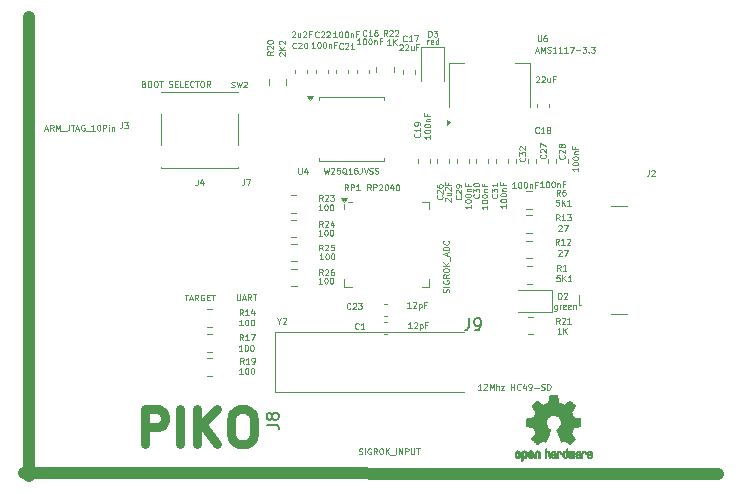
<source format=gbr>
%TF.GenerationSoftware,KiCad,Pcbnew,8.0.2*%
%TF.CreationDate,2025-07-17T16:33:10+07:00*%
%TF.ProjectId,PicoLink,5069636f-4c69-46e6-9b2e-6b696361645f,rev?*%
%TF.SameCoordinates,Original*%
%TF.FileFunction,Legend,Top*%
%TF.FilePolarity,Positive*%
%FSLAX46Y46*%
G04 Gerber Fmt 4.6, Leading zero omitted, Abs format (unit mm)*
G04 Created by KiCad (PCBNEW 8.0.2) date 2025-07-17 16:33:10*
%MOMM*%
%LPD*%
G01*
G04 APERTURE LIST*
%ADD10C,1.000000*%
%ADD11C,0.750000*%
%ADD12C,0.125000*%
%ADD13C,0.150000*%
%ADD14C,0.120000*%
%ADD15C,0.010000*%
G04 APERTURE END LIST*
D10*
X124950000Y-112050000D02*
X183750000Y-112100000D01*
X125450000Y-73450000D02*
X125450000Y-112300000D01*
D11*
X135207706Y-109593857D02*
X135207706Y-106593857D01*
X135207706Y-106593857D02*
X136350563Y-106593857D01*
X136350563Y-106593857D02*
X136636278Y-106736714D01*
X136636278Y-106736714D02*
X136779135Y-106879571D01*
X136779135Y-106879571D02*
X136921992Y-107165285D01*
X136921992Y-107165285D02*
X136921992Y-107593857D01*
X136921992Y-107593857D02*
X136779135Y-107879571D01*
X136779135Y-107879571D02*
X136636278Y-108022428D01*
X136636278Y-108022428D02*
X136350563Y-108165285D01*
X136350563Y-108165285D02*
X135207706Y-108165285D01*
X138207706Y-109593857D02*
X138207706Y-106593857D01*
X139636277Y-109593857D02*
X139636277Y-106593857D01*
X141350563Y-109593857D02*
X140064849Y-107879571D01*
X141350563Y-106593857D02*
X139636277Y-108308142D01*
X143207706Y-106593857D02*
X143779134Y-106593857D01*
X143779134Y-106593857D02*
X144064849Y-106736714D01*
X144064849Y-106736714D02*
X144350563Y-107022428D01*
X144350563Y-107022428D02*
X144493420Y-107593857D01*
X144493420Y-107593857D02*
X144493420Y-108593857D01*
X144493420Y-108593857D02*
X144350563Y-109165285D01*
X144350563Y-109165285D02*
X144064849Y-109451000D01*
X144064849Y-109451000D02*
X143779134Y-109593857D01*
X143779134Y-109593857D02*
X143207706Y-109593857D01*
X143207706Y-109593857D02*
X142921992Y-109451000D01*
X142921992Y-109451000D02*
X142636277Y-109165285D01*
X142636277Y-109165285D02*
X142493420Y-108593857D01*
X142493420Y-108593857D02*
X142493420Y-107593857D01*
X142493420Y-107593857D02*
X142636277Y-107022428D01*
X142636277Y-107022428D02*
X142921992Y-106736714D01*
X142921992Y-106736714D02*
X143207706Y-106593857D01*
D12*
X152628571Y-98077190D02*
X152604762Y-98101000D01*
X152604762Y-98101000D02*
X152533333Y-98124809D01*
X152533333Y-98124809D02*
X152485714Y-98124809D01*
X152485714Y-98124809D02*
X152414286Y-98101000D01*
X152414286Y-98101000D02*
X152366667Y-98053380D01*
X152366667Y-98053380D02*
X152342857Y-98005761D01*
X152342857Y-98005761D02*
X152319048Y-97910523D01*
X152319048Y-97910523D02*
X152319048Y-97839095D01*
X152319048Y-97839095D02*
X152342857Y-97743857D01*
X152342857Y-97743857D02*
X152366667Y-97696238D01*
X152366667Y-97696238D02*
X152414286Y-97648619D01*
X152414286Y-97648619D02*
X152485714Y-97624809D01*
X152485714Y-97624809D02*
X152533333Y-97624809D01*
X152533333Y-97624809D02*
X152604762Y-97648619D01*
X152604762Y-97648619D02*
X152628571Y-97672428D01*
X152819048Y-97672428D02*
X152842857Y-97648619D01*
X152842857Y-97648619D02*
X152890476Y-97624809D01*
X152890476Y-97624809D02*
X153009524Y-97624809D01*
X153009524Y-97624809D02*
X153057143Y-97648619D01*
X153057143Y-97648619D02*
X153080952Y-97672428D01*
X153080952Y-97672428D02*
X153104762Y-97720047D01*
X153104762Y-97720047D02*
X153104762Y-97767666D01*
X153104762Y-97767666D02*
X153080952Y-97839095D01*
X153080952Y-97839095D02*
X152795238Y-98124809D01*
X152795238Y-98124809D02*
X153104762Y-98124809D01*
X153271428Y-97624809D02*
X153580952Y-97624809D01*
X153580952Y-97624809D02*
X153414285Y-97815285D01*
X153414285Y-97815285D02*
X153485714Y-97815285D01*
X153485714Y-97815285D02*
X153533333Y-97839095D01*
X153533333Y-97839095D02*
X153557142Y-97862904D01*
X153557142Y-97862904D02*
X153580952Y-97910523D01*
X153580952Y-97910523D02*
X153580952Y-98029571D01*
X153580952Y-98029571D02*
X153557142Y-98077190D01*
X153557142Y-98077190D02*
X153533333Y-98101000D01*
X153533333Y-98101000D02*
X153485714Y-98124809D01*
X153485714Y-98124809D02*
X153342857Y-98124809D01*
X153342857Y-98124809D02*
X153295238Y-98101000D01*
X153295238Y-98101000D02*
X153271428Y-98077190D01*
X157714286Y-98024809D02*
X157428572Y-98024809D01*
X157571429Y-98024809D02*
X157571429Y-97524809D01*
X157571429Y-97524809D02*
X157523810Y-97596238D01*
X157523810Y-97596238D02*
X157476191Y-97643857D01*
X157476191Y-97643857D02*
X157428572Y-97667666D01*
X157904762Y-97572428D02*
X157928571Y-97548619D01*
X157928571Y-97548619D02*
X157976190Y-97524809D01*
X157976190Y-97524809D02*
X158095238Y-97524809D01*
X158095238Y-97524809D02*
X158142857Y-97548619D01*
X158142857Y-97548619D02*
X158166666Y-97572428D01*
X158166666Y-97572428D02*
X158190476Y-97620047D01*
X158190476Y-97620047D02*
X158190476Y-97667666D01*
X158190476Y-97667666D02*
X158166666Y-97739095D01*
X158166666Y-97739095D02*
X157880952Y-98024809D01*
X157880952Y-98024809D02*
X158190476Y-98024809D01*
X158404761Y-97691476D02*
X158404761Y-98191476D01*
X158404761Y-97715285D02*
X158452380Y-97691476D01*
X158452380Y-97691476D02*
X158547618Y-97691476D01*
X158547618Y-97691476D02*
X158595237Y-97715285D01*
X158595237Y-97715285D02*
X158619047Y-97739095D01*
X158619047Y-97739095D02*
X158642856Y-97786714D01*
X158642856Y-97786714D02*
X158642856Y-97929571D01*
X158642856Y-97929571D02*
X158619047Y-97977190D01*
X158619047Y-97977190D02*
X158595237Y-98001000D01*
X158595237Y-98001000D02*
X158547618Y-98024809D01*
X158547618Y-98024809D02*
X158452380Y-98024809D01*
X158452380Y-98024809D02*
X158404761Y-98001000D01*
X159023809Y-97762904D02*
X158857142Y-97762904D01*
X158857142Y-98024809D02*
X158857142Y-97524809D01*
X158857142Y-97524809D02*
X159095237Y-97524809D01*
X159230952Y-75074809D02*
X159230952Y-74574809D01*
X159230952Y-74574809D02*
X159350000Y-74574809D01*
X159350000Y-74574809D02*
X159421428Y-74598619D01*
X159421428Y-74598619D02*
X159469047Y-74646238D01*
X159469047Y-74646238D02*
X159492857Y-74693857D01*
X159492857Y-74693857D02*
X159516666Y-74789095D01*
X159516666Y-74789095D02*
X159516666Y-74860523D01*
X159516666Y-74860523D02*
X159492857Y-74955761D01*
X159492857Y-74955761D02*
X159469047Y-75003380D01*
X159469047Y-75003380D02*
X159421428Y-75051000D01*
X159421428Y-75051000D02*
X159350000Y-75074809D01*
X159350000Y-75074809D02*
X159230952Y-75074809D01*
X159683333Y-74574809D02*
X159992857Y-74574809D01*
X159992857Y-74574809D02*
X159826190Y-74765285D01*
X159826190Y-74765285D02*
X159897619Y-74765285D01*
X159897619Y-74765285D02*
X159945238Y-74789095D01*
X159945238Y-74789095D02*
X159969047Y-74812904D01*
X159969047Y-74812904D02*
X159992857Y-74860523D01*
X159992857Y-74860523D02*
X159992857Y-74979571D01*
X159992857Y-74979571D02*
X159969047Y-75027190D01*
X159969047Y-75027190D02*
X159945238Y-75051000D01*
X159945238Y-75051000D02*
X159897619Y-75074809D01*
X159897619Y-75074809D02*
X159754762Y-75074809D01*
X159754762Y-75074809D02*
X159707143Y-75051000D01*
X159707143Y-75051000D02*
X159683333Y-75027190D01*
X159123809Y-75724809D02*
X159123809Y-75391476D01*
X159123809Y-75486714D02*
X159147619Y-75439095D01*
X159147619Y-75439095D02*
X159171428Y-75415285D01*
X159171428Y-75415285D02*
X159219047Y-75391476D01*
X159219047Y-75391476D02*
X159266666Y-75391476D01*
X159623809Y-75701000D02*
X159576190Y-75724809D01*
X159576190Y-75724809D02*
X159480952Y-75724809D01*
X159480952Y-75724809D02*
X159433333Y-75701000D01*
X159433333Y-75701000D02*
X159409524Y-75653380D01*
X159409524Y-75653380D02*
X159409524Y-75462904D01*
X159409524Y-75462904D02*
X159433333Y-75415285D01*
X159433333Y-75415285D02*
X159480952Y-75391476D01*
X159480952Y-75391476D02*
X159576190Y-75391476D01*
X159576190Y-75391476D02*
X159623809Y-75415285D01*
X159623809Y-75415285D02*
X159647619Y-75462904D01*
X159647619Y-75462904D02*
X159647619Y-75510523D01*
X159647619Y-75510523D02*
X159409524Y-75558142D01*
X160076190Y-75724809D02*
X160076190Y-75224809D01*
X160076190Y-75701000D02*
X160028571Y-75724809D01*
X160028571Y-75724809D02*
X159933333Y-75724809D01*
X159933333Y-75724809D02*
X159885714Y-75701000D01*
X159885714Y-75701000D02*
X159861904Y-75677190D01*
X159861904Y-75677190D02*
X159838095Y-75629571D01*
X159838095Y-75629571D02*
X159838095Y-75486714D01*
X159838095Y-75486714D02*
X159861904Y-75439095D01*
X159861904Y-75439095D02*
X159885714Y-75415285D01*
X159885714Y-75415285D02*
X159933333Y-75391476D01*
X159933333Y-75391476D02*
X160028571Y-75391476D01*
X160028571Y-75391476D02*
X160076190Y-75415285D01*
X168578571Y-83177190D02*
X168554762Y-83201000D01*
X168554762Y-83201000D02*
X168483333Y-83224809D01*
X168483333Y-83224809D02*
X168435714Y-83224809D01*
X168435714Y-83224809D02*
X168364286Y-83201000D01*
X168364286Y-83201000D02*
X168316667Y-83153380D01*
X168316667Y-83153380D02*
X168292857Y-83105761D01*
X168292857Y-83105761D02*
X168269048Y-83010523D01*
X168269048Y-83010523D02*
X168269048Y-82939095D01*
X168269048Y-82939095D02*
X168292857Y-82843857D01*
X168292857Y-82843857D02*
X168316667Y-82796238D01*
X168316667Y-82796238D02*
X168364286Y-82748619D01*
X168364286Y-82748619D02*
X168435714Y-82724809D01*
X168435714Y-82724809D02*
X168483333Y-82724809D01*
X168483333Y-82724809D02*
X168554762Y-82748619D01*
X168554762Y-82748619D02*
X168578571Y-82772428D01*
X169054762Y-83224809D02*
X168769048Y-83224809D01*
X168911905Y-83224809D02*
X168911905Y-82724809D01*
X168911905Y-82724809D02*
X168864286Y-82796238D01*
X168864286Y-82796238D02*
X168816667Y-82843857D01*
X168816667Y-82843857D02*
X168769048Y-82867666D01*
X169340476Y-82939095D02*
X169292857Y-82915285D01*
X169292857Y-82915285D02*
X169269047Y-82891476D01*
X169269047Y-82891476D02*
X169245238Y-82843857D01*
X169245238Y-82843857D02*
X169245238Y-82820047D01*
X169245238Y-82820047D02*
X169269047Y-82772428D01*
X169269047Y-82772428D02*
X169292857Y-82748619D01*
X169292857Y-82748619D02*
X169340476Y-82724809D01*
X169340476Y-82724809D02*
X169435714Y-82724809D01*
X169435714Y-82724809D02*
X169483333Y-82748619D01*
X169483333Y-82748619D02*
X169507142Y-82772428D01*
X169507142Y-82772428D02*
X169530952Y-82820047D01*
X169530952Y-82820047D02*
X169530952Y-82843857D01*
X169530952Y-82843857D02*
X169507142Y-82891476D01*
X169507142Y-82891476D02*
X169483333Y-82915285D01*
X169483333Y-82915285D02*
X169435714Y-82939095D01*
X169435714Y-82939095D02*
X169340476Y-82939095D01*
X169340476Y-82939095D02*
X169292857Y-82962904D01*
X169292857Y-82962904D02*
X169269047Y-82986714D01*
X169269047Y-82986714D02*
X169245238Y-83034333D01*
X169245238Y-83034333D02*
X169245238Y-83129571D01*
X169245238Y-83129571D02*
X169269047Y-83177190D01*
X169269047Y-83177190D02*
X169292857Y-83201000D01*
X169292857Y-83201000D02*
X169340476Y-83224809D01*
X169340476Y-83224809D02*
X169435714Y-83224809D01*
X169435714Y-83224809D02*
X169483333Y-83201000D01*
X169483333Y-83201000D02*
X169507142Y-83177190D01*
X169507142Y-83177190D02*
X169530952Y-83129571D01*
X169530952Y-83129571D02*
X169530952Y-83034333D01*
X169530952Y-83034333D02*
X169507142Y-82986714D01*
X169507142Y-82986714D02*
X169483333Y-82962904D01*
X169483333Y-82962904D02*
X169435714Y-82939095D01*
X168328572Y-78472428D02*
X168352381Y-78448619D01*
X168352381Y-78448619D02*
X168400000Y-78424809D01*
X168400000Y-78424809D02*
X168519048Y-78424809D01*
X168519048Y-78424809D02*
X168566667Y-78448619D01*
X168566667Y-78448619D02*
X168590476Y-78472428D01*
X168590476Y-78472428D02*
X168614286Y-78520047D01*
X168614286Y-78520047D02*
X168614286Y-78567666D01*
X168614286Y-78567666D02*
X168590476Y-78639095D01*
X168590476Y-78639095D02*
X168304762Y-78924809D01*
X168304762Y-78924809D02*
X168614286Y-78924809D01*
X168804762Y-78472428D02*
X168828571Y-78448619D01*
X168828571Y-78448619D02*
X168876190Y-78424809D01*
X168876190Y-78424809D02*
X168995238Y-78424809D01*
X168995238Y-78424809D02*
X169042857Y-78448619D01*
X169042857Y-78448619D02*
X169066666Y-78472428D01*
X169066666Y-78472428D02*
X169090476Y-78520047D01*
X169090476Y-78520047D02*
X169090476Y-78567666D01*
X169090476Y-78567666D02*
X169066666Y-78639095D01*
X169066666Y-78639095D02*
X168780952Y-78924809D01*
X168780952Y-78924809D02*
X169090476Y-78924809D01*
X169519047Y-78591476D02*
X169519047Y-78924809D01*
X169304761Y-78591476D02*
X169304761Y-78853380D01*
X169304761Y-78853380D02*
X169328571Y-78901000D01*
X169328571Y-78901000D02*
X169376190Y-78924809D01*
X169376190Y-78924809D02*
X169447618Y-78924809D01*
X169447618Y-78924809D02*
X169495237Y-78901000D01*
X169495237Y-78901000D02*
X169519047Y-78877190D01*
X169923809Y-78662904D02*
X169757142Y-78662904D01*
X169757142Y-78924809D02*
X169757142Y-78424809D01*
X169757142Y-78424809D02*
X169995237Y-78424809D01*
X150278571Y-88974809D02*
X150111905Y-88736714D01*
X149992857Y-88974809D02*
X149992857Y-88474809D01*
X149992857Y-88474809D02*
X150183333Y-88474809D01*
X150183333Y-88474809D02*
X150230952Y-88498619D01*
X150230952Y-88498619D02*
X150254762Y-88522428D01*
X150254762Y-88522428D02*
X150278571Y-88570047D01*
X150278571Y-88570047D02*
X150278571Y-88641476D01*
X150278571Y-88641476D02*
X150254762Y-88689095D01*
X150254762Y-88689095D02*
X150230952Y-88712904D01*
X150230952Y-88712904D02*
X150183333Y-88736714D01*
X150183333Y-88736714D02*
X149992857Y-88736714D01*
X150469048Y-88522428D02*
X150492857Y-88498619D01*
X150492857Y-88498619D02*
X150540476Y-88474809D01*
X150540476Y-88474809D02*
X150659524Y-88474809D01*
X150659524Y-88474809D02*
X150707143Y-88498619D01*
X150707143Y-88498619D02*
X150730952Y-88522428D01*
X150730952Y-88522428D02*
X150754762Y-88570047D01*
X150754762Y-88570047D02*
X150754762Y-88617666D01*
X150754762Y-88617666D02*
X150730952Y-88689095D01*
X150730952Y-88689095D02*
X150445238Y-88974809D01*
X150445238Y-88974809D02*
X150754762Y-88974809D01*
X150921428Y-88474809D02*
X151230952Y-88474809D01*
X151230952Y-88474809D02*
X151064285Y-88665285D01*
X151064285Y-88665285D02*
X151135714Y-88665285D01*
X151135714Y-88665285D02*
X151183333Y-88689095D01*
X151183333Y-88689095D02*
X151207142Y-88712904D01*
X151207142Y-88712904D02*
X151230952Y-88760523D01*
X151230952Y-88760523D02*
X151230952Y-88879571D01*
X151230952Y-88879571D02*
X151207142Y-88927190D01*
X151207142Y-88927190D02*
X151183333Y-88951000D01*
X151183333Y-88951000D02*
X151135714Y-88974809D01*
X151135714Y-88974809D02*
X150992857Y-88974809D01*
X150992857Y-88974809D02*
X150945238Y-88951000D01*
X150945238Y-88951000D02*
X150921428Y-88927190D01*
X150216667Y-89774809D02*
X149930953Y-89774809D01*
X150073810Y-89774809D02*
X150073810Y-89274809D01*
X150073810Y-89274809D02*
X150026191Y-89346238D01*
X150026191Y-89346238D02*
X149978572Y-89393857D01*
X149978572Y-89393857D02*
X149930953Y-89417666D01*
X150526190Y-89274809D02*
X150573809Y-89274809D01*
X150573809Y-89274809D02*
X150621428Y-89298619D01*
X150621428Y-89298619D02*
X150645238Y-89322428D01*
X150645238Y-89322428D02*
X150669047Y-89370047D01*
X150669047Y-89370047D02*
X150692857Y-89465285D01*
X150692857Y-89465285D02*
X150692857Y-89584333D01*
X150692857Y-89584333D02*
X150669047Y-89679571D01*
X150669047Y-89679571D02*
X150645238Y-89727190D01*
X150645238Y-89727190D02*
X150621428Y-89751000D01*
X150621428Y-89751000D02*
X150573809Y-89774809D01*
X150573809Y-89774809D02*
X150526190Y-89774809D01*
X150526190Y-89774809D02*
X150478571Y-89751000D01*
X150478571Y-89751000D02*
X150454762Y-89727190D01*
X150454762Y-89727190D02*
X150430952Y-89679571D01*
X150430952Y-89679571D02*
X150407143Y-89584333D01*
X150407143Y-89584333D02*
X150407143Y-89465285D01*
X150407143Y-89465285D02*
X150430952Y-89370047D01*
X150430952Y-89370047D02*
X150454762Y-89322428D01*
X150454762Y-89322428D02*
X150478571Y-89298619D01*
X150478571Y-89298619D02*
X150526190Y-89274809D01*
X151002380Y-89274809D02*
X151049999Y-89274809D01*
X151049999Y-89274809D02*
X151097618Y-89298619D01*
X151097618Y-89298619D02*
X151121428Y-89322428D01*
X151121428Y-89322428D02*
X151145237Y-89370047D01*
X151145237Y-89370047D02*
X151169047Y-89465285D01*
X151169047Y-89465285D02*
X151169047Y-89584333D01*
X151169047Y-89584333D02*
X151145237Y-89679571D01*
X151145237Y-89679571D02*
X151121428Y-89727190D01*
X151121428Y-89727190D02*
X151097618Y-89751000D01*
X151097618Y-89751000D02*
X151049999Y-89774809D01*
X151049999Y-89774809D02*
X151002380Y-89774809D01*
X151002380Y-89774809D02*
X150954761Y-89751000D01*
X150954761Y-89751000D02*
X150930952Y-89727190D01*
X150930952Y-89727190D02*
X150907142Y-89679571D01*
X150907142Y-89679571D02*
X150883333Y-89584333D01*
X150883333Y-89584333D02*
X150883333Y-89465285D01*
X150883333Y-89465285D02*
X150907142Y-89370047D01*
X150907142Y-89370047D02*
X150930952Y-89322428D01*
X150930952Y-89322428D02*
X150954761Y-89298619D01*
X150954761Y-89298619D02*
X151002380Y-89274809D01*
X150278571Y-93174809D02*
X150111905Y-92936714D01*
X149992857Y-93174809D02*
X149992857Y-92674809D01*
X149992857Y-92674809D02*
X150183333Y-92674809D01*
X150183333Y-92674809D02*
X150230952Y-92698619D01*
X150230952Y-92698619D02*
X150254762Y-92722428D01*
X150254762Y-92722428D02*
X150278571Y-92770047D01*
X150278571Y-92770047D02*
X150278571Y-92841476D01*
X150278571Y-92841476D02*
X150254762Y-92889095D01*
X150254762Y-92889095D02*
X150230952Y-92912904D01*
X150230952Y-92912904D02*
X150183333Y-92936714D01*
X150183333Y-92936714D02*
X149992857Y-92936714D01*
X150469048Y-92722428D02*
X150492857Y-92698619D01*
X150492857Y-92698619D02*
X150540476Y-92674809D01*
X150540476Y-92674809D02*
X150659524Y-92674809D01*
X150659524Y-92674809D02*
X150707143Y-92698619D01*
X150707143Y-92698619D02*
X150730952Y-92722428D01*
X150730952Y-92722428D02*
X150754762Y-92770047D01*
X150754762Y-92770047D02*
X150754762Y-92817666D01*
X150754762Y-92817666D02*
X150730952Y-92889095D01*
X150730952Y-92889095D02*
X150445238Y-93174809D01*
X150445238Y-93174809D02*
X150754762Y-93174809D01*
X151207142Y-92674809D02*
X150969047Y-92674809D01*
X150969047Y-92674809D02*
X150945238Y-92912904D01*
X150945238Y-92912904D02*
X150969047Y-92889095D01*
X150969047Y-92889095D02*
X151016666Y-92865285D01*
X151016666Y-92865285D02*
X151135714Y-92865285D01*
X151135714Y-92865285D02*
X151183333Y-92889095D01*
X151183333Y-92889095D02*
X151207142Y-92912904D01*
X151207142Y-92912904D02*
X151230952Y-92960523D01*
X151230952Y-92960523D02*
X151230952Y-93079571D01*
X151230952Y-93079571D02*
X151207142Y-93127190D01*
X151207142Y-93127190D02*
X151183333Y-93151000D01*
X151183333Y-93151000D02*
X151135714Y-93174809D01*
X151135714Y-93174809D02*
X151016666Y-93174809D01*
X151016666Y-93174809D02*
X150969047Y-93151000D01*
X150969047Y-93151000D02*
X150945238Y-93127190D01*
X150316667Y-93924809D02*
X150030953Y-93924809D01*
X150173810Y-93924809D02*
X150173810Y-93424809D01*
X150173810Y-93424809D02*
X150126191Y-93496238D01*
X150126191Y-93496238D02*
X150078572Y-93543857D01*
X150078572Y-93543857D02*
X150030953Y-93567666D01*
X150626190Y-93424809D02*
X150673809Y-93424809D01*
X150673809Y-93424809D02*
X150721428Y-93448619D01*
X150721428Y-93448619D02*
X150745238Y-93472428D01*
X150745238Y-93472428D02*
X150769047Y-93520047D01*
X150769047Y-93520047D02*
X150792857Y-93615285D01*
X150792857Y-93615285D02*
X150792857Y-93734333D01*
X150792857Y-93734333D02*
X150769047Y-93829571D01*
X150769047Y-93829571D02*
X150745238Y-93877190D01*
X150745238Y-93877190D02*
X150721428Y-93901000D01*
X150721428Y-93901000D02*
X150673809Y-93924809D01*
X150673809Y-93924809D02*
X150626190Y-93924809D01*
X150626190Y-93924809D02*
X150578571Y-93901000D01*
X150578571Y-93901000D02*
X150554762Y-93877190D01*
X150554762Y-93877190D02*
X150530952Y-93829571D01*
X150530952Y-93829571D02*
X150507143Y-93734333D01*
X150507143Y-93734333D02*
X150507143Y-93615285D01*
X150507143Y-93615285D02*
X150530952Y-93520047D01*
X150530952Y-93520047D02*
X150554762Y-93472428D01*
X150554762Y-93472428D02*
X150578571Y-93448619D01*
X150578571Y-93448619D02*
X150626190Y-93424809D01*
X151102380Y-93424809D02*
X151149999Y-93424809D01*
X151149999Y-93424809D02*
X151197618Y-93448619D01*
X151197618Y-93448619D02*
X151221428Y-93472428D01*
X151221428Y-93472428D02*
X151245237Y-93520047D01*
X151245237Y-93520047D02*
X151269047Y-93615285D01*
X151269047Y-93615285D02*
X151269047Y-93734333D01*
X151269047Y-93734333D02*
X151245237Y-93829571D01*
X151245237Y-93829571D02*
X151221428Y-93877190D01*
X151221428Y-93877190D02*
X151197618Y-93901000D01*
X151197618Y-93901000D02*
X151149999Y-93924809D01*
X151149999Y-93924809D02*
X151102380Y-93924809D01*
X151102380Y-93924809D02*
X151054761Y-93901000D01*
X151054761Y-93901000D02*
X151030952Y-93877190D01*
X151030952Y-93877190D02*
X151007142Y-93829571D01*
X151007142Y-93829571D02*
X150983333Y-93734333D01*
X150983333Y-93734333D02*
X150983333Y-93615285D01*
X150983333Y-93615285D02*
X151007142Y-93520047D01*
X151007142Y-93520047D02*
X151030952Y-93472428D01*
X151030952Y-93472428D02*
X151054761Y-93448619D01*
X151054761Y-93448619D02*
X151102380Y-93424809D01*
X146611905Y-99136714D02*
X146611905Y-99374809D01*
X146445239Y-98874809D02*
X146611905Y-99136714D01*
X146611905Y-99136714D02*
X146778572Y-98874809D01*
X146921429Y-98922428D02*
X146945238Y-98898619D01*
X146945238Y-98898619D02*
X146992857Y-98874809D01*
X146992857Y-98874809D02*
X147111905Y-98874809D01*
X147111905Y-98874809D02*
X147159524Y-98898619D01*
X147159524Y-98898619D02*
X147183333Y-98922428D01*
X147183333Y-98922428D02*
X147207143Y-98970047D01*
X147207143Y-98970047D02*
X147207143Y-99017666D01*
X147207143Y-99017666D02*
X147183333Y-99089095D01*
X147183333Y-99089095D02*
X146897619Y-99374809D01*
X146897619Y-99374809D02*
X147207143Y-99374809D01*
X163714286Y-104974809D02*
X163428572Y-104974809D01*
X163571429Y-104974809D02*
X163571429Y-104474809D01*
X163571429Y-104474809D02*
X163523810Y-104546238D01*
X163523810Y-104546238D02*
X163476191Y-104593857D01*
X163476191Y-104593857D02*
X163428572Y-104617666D01*
X163904762Y-104522428D02*
X163928571Y-104498619D01*
X163928571Y-104498619D02*
X163976190Y-104474809D01*
X163976190Y-104474809D02*
X164095238Y-104474809D01*
X164095238Y-104474809D02*
X164142857Y-104498619D01*
X164142857Y-104498619D02*
X164166666Y-104522428D01*
X164166666Y-104522428D02*
X164190476Y-104570047D01*
X164190476Y-104570047D02*
X164190476Y-104617666D01*
X164190476Y-104617666D02*
X164166666Y-104689095D01*
X164166666Y-104689095D02*
X163880952Y-104974809D01*
X163880952Y-104974809D02*
X164190476Y-104974809D01*
X164404761Y-104974809D02*
X164404761Y-104474809D01*
X164404761Y-104474809D02*
X164571428Y-104831952D01*
X164571428Y-104831952D02*
X164738094Y-104474809D01*
X164738094Y-104474809D02*
X164738094Y-104974809D01*
X164976190Y-104974809D02*
X164976190Y-104474809D01*
X165190476Y-104974809D02*
X165190476Y-104712904D01*
X165190476Y-104712904D02*
X165166666Y-104665285D01*
X165166666Y-104665285D02*
X165119047Y-104641476D01*
X165119047Y-104641476D02*
X165047619Y-104641476D01*
X165047619Y-104641476D02*
X165000000Y-104665285D01*
X165000000Y-104665285D02*
X164976190Y-104689095D01*
X165380952Y-104641476D02*
X165642857Y-104641476D01*
X165642857Y-104641476D02*
X165380952Y-104974809D01*
X165380952Y-104974809D02*
X165642857Y-104974809D01*
X166214285Y-104974809D02*
X166214285Y-104474809D01*
X166214285Y-104712904D02*
X166499999Y-104712904D01*
X166499999Y-104974809D02*
X166499999Y-104474809D01*
X167023809Y-104927190D02*
X167000000Y-104951000D01*
X167000000Y-104951000D02*
X166928571Y-104974809D01*
X166928571Y-104974809D02*
X166880952Y-104974809D01*
X166880952Y-104974809D02*
X166809524Y-104951000D01*
X166809524Y-104951000D02*
X166761905Y-104903380D01*
X166761905Y-104903380D02*
X166738095Y-104855761D01*
X166738095Y-104855761D02*
X166714286Y-104760523D01*
X166714286Y-104760523D02*
X166714286Y-104689095D01*
X166714286Y-104689095D02*
X166738095Y-104593857D01*
X166738095Y-104593857D02*
X166761905Y-104546238D01*
X166761905Y-104546238D02*
X166809524Y-104498619D01*
X166809524Y-104498619D02*
X166880952Y-104474809D01*
X166880952Y-104474809D02*
X166928571Y-104474809D01*
X166928571Y-104474809D02*
X167000000Y-104498619D01*
X167000000Y-104498619D02*
X167023809Y-104522428D01*
X167452381Y-104641476D02*
X167452381Y-104974809D01*
X167333333Y-104451000D02*
X167214286Y-104808142D01*
X167214286Y-104808142D02*
X167523809Y-104808142D01*
X167738095Y-104974809D02*
X167833333Y-104974809D01*
X167833333Y-104974809D02*
X167880952Y-104951000D01*
X167880952Y-104951000D02*
X167904761Y-104927190D01*
X167904761Y-104927190D02*
X167952380Y-104855761D01*
X167952380Y-104855761D02*
X167976190Y-104760523D01*
X167976190Y-104760523D02*
X167976190Y-104570047D01*
X167976190Y-104570047D02*
X167952380Y-104522428D01*
X167952380Y-104522428D02*
X167928571Y-104498619D01*
X167928571Y-104498619D02*
X167880952Y-104474809D01*
X167880952Y-104474809D02*
X167785714Y-104474809D01*
X167785714Y-104474809D02*
X167738095Y-104498619D01*
X167738095Y-104498619D02*
X167714285Y-104522428D01*
X167714285Y-104522428D02*
X167690476Y-104570047D01*
X167690476Y-104570047D02*
X167690476Y-104689095D01*
X167690476Y-104689095D02*
X167714285Y-104736714D01*
X167714285Y-104736714D02*
X167738095Y-104760523D01*
X167738095Y-104760523D02*
X167785714Y-104784333D01*
X167785714Y-104784333D02*
X167880952Y-104784333D01*
X167880952Y-104784333D02*
X167928571Y-104760523D01*
X167928571Y-104760523D02*
X167952380Y-104736714D01*
X167952380Y-104736714D02*
X167976190Y-104689095D01*
X168190475Y-104784333D02*
X168571428Y-104784333D01*
X168785714Y-104951000D02*
X168857142Y-104974809D01*
X168857142Y-104974809D02*
X168976190Y-104974809D01*
X168976190Y-104974809D02*
X169023809Y-104951000D01*
X169023809Y-104951000D02*
X169047618Y-104927190D01*
X169047618Y-104927190D02*
X169071428Y-104879571D01*
X169071428Y-104879571D02*
X169071428Y-104831952D01*
X169071428Y-104831952D02*
X169047618Y-104784333D01*
X169047618Y-104784333D02*
X169023809Y-104760523D01*
X169023809Y-104760523D02*
X168976190Y-104736714D01*
X168976190Y-104736714D02*
X168880952Y-104712904D01*
X168880952Y-104712904D02*
X168833333Y-104689095D01*
X168833333Y-104689095D02*
X168809523Y-104665285D01*
X168809523Y-104665285D02*
X168785714Y-104617666D01*
X168785714Y-104617666D02*
X168785714Y-104570047D01*
X168785714Y-104570047D02*
X168809523Y-104522428D01*
X168809523Y-104522428D02*
X168833333Y-104498619D01*
X168833333Y-104498619D02*
X168880952Y-104474809D01*
X168880952Y-104474809D02*
X168999999Y-104474809D01*
X168999999Y-104474809D02*
X169071428Y-104498619D01*
X169285713Y-104974809D02*
X169285713Y-104474809D01*
X169285713Y-104474809D02*
X169404761Y-104474809D01*
X169404761Y-104474809D02*
X169476189Y-104498619D01*
X169476189Y-104498619D02*
X169523808Y-104546238D01*
X169523808Y-104546238D02*
X169547618Y-104593857D01*
X169547618Y-104593857D02*
X169571427Y-104689095D01*
X169571427Y-104689095D02*
X169571427Y-104760523D01*
X169571427Y-104760523D02*
X169547618Y-104855761D01*
X169547618Y-104855761D02*
X169523808Y-104903380D01*
X169523808Y-104903380D02*
X169476189Y-104951000D01*
X169476189Y-104951000D02*
X169404761Y-104974809D01*
X169404761Y-104974809D02*
X169285713Y-104974809D01*
X170230952Y-97274809D02*
X170230952Y-96774809D01*
X170230952Y-96774809D02*
X170350000Y-96774809D01*
X170350000Y-96774809D02*
X170421428Y-96798619D01*
X170421428Y-96798619D02*
X170469047Y-96846238D01*
X170469047Y-96846238D02*
X170492857Y-96893857D01*
X170492857Y-96893857D02*
X170516666Y-96989095D01*
X170516666Y-96989095D02*
X170516666Y-97060523D01*
X170516666Y-97060523D02*
X170492857Y-97155761D01*
X170492857Y-97155761D02*
X170469047Y-97203380D01*
X170469047Y-97203380D02*
X170421428Y-97251000D01*
X170421428Y-97251000D02*
X170350000Y-97274809D01*
X170350000Y-97274809D02*
X170230952Y-97274809D01*
X170707143Y-96822428D02*
X170730952Y-96798619D01*
X170730952Y-96798619D02*
X170778571Y-96774809D01*
X170778571Y-96774809D02*
X170897619Y-96774809D01*
X170897619Y-96774809D02*
X170945238Y-96798619D01*
X170945238Y-96798619D02*
X170969047Y-96822428D01*
X170969047Y-96822428D02*
X170992857Y-96870047D01*
X170992857Y-96870047D02*
X170992857Y-96917666D01*
X170992857Y-96917666D02*
X170969047Y-96989095D01*
X170969047Y-96989095D02*
X170683333Y-97274809D01*
X170683333Y-97274809D02*
X170992857Y-97274809D01*
X170097619Y-97791476D02*
X170097619Y-98196238D01*
X170097619Y-98196238D02*
X170073809Y-98243857D01*
X170073809Y-98243857D02*
X170050000Y-98267666D01*
X170050000Y-98267666D02*
X170002381Y-98291476D01*
X170002381Y-98291476D02*
X169930952Y-98291476D01*
X169930952Y-98291476D02*
X169883333Y-98267666D01*
X170097619Y-98101000D02*
X170050000Y-98124809D01*
X170050000Y-98124809D02*
X169954762Y-98124809D01*
X169954762Y-98124809D02*
X169907143Y-98101000D01*
X169907143Y-98101000D02*
X169883333Y-98077190D01*
X169883333Y-98077190D02*
X169859524Y-98029571D01*
X169859524Y-98029571D02*
X169859524Y-97886714D01*
X169859524Y-97886714D02*
X169883333Y-97839095D01*
X169883333Y-97839095D02*
X169907143Y-97815285D01*
X169907143Y-97815285D02*
X169954762Y-97791476D01*
X169954762Y-97791476D02*
X170050000Y-97791476D01*
X170050000Y-97791476D02*
X170097619Y-97815285D01*
X170335714Y-98124809D02*
X170335714Y-97791476D01*
X170335714Y-97886714D02*
X170359524Y-97839095D01*
X170359524Y-97839095D02*
X170383333Y-97815285D01*
X170383333Y-97815285D02*
X170430952Y-97791476D01*
X170430952Y-97791476D02*
X170478571Y-97791476D01*
X170835714Y-98101000D02*
X170788095Y-98124809D01*
X170788095Y-98124809D02*
X170692857Y-98124809D01*
X170692857Y-98124809D02*
X170645238Y-98101000D01*
X170645238Y-98101000D02*
X170621429Y-98053380D01*
X170621429Y-98053380D02*
X170621429Y-97862904D01*
X170621429Y-97862904D02*
X170645238Y-97815285D01*
X170645238Y-97815285D02*
X170692857Y-97791476D01*
X170692857Y-97791476D02*
X170788095Y-97791476D01*
X170788095Y-97791476D02*
X170835714Y-97815285D01*
X170835714Y-97815285D02*
X170859524Y-97862904D01*
X170859524Y-97862904D02*
X170859524Y-97910523D01*
X170859524Y-97910523D02*
X170621429Y-97958142D01*
X171264285Y-98101000D02*
X171216666Y-98124809D01*
X171216666Y-98124809D02*
X171121428Y-98124809D01*
X171121428Y-98124809D02*
X171073809Y-98101000D01*
X171073809Y-98101000D02*
X171050000Y-98053380D01*
X171050000Y-98053380D02*
X171050000Y-97862904D01*
X171050000Y-97862904D02*
X171073809Y-97815285D01*
X171073809Y-97815285D02*
X171121428Y-97791476D01*
X171121428Y-97791476D02*
X171216666Y-97791476D01*
X171216666Y-97791476D02*
X171264285Y-97815285D01*
X171264285Y-97815285D02*
X171288095Y-97862904D01*
X171288095Y-97862904D02*
X171288095Y-97910523D01*
X171288095Y-97910523D02*
X171050000Y-97958142D01*
X171502380Y-97791476D02*
X171502380Y-98124809D01*
X171502380Y-97839095D02*
X171526190Y-97815285D01*
X171526190Y-97815285D02*
X171573809Y-97791476D01*
X171573809Y-97791476D02*
X171645237Y-97791476D01*
X171645237Y-97791476D02*
X171692856Y-97815285D01*
X171692856Y-97815285D02*
X171716666Y-97862904D01*
X171716666Y-97862904D02*
X171716666Y-98124809D01*
X167377190Y-85321428D02*
X167401000Y-85345237D01*
X167401000Y-85345237D02*
X167424809Y-85416666D01*
X167424809Y-85416666D02*
X167424809Y-85464285D01*
X167424809Y-85464285D02*
X167401000Y-85535713D01*
X167401000Y-85535713D02*
X167353380Y-85583332D01*
X167353380Y-85583332D02*
X167305761Y-85607142D01*
X167305761Y-85607142D02*
X167210523Y-85630951D01*
X167210523Y-85630951D02*
X167139095Y-85630951D01*
X167139095Y-85630951D02*
X167043857Y-85607142D01*
X167043857Y-85607142D02*
X166996238Y-85583332D01*
X166996238Y-85583332D02*
X166948619Y-85535713D01*
X166948619Y-85535713D02*
X166924809Y-85464285D01*
X166924809Y-85464285D02*
X166924809Y-85416666D01*
X166924809Y-85416666D02*
X166948619Y-85345237D01*
X166948619Y-85345237D02*
X166972428Y-85321428D01*
X166924809Y-85154761D02*
X166924809Y-84845237D01*
X166924809Y-84845237D02*
X167115285Y-85011904D01*
X167115285Y-85011904D02*
X167115285Y-84940475D01*
X167115285Y-84940475D02*
X167139095Y-84892856D01*
X167139095Y-84892856D02*
X167162904Y-84869047D01*
X167162904Y-84869047D02*
X167210523Y-84845237D01*
X167210523Y-84845237D02*
X167329571Y-84845237D01*
X167329571Y-84845237D02*
X167377190Y-84869047D01*
X167377190Y-84869047D02*
X167401000Y-84892856D01*
X167401000Y-84892856D02*
X167424809Y-84940475D01*
X167424809Y-84940475D02*
X167424809Y-85083332D01*
X167424809Y-85083332D02*
X167401000Y-85130951D01*
X167401000Y-85130951D02*
X167377190Y-85154761D01*
X166972428Y-84654761D02*
X166948619Y-84630952D01*
X166948619Y-84630952D02*
X166924809Y-84583333D01*
X166924809Y-84583333D02*
X166924809Y-84464285D01*
X166924809Y-84464285D02*
X166948619Y-84416666D01*
X166948619Y-84416666D02*
X166972428Y-84392857D01*
X166972428Y-84392857D02*
X167020047Y-84369047D01*
X167020047Y-84369047D02*
X167067666Y-84369047D01*
X167067666Y-84369047D02*
X167139095Y-84392857D01*
X167139095Y-84392857D02*
X167424809Y-84678571D01*
X167424809Y-84678571D02*
X167424809Y-84369047D01*
X166626191Y-87874809D02*
X166340477Y-87874809D01*
X166483334Y-87874809D02*
X166483334Y-87374809D01*
X166483334Y-87374809D02*
X166435715Y-87446238D01*
X166435715Y-87446238D02*
X166388096Y-87493857D01*
X166388096Y-87493857D02*
X166340477Y-87517666D01*
X166935714Y-87374809D02*
X166983333Y-87374809D01*
X166983333Y-87374809D02*
X167030952Y-87398619D01*
X167030952Y-87398619D02*
X167054762Y-87422428D01*
X167054762Y-87422428D02*
X167078571Y-87470047D01*
X167078571Y-87470047D02*
X167102381Y-87565285D01*
X167102381Y-87565285D02*
X167102381Y-87684333D01*
X167102381Y-87684333D02*
X167078571Y-87779571D01*
X167078571Y-87779571D02*
X167054762Y-87827190D01*
X167054762Y-87827190D02*
X167030952Y-87851000D01*
X167030952Y-87851000D02*
X166983333Y-87874809D01*
X166983333Y-87874809D02*
X166935714Y-87874809D01*
X166935714Y-87874809D02*
X166888095Y-87851000D01*
X166888095Y-87851000D02*
X166864286Y-87827190D01*
X166864286Y-87827190D02*
X166840476Y-87779571D01*
X166840476Y-87779571D02*
X166816667Y-87684333D01*
X166816667Y-87684333D02*
X166816667Y-87565285D01*
X166816667Y-87565285D02*
X166840476Y-87470047D01*
X166840476Y-87470047D02*
X166864286Y-87422428D01*
X166864286Y-87422428D02*
X166888095Y-87398619D01*
X166888095Y-87398619D02*
X166935714Y-87374809D01*
X167411904Y-87374809D02*
X167459523Y-87374809D01*
X167459523Y-87374809D02*
X167507142Y-87398619D01*
X167507142Y-87398619D02*
X167530952Y-87422428D01*
X167530952Y-87422428D02*
X167554761Y-87470047D01*
X167554761Y-87470047D02*
X167578571Y-87565285D01*
X167578571Y-87565285D02*
X167578571Y-87684333D01*
X167578571Y-87684333D02*
X167554761Y-87779571D01*
X167554761Y-87779571D02*
X167530952Y-87827190D01*
X167530952Y-87827190D02*
X167507142Y-87851000D01*
X167507142Y-87851000D02*
X167459523Y-87874809D01*
X167459523Y-87874809D02*
X167411904Y-87874809D01*
X167411904Y-87874809D02*
X167364285Y-87851000D01*
X167364285Y-87851000D02*
X167340476Y-87827190D01*
X167340476Y-87827190D02*
X167316666Y-87779571D01*
X167316666Y-87779571D02*
X167292857Y-87684333D01*
X167292857Y-87684333D02*
X167292857Y-87565285D01*
X167292857Y-87565285D02*
X167316666Y-87470047D01*
X167316666Y-87470047D02*
X167340476Y-87422428D01*
X167340476Y-87422428D02*
X167364285Y-87398619D01*
X167364285Y-87398619D02*
X167411904Y-87374809D01*
X167792856Y-87541476D02*
X167792856Y-87874809D01*
X167792856Y-87589095D02*
X167816666Y-87565285D01*
X167816666Y-87565285D02*
X167864285Y-87541476D01*
X167864285Y-87541476D02*
X167935713Y-87541476D01*
X167935713Y-87541476D02*
X167983332Y-87565285D01*
X167983332Y-87565285D02*
X168007142Y-87612904D01*
X168007142Y-87612904D02*
X168007142Y-87874809D01*
X168411904Y-87612904D02*
X168245237Y-87612904D01*
X168245237Y-87874809D02*
X168245237Y-87374809D01*
X168245237Y-87374809D02*
X168483332Y-87374809D01*
X151978571Y-76077190D02*
X151954762Y-76101000D01*
X151954762Y-76101000D02*
X151883333Y-76124809D01*
X151883333Y-76124809D02*
X151835714Y-76124809D01*
X151835714Y-76124809D02*
X151764286Y-76101000D01*
X151764286Y-76101000D02*
X151716667Y-76053380D01*
X151716667Y-76053380D02*
X151692857Y-76005761D01*
X151692857Y-76005761D02*
X151669048Y-75910523D01*
X151669048Y-75910523D02*
X151669048Y-75839095D01*
X151669048Y-75839095D02*
X151692857Y-75743857D01*
X151692857Y-75743857D02*
X151716667Y-75696238D01*
X151716667Y-75696238D02*
X151764286Y-75648619D01*
X151764286Y-75648619D02*
X151835714Y-75624809D01*
X151835714Y-75624809D02*
X151883333Y-75624809D01*
X151883333Y-75624809D02*
X151954762Y-75648619D01*
X151954762Y-75648619D02*
X151978571Y-75672428D01*
X152169048Y-75672428D02*
X152192857Y-75648619D01*
X152192857Y-75648619D02*
X152240476Y-75624809D01*
X152240476Y-75624809D02*
X152359524Y-75624809D01*
X152359524Y-75624809D02*
X152407143Y-75648619D01*
X152407143Y-75648619D02*
X152430952Y-75672428D01*
X152430952Y-75672428D02*
X152454762Y-75720047D01*
X152454762Y-75720047D02*
X152454762Y-75767666D01*
X152454762Y-75767666D02*
X152430952Y-75839095D01*
X152430952Y-75839095D02*
X152145238Y-76124809D01*
X152145238Y-76124809D02*
X152454762Y-76124809D01*
X152930952Y-76124809D02*
X152645238Y-76124809D01*
X152788095Y-76124809D02*
X152788095Y-75624809D01*
X152788095Y-75624809D02*
X152740476Y-75696238D01*
X152740476Y-75696238D02*
X152692857Y-75743857D01*
X152692857Y-75743857D02*
X152645238Y-75767666D01*
X151476191Y-75124809D02*
X151190477Y-75124809D01*
X151333334Y-75124809D02*
X151333334Y-74624809D01*
X151333334Y-74624809D02*
X151285715Y-74696238D01*
X151285715Y-74696238D02*
X151238096Y-74743857D01*
X151238096Y-74743857D02*
X151190477Y-74767666D01*
X151785714Y-74624809D02*
X151833333Y-74624809D01*
X151833333Y-74624809D02*
X151880952Y-74648619D01*
X151880952Y-74648619D02*
X151904762Y-74672428D01*
X151904762Y-74672428D02*
X151928571Y-74720047D01*
X151928571Y-74720047D02*
X151952381Y-74815285D01*
X151952381Y-74815285D02*
X151952381Y-74934333D01*
X151952381Y-74934333D02*
X151928571Y-75029571D01*
X151928571Y-75029571D02*
X151904762Y-75077190D01*
X151904762Y-75077190D02*
X151880952Y-75101000D01*
X151880952Y-75101000D02*
X151833333Y-75124809D01*
X151833333Y-75124809D02*
X151785714Y-75124809D01*
X151785714Y-75124809D02*
X151738095Y-75101000D01*
X151738095Y-75101000D02*
X151714286Y-75077190D01*
X151714286Y-75077190D02*
X151690476Y-75029571D01*
X151690476Y-75029571D02*
X151666667Y-74934333D01*
X151666667Y-74934333D02*
X151666667Y-74815285D01*
X151666667Y-74815285D02*
X151690476Y-74720047D01*
X151690476Y-74720047D02*
X151714286Y-74672428D01*
X151714286Y-74672428D02*
X151738095Y-74648619D01*
X151738095Y-74648619D02*
X151785714Y-74624809D01*
X152261904Y-74624809D02*
X152309523Y-74624809D01*
X152309523Y-74624809D02*
X152357142Y-74648619D01*
X152357142Y-74648619D02*
X152380952Y-74672428D01*
X152380952Y-74672428D02*
X152404761Y-74720047D01*
X152404761Y-74720047D02*
X152428571Y-74815285D01*
X152428571Y-74815285D02*
X152428571Y-74934333D01*
X152428571Y-74934333D02*
X152404761Y-75029571D01*
X152404761Y-75029571D02*
X152380952Y-75077190D01*
X152380952Y-75077190D02*
X152357142Y-75101000D01*
X152357142Y-75101000D02*
X152309523Y-75124809D01*
X152309523Y-75124809D02*
X152261904Y-75124809D01*
X152261904Y-75124809D02*
X152214285Y-75101000D01*
X152214285Y-75101000D02*
X152190476Y-75077190D01*
X152190476Y-75077190D02*
X152166666Y-75029571D01*
X152166666Y-75029571D02*
X152142857Y-74934333D01*
X152142857Y-74934333D02*
X152142857Y-74815285D01*
X152142857Y-74815285D02*
X152166666Y-74720047D01*
X152166666Y-74720047D02*
X152190476Y-74672428D01*
X152190476Y-74672428D02*
X152214285Y-74648619D01*
X152214285Y-74648619D02*
X152261904Y-74624809D01*
X152642856Y-74791476D02*
X152642856Y-75124809D01*
X152642856Y-74839095D02*
X152666666Y-74815285D01*
X152666666Y-74815285D02*
X152714285Y-74791476D01*
X152714285Y-74791476D02*
X152785713Y-74791476D01*
X152785713Y-74791476D02*
X152833332Y-74815285D01*
X152833332Y-74815285D02*
X152857142Y-74862904D01*
X152857142Y-74862904D02*
X152857142Y-75124809D01*
X153261904Y-74862904D02*
X153095237Y-74862904D01*
X153095237Y-75124809D02*
X153095237Y-74624809D01*
X153095237Y-74624809D02*
X153333332Y-74624809D01*
X157378571Y-75427190D02*
X157354762Y-75451000D01*
X157354762Y-75451000D02*
X157283333Y-75474809D01*
X157283333Y-75474809D02*
X157235714Y-75474809D01*
X157235714Y-75474809D02*
X157164286Y-75451000D01*
X157164286Y-75451000D02*
X157116667Y-75403380D01*
X157116667Y-75403380D02*
X157092857Y-75355761D01*
X157092857Y-75355761D02*
X157069048Y-75260523D01*
X157069048Y-75260523D02*
X157069048Y-75189095D01*
X157069048Y-75189095D02*
X157092857Y-75093857D01*
X157092857Y-75093857D02*
X157116667Y-75046238D01*
X157116667Y-75046238D02*
X157164286Y-74998619D01*
X157164286Y-74998619D02*
X157235714Y-74974809D01*
X157235714Y-74974809D02*
X157283333Y-74974809D01*
X157283333Y-74974809D02*
X157354762Y-74998619D01*
X157354762Y-74998619D02*
X157378571Y-75022428D01*
X157854762Y-75474809D02*
X157569048Y-75474809D01*
X157711905Y-75474809D02*
X157711905Y-74974809D01*
X157711905Y-74974809D02*
X157664286Y-75046238D01*
X157664286Y-75046238D02*
X157616667Y-75093857D01*
X157616667Y-75093857D02*
X157569048Y-75117666D01*
X158021428Y-74974809D02*
X158354761Y-74974809D01*
X158354761Y-74974809D02*
X158140476Y-75474809D01*
X156778572Y-75772428D02*
X156802381Y-75748619D01*
X156802381Y-75748619D02*
X156850000Y-75724809D01*
X156850000Y-75724809D02*
X156969048Y-75724809D01*
X156969048Y-75724809D02*
X157016667Y-75748619D01*
X157016667Y-75748619D02*
X157040476Y-75772428D01*
X157040476Y-75772428D02*
X157064286Y-75820047D01*
X157064286Y-75820047D02*
X157064286Y-75867666D01*
X157064286Y-75867666D02*
X157040476Y-75939095D01*
X157040476Y-75939095D02*
X156754762Y-76224809D01*
X156754762Y-76224809D02*
X157064286Y-76224809D01*
X157254762Y-75772428D02*
X157278571Y-75748619D01*
X157278571Y-75748619D02*
X157326190Y-75724809D01*
X157326190Y-75724809D02*
X157445238Y-75724809D01*
X157445238Y-75724809D02*
X157492857Y-75748619D01*
X157492857Y-75748619D02*
X157516666Y-75772428D01*
X157516666Y-75772428D02*
X157540476Y-75820047D01*
X157540476Y-75820047D02*
X157540476Y-75867666D01*
X157540476Y-75867666D02*
X157516666Y-75939095D01*
X157516666Y-75939095D02*
X157230952Y-76224809D01*
X157230952Y-76224809D02*
X157540476Y-76224809D01*
X157969047Y-75891476D02*
X157969047Y-76224809D01*
X157754761Y-75891476D02*
X157754761Y-76153380D01*
X157754761Y-76153380D02*
X157778571Y-76201000D01*
X157778571Y-76201000D02*
X157826190Y-76224809D01*
X157826190Y-76224809D02*
X157897618Y-76224809D01*
X157897618Y-76224809D02*
X157945237Y-76201000D01*
X157945237Y-76201000D02*
X157969047Y-76177190D01*
X158373809Y-75962904D02*
X158207142Y-75962904D01*
X158207142Y-76224809D02*
X158207142Y-75724809D01*
X158207142Y-75724809D02*
X158445237Y-75724809D01*
X142533334Y-79351000D02*
X142604762Y-79374809D01*
X142604762Y-79374809D02*
X142723810Y-79374809D01*
X142723810Y-79374809D02*
X142771429Y-79351000D01*
X142771429Y-79351000D02*
X142795238Y-79327190D01*
X142795238Y-79327190D02*
X142819048Y-79279571D01*
X142819048Y-79279571D02*
X142819048Y-79231952D01*
X142819048Y-79231952D02*
X142795238Y-79184333D01*
X142795238Y-79184333D02*
X142771429Y-79160523D01*
X142771429Y-79160523D02*
X142723810Y-79136714D01*
X142723810Y-79136714D02*
X142628572Y-79112904D01*
X142628572Y-79112904D02*
X142580953Y-79089095D01*
X142580953Y-79089095D02*
X142557143Y-79065285D01*
X142557143Y-79065285D02*
X142533334Y-79017666D01*
X142533334Y-79017666D02*
X142533334Y-78970047D01*
X142533334Y-78970047D02*
X142557143Y-78922428D01*
X142557143Y-78922428D02*
X142580953Y-78898619D01*
X142580953Y-78898619D02*
X142628572Y-78874809D01*
X142628572Y-78874809D02*
X142747619Y-78874809D01*
X142747619Y-78874809D02*
X142819048Y-78898619D01*
X142985714Y-78874809D02*
X143104762Y-79374809D01*
X143104762Y-79374809D02*
X143200000Y-79017666D01*
X143200000Y-79017666D02*
X143295238Y-79374809D01*
X143295238Y-79374809D02*
X143414286Y-78874809D01*
X143580953Y-78922428D02*
X143604762Y-78898619D01*
X143604762Y-78898619D02*
X143652381Y-78874809D01*
X143652381Y-78874809D02*
X143771429Y-78874809D01*
X143771429Y-78874809D02*
X143819048Y-78898619D01*
X143819048Y-78898619D02*
X143842857Y-78922428D01*
X143842857Y-78922428D02*
X143866667Y-78970047D01*
X143866667Y-78970047D02*
X143866667Y-79017666D01*
X143866667Y-79017666D02*
X143842857Y-79089095D01*
X143842857Y-79089095D02*
X143557143Y-79374809D01*
X143557143Y-79374809D02*
X143866667Y-79374809D01*
X135135714Y-79062904D02*
X135207142Y-79086714D01*
X135207142Y-79086714D02*
X135230952Y-79110523D01*
X135230952Y-79110523D02*
X135254761Y-79158142D01*
X135254761Y-79158142D02*
X135254761Y-79229571D01*
X135254761Y-79229571D02*
X135230952Y-79277190D01*
X135230952Y-79277190D02*
X135207142Y-79301000D01*
X135207142Y-79301000D02*
X135159523Y-79324809D01*
X135159523Y-79324809D02*
X134969047Y-79324809D01*
X134969047Y-79324809D02*
X134969047Y-78824809D01*
X134969047Y-78824809D02*
X135135714Y-78824809D01*
X135135714Y-78824809D02*
X135183333Y-78848619D01*
X135183333Y-78848619D02*
X135207142Y-78872428D01*
X135207142Y-78872428D02*
X135230952Y-78920047D01*
X135230952Y-78920047D02*
X135230952Y-78967666D01*
X135230952Y-78967666D02*
X135207142Y-79015285D01*
X135207142Y-79015285D02*
X135183333Y-79039095D01*
X135183333Y-79039095D02*
X135135714Y-79062904D01*
X135135714Y-79062904D02*
X134969047Y-79062904D01*
X135564285Y-78824809D02*
X135659523Y-78824809D01*
X135659523Y-78824809D02*
X135707142Y-78848619D01*
X135707142Y-78848619D02*
X135754761Y-78896238D01*
X135754761Y-78896238D02*
X135778571Y-78991476D01*
X135778571Y-78991476D02*
X135778571Y-79158142D01*
X135778571Y-79158142D02*
X135754761Y-79253380D01*
X135754761Y-79253380D02*
X135707142Y-79301000D01*
X135707142Y-79301000D02*
X135659523Y-79324809D01*
X135659523Y-79324809D02*
X135564285Y-79324809D01*
X135564285Y-79324809D02*
X135516666Y-79301000D01*
X135516666Y-79301000D02*
X135469047Y-79253380D01*
X135469047Y-79253380D02*
X135445238Y-79158142D01*
X135445238Y-79158142D02*
X135445238Y-78991476D01*
X135445238Y-78991476D02*
X135469047Y-78896238D01*
X135469047Y-78896238D02*
X135516666Y-78848619D01*
X135516666Y-78848619D02*
X135564285Y-78824809D01*
X136088095Y-78824809D02*
X136183333Y-78824809D01*
X136183333Y-78824809D02*
X136230952Y-78848619D01*
X136230952Y-78848619D02*
X136278571Y-78896238D01*
X136278571Y-78896238D02*
X136302381Y-78991476D01*
X136302381Y-78991476D02*
X136302381Y-79158142D01*
X136302381Y-79158142D02*
X136278571Y-79253380D01*
X136278571Y-79253380D02*
X136230952Y-79301000D01*
X136230952Y-79301000D02*
X136183333Y-79324809D01*
X136183333Y-79324809D02*
X136088095Y-79324809D01*
X136088095Y-79324809D02*
X136040476Y-79301000D01*
X136040476Y-79301000D02*
X135992857Y-79253380D01*
X135992857Y-79253380D02*
X135969048Y-79158142D01*
X135969048Y-79158142D02*
X135969048Y-78991476D01*
X135969048Y-78991476D02*
X135992857Y-78896238D01*
X135992857Y-78896238D02*
X136040476Y-78848619D01*
X136040476Y-78848619D02*
X136088095Y-78824809D01*
X136445239Y-78824809D02*
X136730953Y-78824809D01*
X136588096Y-79324809D02*
X136588096Y-78824809D01*
X137254762Y-79301000D02*
X137326190Y-79324809D01*
X137326190Y-79324809D02*
X137445238Y-79324809D01*
X137445238Y-79324809D02*
X137492857Y-79301000D01*
X137492857Y-79301000D02*
X137516666Y-79277190D01*
X137516666Y-79277190D02*
X137540476Y-79229571D01*
X137540476Y-79229571D02*
X137540476Y-79181952D01*
X137540476Y-79181952D02*
X137516666Y-79134333D01*
X137516666Y-79134333D02*
X137492857Y-79110523D01*
X137492857Y-79110523D02*
X137445238Y-79086714D01*
X137445238Y-79086714D02*
X137350000Y-79062904D01*
X137350000Y-79062904D02*
X137302381Y-79039095D01*
X137302381Y-79039095D02*
X137278571Y-79015285D01*
X137278571Y-79015285D02*
X137254762Y-78967666D01*
X137254762Y-78967666D02*
X137254762Y-78920047D01*
X137254762Y-78920047D02*
X137278571Y-78872428D01*
X137278571Y-78872428D02*
X137302381Y-78848619D01*
X137302381Y-78848619D02*
X137350000Y-78824809D01*
X137350000Y-78824809D02*
X137469047Y-78824809D01*
X137469047Y-78824809D02*
X137540476Y-78848619D01*
X137754761Y-79062904D02*
X137921428Y-79062904D01*
X137992856Y-79324809D02*
X137754761Y-79324809D01*
X137754761Y-79324809D02*
X137754761Y-78824809D01*
X137754761Y-78824809D02*
X137992856Y-78824809D01*
X138445237Y-79324809D02*
X138207142Y-79324809D01*
X138207142Y-79324809D02*
X138207142Y-78824809D01*
X138611904Y-79062904D02*
X138778571Y-79062904D01*
X138849999Y-79324809D02*
X138611904Y-79324809D01*
X138611904Y-79324809D02*
X138611904Y-78824809D01*
X138611904Y-78824809D02*
X138849999Y-78824809D01*
X139349999Y-79277190D02*
X139326190Y-79301000D01*
X139326190Y-79301000D02*
X139254761Y-79324809D01*
X139254761Y-79324809D02*
X139207142Y-79324809D01*
X139207142Y-79324809D02*
X139135714Y-79301000D01*
X139135714Y-79301000D02*
X139088095Y-79253380D01*
X139088095Y-79253380D02*
X139064285Y-79205761D01*
X139064285Y-79205761D02*
X139040476Y-79110523D01*
X139040476Y-79110523D02*
X139040476Y-79039095D01*
X139040476Y-79039095D02*
X139064285Y-78943857D01*
X139064285Y-78943857D02*
X139088095Y-78896238D01*
X139088095Y-78896238D02*
X139135714Y-78848619D01*
X139135714Y-78848619D02*
X139207142Y-78824809D01*
X139207142Y-78824809D02*
X139254761Y-78824809D01*
X139254761Y-78824809D02*
X139326190Y-78848619D01*
X139326190Y-78848619D02*
X139349999Y-78872428D01*
X139492857Y-78824809D02*
X139778571Y-78824809D01*
X139635714Y-79324809D02*
X139635714Y-78824809D01*
X140040475Y-78824809D02*
X140135713Y-78824809D01*
X140135713Y-78824809D02*
X140183332Y-78848619D01*
X140183332Y-78848619D02*
X140230951Y-78896238D01*
X140230951Y-78896238D02*
X140254761Y-78991476D01*
X140254761Y-78991476D02*
X140254761Y-79158142D01*
X140254761Y-79158142D02*
X140230951Y-79253380D01*
X140230951Y-79253380D02*
X140183332Y-79301000D01*
X140183332Y-79301000D02*
X140135713Y-79324809D01*
X140135713Y-79324809D02*
X140040475Y-79324809D01*
X140040475Y-79324809D02*
X139992856Y-79301000D01*
X139992856Y-79301000D02*
X139945237Y-79253380D01*
X139945237Y-79253380D02*
X139921428Y-79158142D01*
X139921428Y-79158142D02*
X139921428Y-78991476D01*
X139921428Y-78991476D02*
X139945237Y-78896238D01*
X139945237Y-78896238D02*
X139992856Y-78848619D01*
X139992856Y-78848619D02*
X140040475Y-78824809D01*
X140754761Y-79324809D02*
X140588095Y-79086714D01*
X140469047Y-79324809D02*
X140469047Y-78824809D01*
X140469047Y-78824809D02*
X140659523Y-78824809D01*
X140659523Y-78824809D02*
X140707142Y-78848619D01*
X140707142Y-78848619D02*
X140730952Y-78872428D01*
X140730952Y-78872428D02*
X140754761Y-78920047D01*
X140754761Y-78920047D02*
X140754761Y-78991476D01*
X140754761Y-78991476D02*
X140730952Y-79039095D01*
X140730952Y-79039095D02*
X140707142Y-79062904D01*
X140707142Y-79062904D02*
X140659523Y-79086714D01*
X140659523Y-79086714D02*
X140469047Y-79086714D01*
X170727190Y-85121428D02*
X170751000Y-85145237D01*
X170751000Y-85145237D02*
X170774809Y-85216666D01*
X170774809Y-85216666D02*
X170774809Y-85264285D01*
X170774809Y-85264285D02*
X170751000Y-85335713D01*
X170751000Y-85335713D02*
X170703380Y-85383332D01*
X170703380Y-85383332D02*
X170655761Y-85407142D01*
X170655761Y-85407142D02*
X170560523Y-85430951D01*
X170560523Y-85430951D02*
X170489095Y-85430951D01*
X170489095Y-85430951D02*
X170393857Y-85407142D01*
X170393857Y-85407142D02*
X170346238Y-85383332D01*
X170346238Y-85383332D02*
X170298619Y-85335713D01*
X170298619Y-85335713D02*
X170274809Y-85264285D01*
X170274809Y-85264285D02*
X170274809Y-85216666D01*
X170274809Y-85216666D02*
X170298619Y-85145237D01*
X170298619Y-85145237D02*
X170322428Y-85121428D01*
X170322428Y-84930951D02*
X170298619Y-84907142D01*
X170298619Y-84907142D02*
X170274809Y-84859523D01*
X170274809Y-84859523D02*
X170274809Y-84740475D01*
X170274809Y-84740475D02*
X170298619Y-84692856D01*
X170298619Y-84692856D02*
X170322428Y-84669047D01*
X170322428Y-84669047D02*
X170370047Y-84645237D01*
X170370047Y-84645237D02*
X170417666Y-84645237D01*
X170417666Y-84645237D02*
X170489095Y-84669047D01*
X170489095Y-84669047D02*
X170774809Y-84954761D01*
X170774809Y-84954761D02*
X170774809Y-84645237D01*
X170489095Y-84359523D02*
X170465285Y-84407142D01*
X170465285Y-84407142D02*
X170441476Y-84430952D01*
X170441476Y-84430952D02*
X170393857Y-84454761D01*
X170393857Y-84454761D02*
X170370047Y-84454761D01*
X170370047Y-84454761D02*
X170322428Y-84430952D01*
X170322428Y-84430952D02*
X170298619Y-84407142D01*
X170298619Y-84407142D02*
X170274809Y-84359523D01*
X170274809Y-84359523D02*
X170274809Y-84264285D01*
X170274809Y-84264285D02*
X170298619Y-84216666D01*
X170298619Y-84216666D02*
X170322428Y-84192857D01*
X170322428Y-84192857D02*
X170370047Y-84169047D01*
X170370047Y-84169047D02*
X170393857Y-84169047D01*
X170393857Y-84169047D02*
X170441476Y-84192857D01*
X170441476Y-84192857D02*
X170465285Y-84216666D01*
X170465285Y-84216666D02*
X170489095Y-84264285D01*
X170489095Y-84264285D02*
X170489095Y-84359523D01*
X170489095Y-84359523D02*
X170512904Y-84407142D01*
X170512904Y-84407142D02*
X170536714Y-84430952D01*
X170536714Y-84430952D02*
X170584333Y-84454761D01*
X170584333Y-84454761D02*
X170679571Y-84454761D01*
X170679571Y-84454761D02*
X170727190Y-84430952D01*
X170727190Y-84430952D02*
X170751000Y-84407142D01*
X170751000Y-84407142D02*
X170774809Y-84359523D01*
X170774809Y-84359523D02*
X170774809Y-84264285D01*
X170774809Y-84264285D02*
X170751000Y-84216666D01*
X170751000Y-84216666D02*
X170727190Y-84192857D01*
X170727190Y-84192857D02*
X170679571Y-84169047D01*
X170679571Y-84169047D02*
X170584333Y-84169047D01*
X170584333Y-84169047D02*
X170536714Y-84192857D01*
X170536714Y-84192857D02*
X170512904Y-84216666D01*
X170512904Y-84216666D02*
X170489095Y-84264285D01*
X171924809Y-86173808D02*
X171924809Y-86459522D01*
X171924809Y-86316665D02*
X171424809Y-86316665D01*
X171424809Y-86316665D02*
X171496238Y-86364284D01*
X171496238Y-86364284D02*
X171543857Y-86411903D01*
X171543857Y-86411903D02*
X171567666Y-86459522D01*
X171424809Y-85864285D02*
X171424809Y-85816666D01*
X171424809Y-85816666D02*
X171448619Y-85769047D01*
X171448619Y-85769047D02*
X171472428Y-85745237D01*
X171472428Y-85745237D02*
X171520047Y-85721428D01*
X171520047Y-85721428D02*
X171615285Y-85697618D01*
X171615285Y-85697618D02*
X171734333Y-85697618D01*
X171734333Y-85697618D02*
X171829571Y-85721428D01*
X171829571Y-85721428D02*
X171877190Y-85745237D01*
X171877190Y-85745237D02*
X171901000Y-85769047D01*
X171901000Y-85769047D02*
X171924809Y-85816666D01*
X171924809Y-85816666D02*
X171924809Y-85864285D01*
X171924809Y-85864285D02*
X171901000Y-85911904D01*
X171901000Y-85911904D02*
X171877190Y-85935713D01*
X171877190Y-85935713D02*
X171829571Y-85959523D01*
X171829571Y-85959523D02*
X171734333Y-85983332D01*
X171734333Y-85983332D02*
X171615285Y-85983332D01*
X171615285Y-85983332D02*
X171520047Y-85959523D01*
X171520047Y-85959523D02*
X171472428Y-85935713D01*
X171472428Y-85935713D02*
X171448619Y-85911904D01*
X171448619Y-85911904D02*
X171424809Y-85864285D01*
X171424809Y-85388095D02*
X171424809Y-85340476D01*
X171424809Y-85340476D02*
X171448619Y-85292857D01*
X171448619Y-85292857D02*
X171472428Y-85269047D01*
X171472428Y-85269047D02*
X171520047Y-85245238D01*
X171520047Y-85245238D02*
X171615285Y-85221428D01*
X171615285Y-85221428D02*
X171734333Y-85221428D01*
X171734333Y-85221428D02*
X171829571Y-85245238D01*
X171829571Y-85245238D02*
X171877190Y-85269047D01*
X171877190Y-85269047D02*
X171901000Y-85292857D01*
X171901000Y-85292857D02*
X171924809Y-85340476D01*
X171924809Y-85340476D02*
X171924809Y-85388095D01*
X171924809Y-85388095D02*
X171901000Y-85435714D01*
X171901000Y-85435714D02*
X171877190Y-85459523D01*
X171877190Y-85459523D02*
X171829571Y-85483333D01*
X171829571Y-85483333D02*
X171734333Y-85507142D01*
X171734333Y-85507142D02*
X171615285Y-85507142D01*
X171615285Y-85507142D02*
X171520047Y-85483333D01*
X171520047Y-85483333D02*
X171472428Y-85459523D01*
X171472428Y-85459523D02*
X171448619Y-85435714D01*
X171448619Y-85435714D02*
X171424809Y-85388095D01*
X171591476Y-85007143D02*
X171924809Y-85007143D01*
X171639095Y-85007143D02*
X171615285Y-84983333D01*
X171615285Y-84983333D02*
X171591476Y-84935714D01*
X171591476Y-84935714D02*
X171591476Y-84864286D01*
X171591476Y-84864286D02*
X171615285Y-84816667D01*
X171615285Y-84816667D02*
X171662904Y-84792857D01*
X171662904Y-84792857D02*
X171924809Y-84792857D01*
X171662904Y-84388095D02*
X171662904Y-84554762D01*
X171924809Y-84554762D02*
X171424809Y-84554762D01*
X171424809Y-84554762D02*
X171424809Y-84316667D01*
X153316666Y-99777190D02*
X153292857Y-99801000D01*
X153292857Y-99801000D02*
X153221428Y-99824809D01*
X153221428Y-99824809D02*
X153173809Y-99824809D01*
X153173809Y-99824809D02*
X153102381Y-99801000D01*
X153102381Y-99801000D02*
X153054762Y-99753380D01*
X153054762Y-99753380D02*
X153030952Y-99705761D01*
X153030952Y-99705761D02*
X153007143Y-99610523D01*
X153007143Y-99610523D02*
X153007143Y-99539095D01*
X153007143Y-99539095D02*
X153030952Y-99443857D01*
X153030952Y-99443857D02*
X153054762Y-99396238D01*
X153054762Y-99396238D02*
X153102381Y-99348619D01*
X153102381Y-99348619D02*
X153173809Y-99324809D01*
X153173809Y-99324809D02*
X153221428Y-99324809D01*
X153221428Y-99324809D02*
X153292857Y-99348619D01*
X153292857Y-99348619D02*
X153316666Y-99372428D01*
X153792857Y-99824809D02*
X153507143Y-99824809D01*
X153650000Y-99824809D02*
X153650000Y-99324809D01*
X153650000Y-99324809D02*
X153602381Y-99396238D01*
X153602381Y-99396238D02*
X153554762Y-99443857D01*
X153554762Y-99443857D02*
X153507143Y-99467666D01*
X157814286Y-99774809D02*
X157528572Y-99774809D01*
X157671429Y-99774809D02*
X157671429Y-99274809D01*
X157671429Y-99274809D02*
X157623810Y-99346238D01*
X157623810Y-99346238D02*
X157576191Y-99393857D01*
X157576191Y-99393857D02*
X157528572Y-99417666D01*
X158004762Y-99322428D02*
X158028571Y-99298619D01*
X158028571Y-99298619D02*
X158076190Y-99274809D01*
X158076190Y-99274809D02*
X158195238Y-99274809D01*
X158195238Y-99274809D02*
X158242857Y-99298619D01*
X158242857Y-99298619D02*
X158266666Y-99322428D01*
X158266666Y-99322428D02*
X158290476Y-99370047D01*
X158290476Y-99370047D02*
X158290476Y-99417666D01*
X158290476Y-99417666D02*
X158266666Y-99489095D01*
X158266666Y-99489095D02*
X157980952Y-99774809D01*
X157980952Y-99774809D02*
X158290476Y-99774809D01*
X158504761Y-99441476D02*
X158504761Y-99941476D01*
X158504761Y-99465285D02*
X158552380Y-99441476D01*
X158552380Y-99441476D02*
X158647618Y-99441476D01*
X158647618Y-99441476D02*
X158695237Y-99465285D01*
X158695237Y-99465285D02*
X158719047Y-99489095D01*
X158719047Y-99489095D02*
X158742856Y-99536714D01*
X158742856Y-99536714D02*
X158742856Y-99679571D01*
X158742856Y-99679571D02*
X158719047Y-99727190D01*
X158719047Y-99727190D02*
X158695237Y-99751000D01*
X158695237Y-99751000D02*
X158647618Y-99774809D01*
X158647618Y-99774809D02*
X158552380Y-99774809D01*
X158552380Y-99774809D02*
X158504761Y-99751000D01*
X159123809Y-99512904D02*
X158957142Y-99512904D01*
X158957142Y-99774809D02*
X158957142Y-99274809D01*
X158957142Y-99274809D02*
X159195237Y-99274809D01*
X170416666Y-94874809D02*
X170250000Y-94636714D01*
X170130952Y-94874809D02*
X170130952Y-94374809D01*
X170130952Y-94374809D02*
X170321428Y-94374809D01*
X170321428Y-94374809D02*
X170369047Y-94398619D01*
X170369047Y-94398619D02*
X170392857Y-94422428D01*
X170392857Y-94422428D02*
X170416666Y-94470047D01*
X170416666Y-94470047D02*
X170416666Y-94541476D01*
X170416666Y-94541476D02*
X170392857Y-94589095D01*
X170392857Y-94589095D02*
X170369047Y-94612904D01*
X170369047Y-94612904D02*
X170321428Y-94636714D01*
X170321428Y-94636714D02*
X170130952Y-94636714D01*
X170892857Y-94874809D02*
X170607143Y-94874809D01*
X170750000Y-94874809D02*
X170750000Y-94374809D01*
X170750000Y-94374809D02*
X170702381Y-94446238D01*
X170702381Y-94446238D02*
X170654762Y-94493857D01*
X170654762Y-94493857D02*
X170607143Y-94517666D01*
X170330952Y-95274809D02*
X170092857Y-95274809D01*
X170092857Y-95274809D02*
X170069048Y-95512904D01*
X170069048Y-95512904D02*
X170092857Y-95489095D01*
X170092857Y-95489095D02*
X170140476Y-95465285D01*
X170140476Y-95465285D02*
X170259524Y-95465285D01*
X170259524Y-95465285D02*
X170307143Y-95489095D01*
X170307143Y-95489095D02*
X170330952Y-95512904D01*
X170330952Y-95512904D02*
X170354762Y-95560523D01*
X170354762Y-95560523D02*
X170354762Y-95679571D01*
X170354762Y-95679571D02*
X170330952Y-95727190D01*
X170330952Y-95727190D02*
X170307143Y-95751000D01*
X170307143Y-95751000D02*
X170259524Y-95774809D01*
X170259524Y-95774809D02*
X170140476Y-95774809D01*
X170140476Y-95774809D02*
X170092857Y-95751000D01*
X170092857Y-95751000D02*
X170069048Y-95727190D01*
X170569047Y-95774809D02*
X170569047Y-95274809D01*
X170854761Y-95774809D02*
X170640476Y-95489095D01*
X170854761Y-95274809D02*
X170569047Y-95560523D01*
X171330952Y-95774809D02*
X171045238Y-95774809D01*
X171188095Y-95774809D02*
X171188095Y-95274809D01*
X171188095Y-95274809D02*
X171140476Y-95346238D01*
X171140476Y-95346238D02*
X171092857Y-95393857D01*
X171092857Y-95393857D02*
X171045238Y-95417666D01*
X148219047Y-86224809D02*
X148219047Y-86629571D01*
X148219047Y-86629571D02*
X148242857Y-86677190D01*
X148242857Y-86677190D02*
X148266666Y-86701000D01*
X148266666Y-86701000D02*
X148314285Y-86724809D01*
X148314285Y-86724809D02*
X148409523Y-86724809D01*
X148409523Y-86724809D02*
X148457142Y-86701000D01*
X148457142Y-86701000D02*
X148480952Y-86677190D01*
X148480952Y-86677190D02*
X148504761Y-86629571D01*
X148504761Y-86629571D02*
X148504761Y-86224809D01*
X148957143Y-86391476D02*
X148957143Y-86724809D01*
X148838095Y-86201000D02*
X148719048Y-86558142D01*
X148719048Y-86558142D02*
X149028571Y-86558142D01*
X150390477Y-86184809D02*
X150509525Y-86684809D01*
X150509525Y-86684809D02*
X150604763Y-86327666D01*
X150604763Y-86327666D02*
X150700001Y-86684809D01*
X150700001Y-86684809D02*
X150819049Y-86184809D01*
X150985716Y-86232428D02*
X151009525Y-86208619D01*
X151009525Y-86208619D02*
X151057144Y-86184809D01*
X151057144Y-86184809D02*
X151176192Y-86184809D01*
X151176192Y-86184809D02*
X151223811Y-86208619D01*
X151223811Y-86208619D02*
X151247620Y-86232428D01*
X151247620Y-86232428D02*
X151271430Y-86280047D01*
X151271430Y-86280047D02*
X151271430Y-86327666D01*
X151271430Y-86327666D02*
X151247620Y-86399095D01*
X151247620Y-86399095D02*
X150961906Y-86684809D01*
X150961906Y-86684809D02*
X151271430Y-86684809D01*
X151723810Y-86184809D02*
X151485715Y-86184809D01*
X151485715Y-86184809D02*
X151461906Y-86422904D01*
X151461906Y-86422904D02*
X151485715Y-86399095D01*
X151485715Y-86399095D02*
X151533334Y-86375285D01*
X151533334Y-86375285D02*
X151652382Y-86375285D01*
X151652382Y-86375285D02*
X151700001Y-86399095D01*
X151700001Y-86399095D02*
X151723810Y-86422904D01*
X151723810Y-86422904D02*
X151747620Y-86470523D01*
X151747620Y-86470523D02*
X151747620Y-86589571D01*
X151747620Y-86589571D02*
X151723810Y-86637190D01*
X151723810Y-86637190D02*
X151700001Y-86661000D01*
X151700001Y-86661000D02*
X151652382Y-86684809D01*
X151652382Y-86684809D02*
X151533334Y-86684809D01*
X151533334Y-86684809D02*
X151485715Y-86661000D01*
X151485715Y-86661000D02*
X151461906Y-86637190D01*
X152295238Y-86732428D02*
X152247619Y-86708619D01*
X152247619Y-86708619D02*
X152200000Y-86661000D01*
X152200000Y-86661000D02*
X152128572Y-86589571D01*
X152128572Y-86589571D02*
X152080953Y-86565761D01*
X152080953Y-86565761D02*
X152033334Y-86565761D01*
X152057143Y-86684809D02*
X152009524Y-86661000D01*
X152009524Y-86661000D02*
X151961905Y-86613380D01*
X151961905Y-86613380D02*
X151938096Y-86518142D01*
X151938096Y-86518142D02*
X151938096Y-86351476D01*
X151938096Y-86351476D02*
X151961905Y-86256238D01*
X151961905Y-86256238D02*
X152009524Y-86208619D01*
X152009524Y-86208619D02*
X152057143Y-86184809D01*
X152057143Y-86184809D02*
X152152381Y-86184809D01*
X152152381Y-86184809D02*
X152200000Y-86208619D01*
X152200000Y-86208619D02*
X152247619Y-86256238D01*
X152247619Y-86256238D02*
X152271429Y-86351476D01*
X152271429Y-86351476D02*
X152271429Y-86518142D01*
X152271429Y-86518142D02*
X152247619Y-86613380D01*
X152247619Y-86613380D02*
X152200000Y-86661000D01*
X152200000Y-86661000D02*
X152152381Y-86684809D01*
X152152381Y-86684809D02*
X152057143Y-86684809D01*
X152747620Y-86684809D02*
X152461906Y-86684809D01*
X152604763Y-86684809D02*
X152604763Y-86184809D01*
X152604763Y-86184809D02*
X152557144Y-86256238D01*
X152557144Y-86256238D02*
X152509525Y-86303857D01*
X152509525Y-86303857D02*
X152461906Y-86327666D01*
X153176191Y-86184809D02*
X153080953Y-86184809D01*
X153080953Y-86184809D02*
X153033334Y-86208619D01*
X153033334Y-86208619D02*
X153009524Y-86232428D01*
X153009524Y-86232428D02*
X152961905Y-86303857D01*
X152961905Y-86303857D02*
X152938096Y-86399095D01*
X152938096Y-86399095D02*
X152938096Y-86589571D01*
X152938096Y-86589571D02*
X152961905Y-86637190D01*
X152961905Y-86637190D02*
X152985715Y-86661000D01*
X152985715Y-86661000D02*
X153033334Y-86684809D01*
X153033334Y-86684809D02*
X153128572Y-86684809D01*
X153128572Y-86684809D02*
X153176191Y-86661000D01*
X153176191Y-86661000D02*
X153200000Y-86637190D01*
X153200000Y-86637190D02*
X153223810Y-86589571D01*
X153223810Y-86589571D02*
X153223810Y-86470523D01*
X153223810Y-86470523D02*
X153200000Y-86422904D01*
X153200000Y-86422904D02*
X153176191Y-86399095D01*
X153176191Y-86399095D02*
X153128572Y-86375285D01*
X153128572Y-86375285D02*
X153033334Y-86375285D01*
X153033334Y-86375285D02*
X152985715Y-86399095D01*
X152985715Y-86399095D02*
X152961905Y-86422904D01*
X152961905Y-86422904D02*
X152938096Y-86470523D01*
X153580952Y-86184809D02*
X153580952Y-86541952D01*
X153580952Y-86541952D02*
X153557143Y-86613380D01*
X153557143Y-86613380D02*
X153509524Y-86661000D01*
X153509524Y-86661000D02*
X153438095Y-86684809D01*
X153438095Y-86684809D02*
X153390476Y-86684809D01*
X153747619Y-86184809D02*
X153914285Y-86684809D01*
X153914285Y-86684809D02*
X154080952Y-86184809D01*
X154223809Y-86661000D02*
X154295237Y-86684809D01*
X154295237Y-86684809D02*
X154414285Y-86684809D01*
X154414285Y-86684809D02*
X154461904Y-86661000D01*
X154461904Y-86661000D02*
X154485713Y-86637190D01*
X154485713Y-86637190D02*
X154509523Y-86589571D01*
X154509523Y-86589571D02*
X154509523Y-86541952D01*
X154509523Y-86541952D02*
X154485713Y-86494333D01*
X154485713Y-86494333D02*
X154461904Y-86470523D01*
X154461904Y-86470523D02*
X154414285Y-86446714D01*
X154414285Y-86446714D02*
X154319047Y-86422904D01*
X154319047Y-86422904D02*
X154271428Y-86399095D01*
X154271428Y-86399095D02*
X154247618Y-86375285D01*
X154247618Y-86375285D02*
X154223809Y-86327666D01*
X154223809Y-86327666D02*
X154223809Y-86280047D01*
X154223809Y-86280047D02*
X154247618Y-86232428D01*
X154247618Y-86232428D02*
X154271428Y-86208619D01*
X154271428Y-86208619D02*
X154319047Y-86184809D01*
X154319047Y-86184809D02*
X154438094Y-86184809D01*
X154438094Y-86184809D02*
X154509523Y-86208619D01*
X154699999Y-86661000D02*
X154771427Y-86684809D01*
X154771427Y-86684809D02*
X154890475Y-86684809D01*
X154890475Y-86684809D02*
X154938094Y-86661000D01*
X154938094Y-86661000D02*
X154961903Y-86637190D01*
X154961903Y-86637190D02*
X154985713Y-86589571D01*
X154985713Y-86589571D02*
X154985713Y-86541952D01*
X154985713Y-86541952D02*
X154961903Y-86494333D01*
X154961903Y-86494333D02*
X154938094Y-86470523D01*
X154938094Y-86470523D02*
X154890475Y-86446714D01*
X154890475Y-86446714D02*
X154795237Y-86422904D01*
X154795237Y-86422904D02*
X154747618Y-86399095D01*
X154747618Y-86399095D02*
X154723808Y-86375285D01*
X154723808Y-86375285D02*
X154699999Y-86327666D01*
X154699999Y-86327666D02*
X154699999Y-86280047D01*
X154699999Y-86280047D02*
X154723808Y-86232428D01*
X154723808Y-86232428D02*
X154747618Y-86208619D01*
X154747618Y-86208619D02*
X154795237Y-86184809D01*
X154795237Y-86184809D02*
X154914284Y-86184809D01*
X154914284Y-86184809D02*
X154985713Y-86208619D01*
X168469047Y-74974809D02*
X168469047Y-75379571D01*
X168469047Y-75379571D02*
X168492857Y-75427190D01*
X168492857Y-75427190D02*
X168516666Y-75451000D01*
X168516666Y-75451000D02*
X168564285Y-75474809D01*
X168564285Y-75474809D02*
X168659523Y-75474809D01*
X168659523Y-75474809D02*
X168707142Y-75451000D01*
X168707142Y-75451000D02*
X168730952Y-75427190D01*
X168730952Y-75427190D02*
X168754761Y-75379571D01*
X168754761Y-75379571D02*
X168754761Y-74974809D01*
X169207143Y-74974809D02*
X169111905Y-74974809D01*
X169111905Y-74974809D02*
X169064286Y-74998619D01*
X169064286Y-74998619D02*
X169040476Y-75022428D01*
X169040476Y-75022428D02*
X168992857Y-75093857D01*
X168992857Y-75093857D02*
X168969048Y-75189095D01*
X168969048Y-75189095D02*
X168969048Y-75379571D01*
X168969048Y-75379571D02*
X168992857Y-75427190D01*
X168992857Y-75427190D02*
X169016667Y-75451000D01*
X169016667Y-75451000D02*
X169064286Y-75474809D01*
X169064286Y-75474809D02*
X169159524Y-75474809D01*
X169159524Y-75474809D02*
X169207143Y-75451000D01*
X169207143Y-75451000D02*
X169230952Y-75427190D01*
X169230952Y-75427190D02*
X169254762Y-75379571D01*
X169254762Y-75379571D02*
X169254762Y-75260523D01*
X169254762Y-75260523D02*
X169230952Y-75212904D01*
X169230952Y-75212904D02*
X169207143Y-75189095D01*
X169207143Y-75189095D02*
X169159524Y-75165285D01*
X169159524Y-75165285D02*
X169064286Y-75165285D01*
X169064286Y-75165285D02*
X169016667Y-75189095D01*
X169016667Y-75189095D02*
X168992857Y-75212904D01*
X168992857Y-75212904D02*
X168969048Y-75260523D01*
X168300002Y-76281952D02*
X168538097Y-76281952D01*
X168252383Y-76424809D02*
X168419049Y-75924809D01*
X168419049Y-75924809D02*
X168585716Y-76424809D01*
X168752382Y-76424809D02*
X168752382Y-75924809D01*
X168752382Y-75924809D02*
X168919049Y-76281952D01*
X168919049Y-76281952D02*
X169085715Y-75924809D01*
X169085715Y-75924809D02*
X169085715Y-76424809D01*
X169300002Y-76401000D02*
X169371430Y-76424809D01*
X169371430Y-76424809D02*
X169490478Y-76424809D01*
X169490478Y-76424809D02*
X169538097Y-76401000D01*
X169538097Y-76401000D02*
X169561906Y-76377190D01*
X169561906Y-76377190D02*
X169585716Y-76329571D01*
X169585716Y-76329571D02*
X169585716Y-76281952D01*
X169585716Y-76281952D02*
X169561906Y-76234333D01*
X169561906Y-76234333D02*
X169538097Y-76210523D01*
X169538097Y-76210523D02*
X169490478Y-76186714D01*
X169490478Y-76186714D02*
X169395240Y-76162904D01*
X169395240Y-76162904D02*
X169347621Y-76139095D01*
X169347621Y-76139095D02*
X169323811Y-76115285D01*
X169323811Y-76115285D02*
X169300002Y-76067666D01*
X169300002Y-76067666D02*
X169300002Y-76020047D01*
X169300002Y-76020047D02*
X169323811Y-75972428D01*
X169323811Y-75972428D02*
X169347621Y-75948619D01*
X169347621Y-75948619D02*
X169395240Y-75924809D01*
X169395240Y-75924809D02*
X169514287Y-75924809D01*
X169514287Y-75924809D02*
X169585716Y-75948619D01*
X170061906Y-76424809D02*
X169776192Y-76424809D01*
X169919049Y-76424809D02*
X169919049Y-75924809D01*
X169919049Y-75924809D02*
X169871430Y-75996238D01*
X169871430Y-75996238D02*
X169823811Y-76043857D01*
X169823811Y-76043857D02*
X169776192Y-76067666D01*
X170538096Y-76424809D02*
X170252382Y-76424809D01*
X170395239Y-76424809D02*
X170395239Y-75924809D01*
X170395239Y-75924809D02*
X170347620Y-75996238D01*
X170347620Y-75996238D02*
X170300001Y-76043857D01*
X170300001Y-76043857D02*
X170252382Y-76067666D01*
X171014286Y-76424809D02*
X170728572Y-76424809D01*
X170871429Y-76424809D02*
X170871429Y-75924809D01*
X170871429Y-75924809D02*
X170823810Y-75996238D01*
X170823810Y-75996238D02*
X170776191Y-76043857D01*
X170776191Y-76043857D02*
X170728572Y-76067666D01*
X171180952Y-75924809D02*
X171514285Y-75924809D01*
X171514285Y-75924809D02*
X171300000Y-76424809D01*
X171704761Y-76234333D02*
X172085714Y-76234333D01*
X172276190Y-75924809D02*
X172585714Y-75924809D01*
X172585714Y-75924809D02*
X172419047Y-76115285D01*
X172419047Y-76115285D02*
X172490476Y-76115285D01*
X172490476Y-76115285D02*
X172538095Y-76139095D01*
X172538095Y-76139095D02*
X172561904Y-76162904D01*
X172561904Y-76162904D02*
X172585714Y-76210523D01*
X172585714Y-76210523D02*
X172585714Y-76329571D01*
X172585714Y-76329571D02*
X172561904Y-76377190D01*
X172561904Y-76377190D02*
X172538095Y-76401000D01*
X172538095Y-76401000D02*
X172490476Y-76424809D01*
X172490476Y-76424809D02*
X172347619Y-76424809D01*
X172347619Y-76424809D02*
X172300000Y-76401000D01*
X172300000Y-76401000D02*
X172276190Y-76377190D01*
X172799999Y-76377190D02*
X172823809Y-76401000D01*
X172823809Y-76401000D02*
X172799999Y-76424809D01*
X172799999Y-76424809D02*
X172776190Y-76401000D01*
X172776190Y-76401000D02*
X172799999Y-76377190D01*
X172799999Y-76377190D02*
X172799999Y-76424809D01*
X172990475Y-75924809D02*
X173299999Y-75924809D01*
X173299999Y-75924809D02*
X173133332Y-76115285D01*
X173133332Y-76115285D02*
X173204761Y-76115285D01*
X173204761Y-76115285D02*
X173252380Y-76139095D01*
X173252380Y-76139095D02*
X173276189Y-76162904D01*
X173276189Y-76162904D02*
X173299999Y-76210523D01*
X173299999Y-76210523D02*
X173299999Y-76329571D01*
X173299999Y-76329571D02*
X173276189Y-76377190D01*
X173276189Y-76377190D02*
X173252380Y-76401000D01*
X173252380Y-76401000D02*
X173204761Y-76424809D01*
X173204761Y-76424809D02*
X173061904Y-76424809D01*
X173061904Y-76424809D02*
X173014285Y-76401000D01*
X173014285Y-76401000D02*
X172990475Y-76377190D01*
X153978571Y-74977190D02*
X153954762Y-75001000D01*
X153954762Y-75001000D02*
X153883333Y-75024809D01*
X153883333Y-75024809D02*
X153835714Y-75024809D01*
X153835714Y-75024809D02*
X153764286Y-75001000D01*
X153764286Y-75001000D02*
X153716667Y-74953380D01*
X153716667Y-74953380D02*
X153692857Y-74905761D01*
X153692857Y-74905761D02*
X153669048Y-74810523D01*
X153669048Y-74810523D02*
X153669048Y-74739095D01*
X153669048Y-74739095D02*
X153692857Y-74643857D01*
X153692857Y-74643857D02*
X153716667Y-74596238D01*
X153716667Y-74596238D02*
X153764286Y-74548619D01*
X153764286Y-74548619D02*
X153835714Y-74524809D01*
X153835714Y-74524809D02*
X153883333Y-74524809D01*
X153883333Y-74524809D02*
X153954762Y-74548619D01*
X153954762Y-74548619D02*
X153978571Y-74572428D01*
X154454762Y-75024809D02*
X154169048Y-75024809D01*
X154311905Y-75024809D02*
X154311905Y-74524809D01*
X154311905Y-74524809D02*
X154264286Y-74596238D01*
X154264286Y-74596238D02*
X154216667Y-74643857D01*
X154216667Y-74643857D02*
X154169048Y-74667666D01*
X154883333Y-74524809D02*
X154788095Y-74524809D01*
X154788095Y-74524809D02*
X154740476Y-74548619D01*
X154740476Y-74548619D02*
X154716666Y-74572428D01*
X154716666Y-74572428D02*
X154669047Y-74643857D01*
X154669047Y-74643857D02*
X154645238Y-74739095D01*
X154645238Y-74739095D02*
X154645238Y-74929571D01*
X154645238Y-74929571D02*
X154669047Y-74977190D01*
X154669047Y-74977190D02*
X154692857Y-75001000D01*
X154692857Y-75001000D02*
X154740476Y-75024809D01*
X154740476Y-75024809D02*
X154835714Y-75024809D01*
X154835714Y-75024809D02*
X154883333Y-75001000D01*
X154883333Y-75001000D02*
X154907142Y-74977190D01*
X154907142Y-74977190D02*
X154930952Y-74929571D01*
X154930952Y-74929571D02*
X154930952Y-74810523D01*
X154930952Y-74810523D02*
X154907142Y-74762904D01*
X154907142Y-74762904D02*
X154883333Y-74739095D01*
X154883333Y-74739095D02*
X154835714Y-74715285D01*
X154835714Y-74715285D02*
X154740476Y-74715285D01*
X154740476Y-74715285D02*
X154692857Y-74739095D01*
X154692857Y-74739095D02*
X154669047Y-74762904D01*
X154669047Y-74762904D02*
X154645238Y-74810523D01*
X153476191Y-75724809D02*
X153190477Y-75724809D01*
X153333334Y-75724809D02*
X153333334Y-75224809D01*
X153333334Y-75224809D02*
X153285715Y-75296238D01*
X153285715Y-75296238D02*
X153238096Y-75343857D01*
X153238096Y-75343857D02*
X153190477Y-75367666D01*
X153785714Y-75224809D02*
X153833333Y-75224809D01*
X153833333Y-75224809D02*
X153880952Y-75248619D01*
X153880952Y-75248619D02*
X153904762Y-75272428D01*
X153904762Y-75272428D02*
X153928571Y-75320047D01*
X153928571Y-75320047D02*
X153952381Y-75415285D01*
X153952381Y-75415285D02*
X153952381Y-75534333D01*
X153952381Y-75534333D02*
X153928571Y-75629571D01*
X153928571Y-75629571D02*
X153904762Y-75677190D01*
X153904762Y-75677190D02*
X153880952Y-75701000D01*
X153880952Y-75701000D02*
X153833333Y-75724809D01*
X153833333Y-75724809D02*
X153785714Y-75724809D01*
X153785714Y-75724809D02*
X153738095Y-75701000D01*
X153738095Y-75701000D02*
X153714286Y-75677190D01*
X153714286Y-75677190D02*
X153690476Y-75629571D01*
X153690476Y-75629571D02*
X153666667Y-75534333D01*
X153666667Y-75534333D02*
X153666667Y-75415285D01*
X153666667Y-75415285D02*
X153690476Y-75320047D01*
X153690476Y-75320047D02*
X153714286Y-75272428D01*
X153714286Y-75272428D02*
X153738095Y-75248619D01*
X153738095Y-75248619D02*
X153785714Y-75224809D01*
X154261904Y-75224809D02*
X154309523Y-75224809D01*
X154309523Y-75224809D02*
X154357142Y-75248619D01*
X154357142Y-75248619D02*
X154380952Y-75272428D01*
X154380952Y-75272428D02*
X154404761Y-75320047D01*
X154404761Y-75320047D02*
X154428571Y-75415285D01*
X154428571Y-75415285D02*
X154428571Y-75534333D01*
X154428571Y-75534333D02*
X154404761Y-75629571D01*
X154404761Y-75629571D02*
X154380952Y-75677190D01*
X154380952Y-75677190D02*
X154357142Y-75701000D01*
X154357142Y-75701000D02*
X154309523Y-75724809D01*
X154309523Y-75724809D02*
X154261904Y-75724809D01*
X154261904Y-75724809D02*
X154214285Y-75701000D01*
X154214285Y-75701000D02*
X154190476Y-75677190D01*
X154190476Y-75677190D02*
X154166666Y-75629571D01*
X154166666Y-75629571D02*
X154142857Y-75534333D01*
X154142857Y-75534333D02*
X154142857Y-75415285D01*
X154142857Y-75415285D02*
X154166666Y-75320047D01*
X154166666Y-75320047D02*
X154190476Y-75272428D01*
X154190476Y-75272428D02*
X154214285Y-75248619D01*
X154214285Y-75248619D02*
X154261904Y-75224809D01*
X154642856Y-75391476D02*
X154642856Y-75724809D01*
X154642856Y-75439095D02*
X154666666Y-75415285D01*
X154666666Y-75415285D02*
X154714285Y-75391476D01*
X154714285Y-75391476D02*
X154785713Y-75391476D01*
X154785713Y-75391476D02*
X154833332Y-75415285D01*
X154833332Y-75415285D02*
X154857142Y-75462904D01*
X154857142Y-75462904D02*
X154857142Y-75724809D01*
X155261904Y-75462904D02*
X155095237Y-75462904D01*
X155095237Y-75724809D02*
X155095237Y-75224809D01*
X155095237Y-75224809D02*
X155333332Y-75224809D01*
X143528571Y-100774809D02*
X143361905Y-100536714D01*
X143242857Y-100774809D02*
X143242857Y-100274809D01*
X143242857Y-100274809D02*
X143433333Y-100274809D01*
X143433333Y-100274809D02*
X143480952Y-100298619D01*
X143480952Y-100298619D02*
X143504762Y-100322428D01*
X143504762Y-100322428D02*
X143528571Y-100370047D01*
X143528571Y-100370047D02*
X143528571Y-100441476D01*
X143528571Y-100441476D02*
X143504762Y-100489095D01*
X143504762Y-100489095D02*
X143480952Y-100512904D01*
X143480952Y-100512904D02*
X143433333Y-100536714D01*
X143433333Y-100536714D02*
X143242857Y-100536714D01*
X144004762Y-100774809D02*
X143719048Y-100774809D01*
X143861905Y-100774809D02*
X143861905Y-100274809D01*
X143861905Y-100274809D02*
X143814286Y-100346238D01*
X143814286Y-100346238D02*
X143766667Y-100393857D01*
X143766667Y-100393857D02*
X143719048Y-100417666D01*
X144171428Y-100274809D02*
X144504761Y-100274809D01*
X144504761Y-100274809D02*
X144290476Y-100774809D01*
X143466667Y-101674809D02*
X143180953Y-101674809D01*
X143323810Y-101674809D02*
X143323810Y-101174809D01*
X143323810Y-101174809D02*
X143276191Y-101246238D01*
X143276191Y-101246238D02*
X143228572Y-101293857D01*
X143228572Y-101293857D02*
X143180953Y-101317666D01*
X143776190Y-101174809D02*
X143823809Y-101174809D01*
X143823809Y-101174809D02*
X143871428Y-101198619D01*
X143871428Y-101198619D02*
X143895238Y-101222428D01*
X143895238Y-101222428D02*
X143919047Y-101270047D01*
X143919047Y-101270047D02*
X143942857Y-101365285D01*
X143942857Y-101365285D02*
X143942857Y-101484333D01*
X143942857Y-101484333D02*
X143919047Y-101579571D01*
X143919047Y-101579571D02*
X143895238Y-101627190D01*
X143895238Y-101627190D02*
X143871428Y-101651000D01*
X143871428Y-101651000D02*
X143823809Y-101674809D01*
X143823809Y-101674809D02*
X143776190Y-101674809D01*
X143776190Y-101674809D02*
X143728571Y-101651000D01*
X143728571Y-101651000D02*
X143704762Y-101627190D01*
X143704762Y-101627190D02*
X143680952Y-101579571D01*
X143680952Y-101579571D02*
X143657143Y-101484333D01*
X143657143Y-101484333D02*
X143657143Y-101365285D01*
X143657143Y-101365285D02*
X143680952Y-101270047D01*
X143680952Y-101270047D02*
X143704762Y-101222428D01*
X143704762Y-101222428D02*
X143728571Y-101198619D01*
X143728571Y-101198619D02*
X143776190Y-101174809D01*
X144252380Y-101174809D02*
X144299999Y-101174809D01*
X144299999Y-101174809D02*
X144347618Y-101198619D01*
X144347618Y-101198619D02*
X144371428Y-101222428D01*
X144371428Y-101222428D02*
X144395237Y-101270047D01*
X144395237Y-101270047D02*
X144419047Y-101365285D01*
X144419047Y-101365285D02*
X144419047Y-101484333D01*
X144419047Y-101484333D02*
X144395237Y-101579571D01*
X144395237Y-101579571D02*
X144371428Y-101627190D01*
X144371428Y-101627190D02*
X144347618Y-101651000D01*
X144347618Y-101651000D02*
X144299999Y-101674809D01*
X144299999Y-101674809D02*
X144252380Y-101674809D01*
X144252380Y-101674809D02*
X144204761Y-101651000D01*
X144204761Y-101651000D02*
X144180952Y-101627190D01*
X144180952Y-101627190D02*
X144157142Y-101579571D01*
X144157142Y-101579571D02*
X144133333Y-101484333D01*
X144133333Y-101484333D02*
X144133333Y-101365285D01*
X144133333Y-101365285D02*
X144157142Y-101270047D01*
X144157142Y-101270047D02*
X144180952Y-101222428D01*
X144180952Y-101222428D02*
X144204761Y-101198619D01*
X144204761Y-101198619D02*
X144252380Y-101174809D01*
X169127190Y-85071428D02*
X169151000Y-85095237D01*
X169151000Y-85095237D02*
X169174809Y-85166666D01*
X169174809Y-85166666D02*
X169174809Y-85214285D01*
X169174809Y-85214285D02*
X169151000Y-85285713D01*
X169151000Y-85285713D02*
X169103380Y-85333332D01*
X169103380Y-85333332D02*
X169055761Y-85357142D01*
X169055761Y-85357142D02*
X168960523Y-85380951D01*
X168960523Y-85380951D02*
X168889095Y-85380951D01*
X168889095Y-85380951D02*
X168793857Y-85357142D01*
X168793857Y-85357142D02*
X168746238Y-85333332D01*
X168746238Y-85333332D02*
X168698619Y-85285713D01*
X168698619Y-85285713D02*
X168674809Y-85214285D01*
X168674809Y-85214285D02*
X168674809Y-85166666D01*
X168674809Y-85166666D02*
X168698619Y-85095237D01*
X168698619Y-85095237D02*
X168722428Y-85071428D01*
X168722428Y-84880951D02*
X168698619Y-84857142D01*
X168698619Y-84857142D02*
X168674809Y-84809523D01*
X168674809Y-84809523D02*
X168674809Y-84690475D01*
X168674809Y-84690475D02*
X168698619Y-84642856D01*
X168698619Y-84642856D02*
X168722428Y-84619047D01*
X168722428Y-84619047D02*
X168770047Y-84595237D01*
X168770047Y-84595237D02*
X168817666Y-84595237D01*
X168817666Y-84595237D02*
X168889095Y-84619047D01*
X168889095Y-84619047D02*
X169174809Y-84904761D01*
X169174809Y-84904761D02*
X169174809Y-84595237D01*
X168674809Y-84428571D02*
X168674809Y-84095238D01*
X168674809Y-84095238D02*
X169174809Y-84309523D01*
X168976191Y-87824809D02*
X168690477Y-87824809D01*
X168833334Y-87824809D02*
X168833334Y-87324809D01*
X168833334Y-87324809D02*
X168785715Y-87396238D01*
X168785715Y-87396238D02*
X168738096Y-87443857D01*
X168738096Y-87443857D02*
X168690477Y-87467666D01*
X169285714Y-87324809D02*
X169333333Y-87324809D01*
X169333333Y-87324809D02*
X169380952Y-87348619D01*
X169380952Y-87348619D02*
X169404762Y-87372428D01*
X169404762Y-87372428D02*
X169428571Y-87420047D01*
X169428571Y-87420047D02*
X169452381Y-87515285D01*
X169452381Y-87515285D02*
X169452381Y-87634333D01*
X169452381Y-87634333D02*
X169428571Y-87729571D01*
X169428571Y-87729571D02*
X169404762Y-87777190D01*
X169404762Y-87777190D02*
X169380952Y-87801000D01*
X169380952Y-87801000D02*
X169333333Y-87824809D01*
X169333333Y-87824809D02*
X169285714Y-87824809D01*
X169285714Y-87824809D02*
X169238095Y-87801000D01*
X169238095Y-87801000D02*
X169214286Y-87777190D01*
X169214286Y-87777190D02*
X169190476Y-87729571D01*
X169190476Y-87729571D02*
X169166667Y-87634333D01*
X169166667Y-87634333D02*
X169166667Y-87515285D01*
X169166667Y-87515285D02*
X169190476Y-87420047D01*
X169190476Y-87420047D02*
X169214286Y-87372428D01*
X169214286Y-87372428D02*
X169238095Y-87348619D01*
X169238095Y-87348619D02*
X169285714Y-87324809D01*
X169761904Y-87324809D02*
X169809523Y-87324809D01*
X169809523Y-87324809D02*
X169857142Y-87348619D01*
X169857142Y-87348619D02*
X169880952Y-87372428D01*
X169880952Y-87372428D02*
X169904761Y-87420047D01*
X169904761Y-87420047D02*
X169928571Y-87515285D01*
X169928571Y-87515285D02*
X169928571Y-87634333D01*
X169928571Y-87634333D02*
X169904761Y-87729571D01*
X169904761Y-87729571D02*
X169880952Y-87777190D01*
X169880952Y-87777190D02*
X169857142Y-87801000D01*
X169857142Y-87801000D02*
X169809523Y-87824809D01*
X169809523Y-87824809D02*
X169761904Y-87824809D01*
X169761904Y-87824809D02*
X169714285Y-87801000D01*
X169714285Y-87801000D02*
X169690476Y-87777190D01*
X169690476Y-87777190D02*
X169666666Y-87729571D01*
X169666666Y-87729571D02*
X169642857Y-87634333D01*
X169642857Y-87634333D02*
X169642857Y-87515285D01*
X169642857Y-87515285D02*
X169666666Y-87420047D01*
X169666666Y-87420047D02*
X169690476Y-87372428D01*
X169690476Y-87372428D02*
X169714285Y-87348619D01*
X169714285Y-87348619D02*
X169761904Y-87324809D01*
X170142856Y-87491476D02*
X170142856Y-87824809D01*
X170142856Y-87539095D02*
X170166666Y-87515285D01*
X170166666Y-87515285D02*
X170214285Y-87491476D01*
X170214285Y-87491476D02*
X170285713Y-87491476D01*
X170285713Y-87491476D02*
X170333332Y-87515285D01*
X170333332Y-87515285D02*
X170357142Y-87562904D01*
X170357142Y-87562904D02*
X170357142Y-87824809D01*
X170761904Y-87562904D02*
X170595237Y-87562904D01*
X170595237Y-87824809D02*
X170595237Y-87324809D01*
X170595237Y-87324809D02*
X170833332Y-87324809D01*
X155728571Y-75024809D02*
X155561905Y-74786714D01*
X155442857Y-75024809D02*
X155442857Y-74524809D01*
X155442857Y-74524809D02*
X155633333Y-74524809D01*
X155633333Y-74524809D02*
X155680952Y-74548619D01*
X155680952Y-74548619D02*
X155704762Y-74572428D01*
X155704762Y-74572428D02*
X155728571Y-74620047D01*
X155728571Y-74620047D02*
X155728571Y-74691476D01*
X155728571Y-74691476D02*
X155704762Y-74739095D01*
X155704762Y-74739095D02*
X155680952Y-74762904D01*
X155680952Y-74762904D02*
X155633333Y-74786714D01*
X155633333Y-74786714D02*
X155442857Y-74786714D01*
X155919048Y-74572428D02*
X155942857Y-74548619D01*
X155942857Y-74548619D02*
X155990476Y-74524809D01*
X155990476Y-74524809D02*
X156109524Y-74524809D01*
X156109524Y-74524809D02*
X156157143Y-74548619D01*
X156157143Y-74548619D02*
X156180952Y-74572428D01*
X156180952Y-74572428D02*
X156204762Y-74620047D01*
X156204762Y-74620047D02*
X156204762Y-74667666D01*
X156204762Y-74667666D02*
X156180952Y-74739095D01*
X156180952Y-74739095D02*
X155895238Y-75024809D01*
X155895238Y-75024809D02*
X156204762Y-75024809D01*
X156395238Y-74572428D02*
X156419047Y-74548619D01*
X156419047Y-74548619D02*
X156466666Y-74524809D01*
X156466666Y-74524809D02*
X156585714Y-74524809D01*
X156585714Y-74524809D02*
X156633333Y-74548619D01*
X156633333Y-74548619D02*
X156657142Y-74572428D01*
X156657142Y-74572428D02*
X156680952Y-74620047D01*
X156680952Y-74620047D02*
X156680952Y-74667666D01*
X156680952Y-74667666D02*
X156657142Y-74739095D01*
X156657142Y-74739095D02*
X156371428Y-75024809D01*
X156371428Y-75024809D02*
X156680952Y-75024809D01*
X156042857Y-75774809D02*
X155757143Y-75774809D01*
X155900000Y-75774809D02*
X155900000Y-75274809D01*
X155900000Y-75274809D02*
X155852381Y-75346238D01*
X155852381Y-75346238D02*
X155804762Y-75393857D01*
X155804762Y-75393857D02*
X155757143Y-75417666D01*
X156257142Y-75774809D02*
X156257142Y-75274809D01*
X156542856Y-75774809D02*
X156328571Y-75489095D01*
X156542856Y-75274809D02*
X156257142Y-75560523D01*
X170328571Y-99374809D02*
X170161905Y-99136714D01*
X170042857Y-99374809D02*
X170042857Y-98874809D01*
X170042857Y-98874809D02*
X170233333Y-98874809D01*
X170233333Y-98874809D02*
X170280952Y-98898619D01*
X170280952Y-98898619D02*
X170304762Y-98922428D01*
X170304762Y-98922428D02*
X170328571Y-98970047D01*
X170328571Y-98970047D02*
X170328571Y-99041476D01*
X170328571Y-99041476D02*
X170304762Y-99089095D01*
X170304762Y-99089095D02*
X170280952Y-99112904D01*
X170280952Y-99112904D02*
X170233333Y-99136714D01*
X170233333Y-99136714D02*
X170042857Y-99136714D01*
X170519048Y-98922428D02*
X170542857Y-98898619D01*
X170542857Y-98898619D02*
X170590476Y-98874809D01*
X170590476Y-98874809D02*
X170709524Y-98874809D01*
X170709524Y-98874809D02*
X170757143Y-98898619D01*
X170757143Y-98898619D02*
X170780952Y-98922428D01*
X170780952Y-98922428D02*
X170804762Y-98970047D01*
X170804762Y-98970047D02*
X170804762Y-99017666D01*
X170804762Y-99017666D02*
X170780952Y-99089095D01*
X170780952Y-99089095D02*
X170495238Y-99374809D01*
X170495238Y-99374809D02*
X170804762Y-99374809D01*
X171280952Y-99374809D02*
X170995238Y-99374809D01*
X171138095Y-99374809D02*
X171138095Y-98874809D01*
X171138095Y-98874809D02*
X171090476Y-98946238D01*
X171090476Y-98946238D02*
X171042857Y-98993857D01*
X171042857Y-98993857D02*
X170995238Y-99017666D01*
X170442857Y-100224809D02*
X170157143Y-100224809D01*
X170300000Y-100224809D02*
X170300000Y-99724809D01*
X170300000Y-99724809D02*
X170252381Y-99796238D01*
X170252381Y-99796238D02*
X170204762Y-99843857D01*
X170204762Y-99843857D02*
X170157143Y-99867666D01*
X170657142Y-100224809D02*
X170657142Y-99724809D01*
X170942856Y-100224809D02*
X170728571Y-99939095D01*
X170942856Y-99724809D02*
X170657142Y-100010523D01*
X163477190Y-88421428D02*
X163501000Y-88445237D01*
X163501000Y-88445237D02*
X163524809Y-88516666D01*
X163524809Y-88516666D02*
X163524809Y-88564285D01*
X163524809Y-88564285D02*
X163501000Y-88635713D01*
X163501000Y-88635713D02*
X163453380Y-88683332D01*
X163453380Y-88683332D02*
X163405761Y-88707142D01*
X163405761Y-88707142D02*
X163310523Y-88730951D01*
X163310523Y-88730951D02*
X163239095Y-88730951D01*
X163239095Y-88730951D02*
X163143857Y-88707142D01*
X163143857Y-88707142D02*
X163096238Y-88683332D01*
X163096238Y-88683332D02*
X163048619Y-88635713D01*
X163048619Y-88635713D02*
X163024809Y-88564285D01*
X163024809Y-88564285D02*
X163024809Y-88516666D01*
X163024809Y-88516666D02*
X163048619Y-88445237D01*
X163048619Y-88445237D02*
X163072428Y-88421428D01*
X163024809Y-88254761D02*
X163024809Y-87945237D01*
X163024809Y-87945237D02*
X163215285Y-88111904D01*
X163215285Y-88111904D02*
X163215285Y-88040475D01*
X163215285Y-88040475D02*
X163239095Y-87992856D01*
X163239095Y-87992856D02*
X163262904Y-87969047D01*
X163262904Y-87969047D02*
X163310523Y-87945237D01*
X163310523Y-87945237D02*
X163429571Y-87945237D01*
X163429571Y-87945237D02*
X163477190Y-87969047D01*
X163477190Y-87969047D02*
X163501000Y-87992856D01*
X163501000Y-87992856D02*
X163524809Y-88040475D01*
X163524809Y-88040475D02*
X163524809Y-88183332D01*
X163524809Y-88183332D02*
X163501000Y-88230951D01*
X163501000Y-88230951D02*
X163477190Y-88254761D01*
X163024809Y-87635714D02*
X163024809Y-87588095D01*
X163024809Y-87588095D02*
X163048619Y-87540476D01*
X163048619Y-87540476D02*
X163072428Y-87516666D01*
X163072428Y-87516666D02*
X163120047Y-87492857D01*
X163120047Y-87492857D02*
X163215285Y-87469047D01*
X163215285Y-87469047D02*
X163334333Y-87469047D01*
X163334333Y-87469047D02*
X163429571Y-87492857D01*
X163429571Y-87492857D02*
X163477190Y-87516666D01*
X163477190Y-87516666D02*
X163501000Y-87540476D01*
X163501000Y-87540476D02*
X163524809Y-87588095D01*
X163524809Y-87588095D02*
X163524809Y-87635714D01*
X163524809Y-87635714D02*
X163501000Y-87683333D01*
X163501000Y-87683333D02*
X163477190Y-87707142D01*
X163477190Y-87707142D02*
X163429571Y-87730952D01*
X163429571Y-87730952D02*
X163334333Y-87754761D01*
X163334333Y-87754761D02*
X163215285Y-87754761D01*
X163215285Y-87754761D02*
X163120047Y-87730952D01*
X163120047Y-87730952D02*
X163072428Y-87707142D01*
X163072428Y-87707142D02*
X163048619Y-87683333D01*
X163048619Y-87683333D02*
X163024809Y-87635714D01*
X164224809Y-89373808D02*
X164224809Y-89659522D01*
X164224809Y-89516665D02*
X163724809Y-89516665D01*
X163724809Y-89516665D02*
X163796238Y-89564284D01*
X163796238Y-89564284D02*
X163843857Y-89611903D01*
X163843857Y-89611903D02*
X163867666Y-89659522D01*
X163724809Y-89064285D02*
X163724809Y-89016666D01*
X163724809Y-89016666D02*
X163748619Y-88969047D01*
X163748619Y-88969047D02*
X163772428Y-88945237D01*
X163772428Y-88945237D02*
X163820047Y-88921428D01*
X163820047Y-88921428D02*
X163915285Y-88897618D01*
X163915285Y-88897618D02*
X164034333Y-88897618D01*
X164034333Y-88897618D02*
X164129571Y-88921428D01*
X164129571Y-88921428D02*
X164177190Y-88945237D01*
X164177190Y-88945237D02*
X164201000Y-88969047D01*
X164201000Y-88969047D02*
X164224809Y-89016666D01*
X164224809Y-89016666D02*
X164224809Y-89064285D01*
X164224809Y-89064285D02*
X164201000Y-89111904D01*
X164201000Y-89111904D02*
X164177190Y-89135713D01*
X164177190Y-89135713D02*
X164129571Y-89159523D01*
X164129571Y-89159523D02*
X164034333Y-89183332D01*
X164034333Y-89183332D02*
X163915285Y-89183332D01*
X163915285Y-89183332D02*
X163820047Y-89159523D01*
X163820047Y-89159523D02*
X163772428Y-89135713D01*
X163772428Y-89135713D02*
X163748619Y-89111904D01*
X163748619Y-89111904D02*
X163724809Y-89064285D01*
X163724809Y-88588095D02*
X163724809Y-88540476D01*
X163724809Y-88540476D02*
X163748619Y-88492857D01*
X163748619Y-88492857D02*
X163772428Y-88469047D01*
X163772428Y-88469047D02*
X163820047Y-88445238D01*
X163820047Y-88445238D02*
X163915285Y-88421428D01*
X163915285Y-88421428D02*
X164034333Y-88421428D01*
X164034333Y-88421428D02*
X164129571Y-88445238D01*
X164129571Y-88445238D02*
X164177190Y-88469047D01*
X164177190Y-88469047D02*
X164201000Y-88492857D01*
X164201000Y-88492857D02*
X164224809Y-88540476D01*
X164224809Y-88540476D02*
X164224809Y-88588095D01*
X164224809Y-88588095D02*
X164201000Y-88635714D01*
X164201000Y-88635714D02*
X164177190Y-88659523D01*
X164177190Y-88659523D02*
X164129571Y-88683333D01*
X164129571Y-88683333D02*
X164034333Y-88707142D01*
X164034333Y-88707142D02*
X163915285Y-88707142D01*
X163915285Y-88707142D02*
X163820047Y-88683333D01*
X163820047Y-88683333D02*
X163772428Y-88659523D01*
X163772428Y-88659523D02*
X163748619Y-88635714D01*
X163748619Y-88635714D02*
X163724809Y-88588095D01*
X163891476Y-88207143D02*
X164224809Y-88207143D01*
X163939095Y-88207143D02*
X163915285Y-88183333D01*
X163915285Y-88183333D02*
X163891476Y-88135714D01*
X163891476Y-88135714D02*
X163891476Y-88064286D01*
X163891476Y-88064286D02*
X163915285Y-88016667D01*
X163915285Y-88016667D02*
X163962904Y-87992857D01*
X163962904Y-87992857D02*
X164224809Y-87992857D01*
X163962904Y-87588095D02*
X163962904Y-87754762D01*
X164224809Y-87754762D02*
X163724809Y-87754762D01*
X163724809Y-87754762D02*
X163724809Y-87516667D01*
X150278571Y-95274809D02*
X150111905Y-95036714D01*
X149992857Y-95274809D02*
X149992857Y-94774809D01*
X149992857Y-94774809D02*
X150183333Y-94774809D01*
X150183333Y-94774809D02*
X150230952Y-94798619D01*
X150230952Y-94798619D02*
X150254762Y-94822428D01*
X150254762Y-94822428D02*
X150278571Y-94870047D01*
X150278571Y-94870047D02*
X150278571Y-94941476D01*
X150278571Y-94941476D02*
X150254762Y-94989095D01*
X150254762Y-94989095D02*
X150230952Y-95012904D01*
X150230952Y-95012904D02*
X150183333Y-95036714D01*
X150183333Y-95036714D02*
X149992857Y-95036714D01*
X150469048Y-94822428D02*
X150492857Y-94798619D01*
X150492857Y-94798619D02*
X150540476Y-94774809D01*
X150540476Y-94774809D02*
X150659524Y-94774809D01*
X150659524Y-94774809D02*
X150707143Y-94798619D01*
X150707143Y-94798619D02*
X150730952Y-94822428D01*
X150730952Y-94822428D02*
X150754762Y-94870047D01*
X150754762Y-94870047D02*
X150754762Y-94917666D01*
X150754762Y-94917666D02*
X150730952Y-94989095D01*
X150730952Y-94989095D02*
X150445238Y-95274809D01*
X150445238Y-95274809D02*
X150754762Y-95274809D01*
X151183333Y-94774809D02*
X151088095Y-94774809D01*
X151088095Y-94774809D02*
X151040476Y-94798619D01*
X151040476Y-94798619D02*
X151016666Y-94822428D01*
X151016666Y-94822428D02*
X150969047Y-94893857D01*
X150969047Y-94893857D02*
X150945238Y-94989095D01*
X150945238Y-94989095D02*
X150945238Y-95179571D01*
X150945238Y-95179571D02*
X150969047Y-95227190D01*
X150969047Y-95227190D02*
X150992857Y-95251000D01*
X150992857Y-95251000D02*
X151040476Y-95274809D01*
X151040476Y-95274809D02*
X151135714Y-95274809D01*
X151135714Y-95274809D02*
X151183333Y-95251000D01*
X151183333Y-95251000D02*
X151207142Y-95227190D01*
X151207142Y-95227190D02*
X151230952Y-95179571D01*
X151230952Y-95179571D02*
X151230952Y-95060523D01*
X151230952Y-95060523D02*
X151207142Y-95012904D01*
X151207142Y-95012904D02*
X151183333Y-94989095D01*
X151183333Y-94989095D02*
X151135714Y-94965285D01*
X151135714Y-94965285D02*
X151040476Y-94965285D01*
X151040476Y-94965285D02*
X150992857Y-94989095D01*
X150992857Y-94989095D02*
X150969047Y-95012904D01*
X150969047Y-95012904D02*
X150945238Y-95060523D01*
X150216667Y-95974809D02*
X149930953Y-95974809D01*
X150073810Y-95974809D02*
X150073810Y-95474809D01*
X150073810Y-95474809D02*
X150026191Y-95546238D01*
X150026191Y-95546238D02*
X149978572Y-95593857D01*
X149978572Y-95593857D02*
X149930953Y-95617666D01*
X150526190Y-95474809D02*
X150573809Y-95474809D01*
X150573809Y-95474809D02*
X150621428Y-95498619D01*
X150621428Y-95498619D02*
X150645238Y-95522428D01*
X150645238Y-95522428D02*
X150669047Y-95570047D01*
X150669047Y-95570047D02*
X150692857Y-95665285D01*
X150692857Y-95665285D02*
X150692857Y-95784333D01*
X150692857Y-95784333D02*
X150669047Y-95879571D01*
X150669047Y-95879571D02*
X150645238Y-95927190D01*
X150645238Y-95927190D02*
X150621428Y-95951000D01*
X150621428Y-95951000D02*
X150573809Y-95974809D01*
X150573809Y-95974809D02*
X150526190Y-95974809D01*
X150526190Y-95974809D02*
X150478571Y-95951000D01*
X150478571Y-95951000D02*
X150454762Y-95927190D01*
X150454762Y-95927190D02*
X150430952Y-95879571D01*
X150430952Y-95879571D02*
X150407143Y-95784333D01*
X150407143Y-95784333D02*
X150407143Y-95665285D01*
X150407143Y-95665285D02*
X150430952Y-95570047D01*
X150430952Y-95570047D02*
X150454762Y-95522428D01*
X150454762Y-95522428D02*
X150478571Y-95498619D01*
X150478571Y-95498619D02*
X150526190Y-95474809D01*
X151002380Y-95474809D02*
X151049999Y-95474809D01*
X151049999Y-95474809D02*
X151097618Y-95498619D01*
X151097618Y-95498619D02*
X151121428Y-95522428D01*
X151121428Y-95522428D02*
X151145237Y-95570047D01*
X151145237Y-95570047D02*
X151169047Y-95665285D01*
X151169047Y-95665285D02*
X151169047Y-95784333D01*
X151169047Y-95784333D02*
X151145237Y-95879571D01*
X151145237Y-95879571D02*
X151121428Y-95927190D01*
X151121428Y-95927190D02*
X151097618Y-95951000D01*
X151097618Y-95951000D02*
X151049999Y-95974809D01*
X151049999Y-95974809D02*
X151002380Y-95974809D01*
X151002380Y-95974809D02*
X150954761Y-95951000D01*
X150954761Y-95951000D02*
X150930952Y-95927190D01*
X150930952Y-95927190D02*
X150907142Y-95879571D01*
X150907142Y-95879571D02*
X150883333Y-95784333D01*
X150883333Y-95784333D02*
X150883333Y-95665285D01*
X150883333Y-95665285D02*
X150907142Y-95570047D01*
X150907142Y-95570047D02*
X150930952Y-95522428D01*
X150930952Y-95522428D02*
X150954761Y-95498619D01*
X150954761Y-95498619D02*
X151002380Y-95474809D01*
X160377190Y-88521428D02*
X160401000Y-88545237D01*
X160401000Y-88545237D02*
X160424809Y-88616666D01*
X160424809Y-88616666D02*
X160424809Y-88664285D01*
X160424809Y-88664285D02*
X160401000Y-88735713D01*
X160401000Y-88735713D02*
X160353380Y-88783332D01*
X160353380Y-88783332D02*
X160305761Y-88807142D01*
X160305761Y-88807142D02*
X160210523Y-88830951D01*
X160210523Y-88830951D02*
X160139095Y-88830951D01*
X160139095Y-88830951D02*
X160043857Y-88807142D01*
X160043857Y-88807142D02*
X159996238Y-88783332D01*
X159996238Y-88783332D02*
X159948619Y-88735713D01*
X159948619Y-88735713D02*
X159924809Y-88664285D01*
X159924809Y-88664285D02*
X159924809Y-88616666D01*
X159924809Y-88616666D02*
X159948619Y-88545237D01*
X159948619Y-88545237D02*
X159972428Y-88521428D01*
X159972428Y-88330951D02*
X159948619Y-88307142D01*
X159948619Y-88307142D02*
X159924809Y-88259523D01*
X159924809Y-88259523D02*
X159924809Y-88140475D01*
X159924809Y-88140475D02*
X159948619Y-88092856D01*
X159948619Y-88092856D02*
X159972428Y-88069047D01*
X159972428Y-88069047D02*
X160020047Y-88045237D01*
X160020047Y-88045237D02*
X160067666Y-88045237D01*
X160067666Y-88045237D02*
X160139095Y-88069047D01*
X160139095Y-88069047D02*
X160424809Y-88354761D01*
X160424809Y-88354761D02*
X160424809Y-88045237D01*
X159924809Y-87616666D02*
X159924809Y-87711904D01*
X159924809Y-87711904D02*
X159948619Y-87759523D01*
X159948619Y-87759523D02*
X159972428Y-87783333D01*
X159972428Y-87783333D02*
X160043857Y-87830952D01*
X160043857Y-87830952D02*
X160139095Y-87854761D01*
X160139095Y-87854761D02*
X160329571Y-87854761D01*
X160329571Y-87854761D02*
X160377190Y-87830952D01*
X160377190Y-87830952D02*
X160401000Y-87807142D01*
X160401000Y-87807142D02*
X160424809Y-87759523D01*
X160424809Y-87759523D02*
X160424809Y-87664285D01*
X160424809Y-87664285D02*
X160401000Y-87616666D01*
X160401000Y-87616666D02*
X160377190Y-87592857D01*
X160377190Y-87592857D02*
X160329571Y-87569047D01*
X160329571Y-87569047D02*
X160210523Y-87569047D01*
X160210523Y-87569047D02*
X160162904Y-87592857D01*
X160162904Y-87592857D02*
X160139095Y-87616666D01*
X160139095Y-87616666D02*
X160115285Y-87664285D01*
X160115285Y-87664285D02*
X160115285Y-87759523D01*
X160115285Y-87759523D02*
X160139095Y-87807142D01*
X160139095Y-87807142D02*
X160162904Y-87830952D01*
X160162904Y-87830952D02*
X160210523Y-87854761D01*
X160672428Y-89021427D02*
X160648619Y-88997618D01*
X160648619Y-88997618D02*
X160624809Y-88949999D01*
X160624809Y-88949999D02*
X160624809Y-88830951D01*
X160624809Y-88830951D02*
X160648619Y-88783332D01*
X160648619Y-88783332D02*
X160672428Y-88759523D01*
X160672428Y-88759523D02*
X160720047Y-88735713D01*
X160720047Y-88735713D02*
X160767666Y-88735713D01*
X160767666Y-88735713D02*
X160839095Y-88759523D01*
X160839095Y-88759523D02*
X161124809Y-89045237D01*
X161124809Y-89045237D02*
X161124809Y-88735713D01*
X160791476Y-88307142D02*
X161124809Y-88307142D01*
X160791476Y-88521428D02*
X161053380Y-88521428D01*
X161053380Y-88521428D02*
X161101000Y-88497618D01*
X161101000Y-88497618D02*
X161124809Y-88449999D01*
X161124809Y-88449999D02*
X161124809Y-88378571D01*
X161124809Y-88378571D02*
X161101000Y-88330952D01*
X161101000Y-88330952D02*
X161077190Y-88307142D01*
X160672428Y-88092856D02*
X160648619Y-88069047D01*
X160648619Y-88069047D02*
X160624809Y-88021428D01*
X160624809Y-88021428D02*
X160624809Y-87902380D01*
X160624809Y-87902380D02*
X160648619Y-87854761D01*
X160648619Y-87854761D02*
X160672428Y-87830952D01*
X160672428Y-87830952D02*
X160720047Y-87807142D01*
X160720047Y-87807142D02*
X160767666Y-87807142D01*
X160767666Y-87807142D02*
X160839095Y-87830952D01*
X160839095Y-87830952D02*
X161124809Y-88116666D01*
X161124809Y-88116666D02*
X161124809Y-87807142D01*
X160862904Y-87426190D02*
X160862904Y-87592857D01*
X161124809Y-87592857D02*
X160624809Y-87592857D01*
X160624809Y-87592857D02*
X160624809Y-87354762D01*
X143578571Y-102774809D02*
X143411905Y-102536714D01*
X143292857Y-102774809D02*
X143292857Y-102274809D01*
X143292857Y-102274809D02*
X143483333Y-102274809D01*
X143483333Y-102274809D02*
X143530952Y-102298619D01*
X143530952Y-102298619D02*
X143554762Y-102322428D01*
X143554762Y-102322428D02*
X143578571Y-102370047D01*
X143578571Y-102370047D02*
X143578571Y-102441476D01*
X143578571Y-102441476D02*
X143554762Y-102489095D01*
X143554762Y-102489095D02*
X143530952Y-102512904D01*
X143530952Y-102512904D02*
X143483333Y-102536714D01*
X143483333Y-102536714D02*
X143292857Y-102536714D01*
X144054762Y-102774809D02*
X143769048Y-102774809D01*
X143911905Y-102774809D02*
X143911905Y-102274809D01*
X143911905Y-102274809D02*
X143864286Y-102346238D01*
X143864286Y-102346238D02*
X143816667Y-102393857D01*
X143816667Y-102393857D02*
X143769048Y-102417666D01*
X144292857Y-102774809D02*
X144388095Y-102774809D01*
X144388095Y-102774809D02*
X144435714Y-102751000D01*
X144435714Y-102751000D02*
X144459523Y-102727190D01*
X144459523Y-102727190D02*
X144507142Y-102655761D01*
X144507142Y-102655761D02*
X144530952Y-102560523D01*
X144530952Y-102560523D02*
X144530952Y-102370047D01*
X144530952Y-102370047D02*
X144507142Y-102322428D01*
X144507142Y-102322428D02*
X144483333Y-102298619D01*
X144483333Y-102298619D02*
X144435714Y-102274809D01*
X144435714Y-102274809D02*
X144340476Y-102274809D01*
X144340476Y-102274809D02*
X144292857Y-102298619D01*
X144292857Y-102298619D02*
X144269047Y-102322428D01*
X144269047Y-102322428D02*
X144245238Y-102370047D01*
X144245238Y-102370047D02*
X144245238Y-102489095D01*
X144245238Y-102489095D02*
X144269047Y-102536714D01*
X144269047Y-102536714D02*
X144292857Y-102560523D01*
X144292857Y-102560523D02*
X144340476Y-102584333D01*
X144340476Y-102584333D02*
X144435714Y-102584333D01*
X144435714Y-102584333D02*
X144483333Y-102560523D01*
X144483333Y-102560523D02*
X144507142Y-102536714D01*
X144507142Y-102536714D02*
X144530952Y-102489095D01*
X143516667Y-103624809D02*
X143230953Y-103624809D01*
X143373810Y-103624809D02*
X143373810Y-103124809D01*
X143373810Y-103124809D02*
X143326191Y-103196238D01*
X143326191Y-103196238D02*
X143278572Y-103243857D01*
X143278572Y-103243857D02*
X143230953Y-103267666D01*
X143826190Y-103124809D02*
X143873809Y-103124809D01*
X143873809Y-103124809D02*
X143921428Y-103148619D01*
X143921428Y-103148619D02*
X143945238Y-103172428D01*
X143945238Y-103172428D02*
X143969047Y-103220047D01*
X143969047Y-103220047D02*
X143992857Y-103315285D01*
X143992857Y-103315285D02*
X143992857Y-103434333D01*
X143992857Y-103434333D02*
X143969047Y-103529571D01*
X143969047Y-103529571D02*
X143945238Y-103577190D01*
X143945238Y-103577190D02*
X143921428Y-103601000D01*
X143921428Y-103601000D02*
X143873809Y-103624809D01*
X143873809Y-103624809D02*
X143826190Y-103624809D01*
X143826190Y-103624809D02*
X143778571Y-103601000D01*
X143778571Y-103601000D02*
X143754762Y-103577190D01*
X143754762Y-103577190D02*
X143730952Y-103529571D01*
X143730952Y-103529571D02*
X143707143Y-103434333D01*
X143707143Y-103434333D02*
X143707143Y-103315285D01*
X143707143Y-103315285D02*
X143730952Y-103220047D01*
X143730952Y-103220047D02*
X143754762Y-103172428D01*
X143754762Y-103172428D02*
X143778571Y-103148619D01*
X143778571Y-103148619D02*
X143826190Y-103124809D01*
X144302380Y-103124809D02*
X144349999Y-103124809D01*
X144349999Y-103124809D02*
X144397618Y-103148619D01*
X144397618Y-103148619D02*
X144421428Y-103172428D01*
X144421428Y-103172428D02*
X144445237Y-103220047D01*
X144445237Y-103220047D02*
X144469047Y-103315285D01*
X144469047Y-103315285D02*
X144469047Y-103434333D01*
X144469047Y-103434333D02*
X144445237Y-103529571D01*
X144445237Y-103529571D02*
X144421428Y-103577190D01*
X144421428Y-103577190D02*
X144397618Y-103601000D01*
X144397618Y-103601000D02*
X144349999Y-103624809D01*
X144349999Y-103624809D02*
X144302380Y-103624809D01*
X144302380Y-103624809D02*
X144254761Y-103601000D01*
X144254761Y-103601000D02*
X144230952Y-103577190D01*
X144230952Y-103577190D02*
X144207142Y-103529571D01*
X144207142Y-103529571D02*
X144183333Y-103434333D01*
X144183333Y-103434333D02*
X144183333Y-103315285D01*
X144183333Y-103315285D02*
X144207142Y-103220047D01*
X144207142Y-103220047D02*
X144230952Y-103172428D01*
X144230952Y-103172428D02*
X144254761Y-103148619D01*
X144254761Y-103148619D02*
X144302380Y-103124809D01*
X170366666Y-88524809D02*
X170200000Y-88286714D01*
X170080952Y-88524809D02*
X170080952Y-88024809D01*
X170080952Y-88024809D02*
X170271428Y-88024809D01*
X170271428Y-88024809D02*
X170319047Y-88048619D01*
X170319047Y-88048619D02*
X170342857Y-88072428D01*
X170342857Y-88072428D02*
X170366666Y-88120047D01*
X170366666Y-88120047D02*
X170366666Y-88191476D01*
X170366666Y-88191476D02*
X170342857Y-88239095D01*
X170342857Y-88239095D02*
X170319047Y-88262904D01*
X170319047Y-88262904D02*
X170271428Y-88286714D01*
X170271428Y-88286714D02*
X170080952Y-88286714D01*
X170795238Y-88024809D02*
X170700000Y-88024809D01*
X170700000Y-88024809D02*
X170652381Y-88048619D01*
X170652381Y-88048619D02*
X170628571Y-88072428D01*
X170628571Y-88072428D02*
X170580952Y-88143857D01*
X170580952Y-88143857D02*
X170557143Y-88239095D01*
X170557143Y-88239095D02*
X170557143Y-88429571D01*
X170557143Y-88429571D02*
X170580952Y-88477190D01*
X170580952Y-88477190D02*
X170604762Y-88501000D01*
X170604762Y-88501000D02*
X170652381Y-88524809D01*
X170652381Y-88524809D02*
X170747619Y-88524809D01*
X170747619Y-88524809D02*
X170795238Y-88501000D01*
X170795238Y-88501000D02*
X170819047Y-88477190D01*
X170819047Y-88477190D02*
X170842857Y-88429571D01*
X170842857Y-88429571D02*
X170842857Y-88310523D01*
X170842857Y-88310523D02*
X170819047Y-88262904D01*
X170819047Y-88262904D02*
X170795238Y-88239095D01*
X170795238Y-88239095D02*
X170747619Y-88215285D01*
X170747619Y-88215285D02*
X170652381Y-88215285D01*
X170652381Y-88215285D02*
X170604762Y-88239095D01*
X170604762Y-88239095D02*
X170580952Y-88262904D01*
X170580952Y-88262904D02*
X170557143Y-88310523D01*
X170280952Y-88874809D02*
X170042857Y-88874809D01*
X170042857Y-88874809D02*
X170019048Y-89112904D01*
X170019048Y-89112904D02*
X170042857Y-89089095D01*
X170042857Y-89089095D02*
X170090476Y-89065285D01*
X170090476Y-89065285D02*
X170209524Y-89065285D01*
X170209524Y-89065285D02*
X170257143Y-89089095D01*
X170257143Y-89089095D02*
X170280952Y-89112904D01*
X170280952Y-89112904D02*
X170304762Y-89160523D01*
X170304762Y-89160523D02*
X170304762Y-89279571D01*
X170304762Y-89279571D02*
X170280952Y-89327190D01*
X170280952Y-89327190D02*
X170257143Y-89351000D01*
X170257143Y-89351000D02*
X170209524Y-89374809D01*
X170209524Y-89374809D02*
X170090476Y-89374809D01*
X170090476Y-89374809D02*
X170042857Y-89351000D01*
X170042857Y-89351000D02*
X170019048Y-89327190D01*
X170519047Y-89374809D02*
X170519047Y-88874809D01*
X170804761Y-89374809D02*
X170590476Y-89089095D01*
X170804761Y-88874809D02*
X170519047Y-89160523D01*
X171280952Y-89374809D02*
X170995238Y-89374809D01*
X171138095Y-89374809D02*
X171138095Y-88874809D01*
X171138095Y-88874809D02*
X171090476Y-88946238D01*
X171090476Y-88946238D02*
X171042857Y-88993857D01*
X171042857Y-88993857D02*
X170995238Y-89017666D01*
X177883333Y-86374809D02*
X177883333Y-86731952D01*
X177883333Y-86731952D02*
X177859524Y-86803380D01*
X177859524Y-86803380D02*
X177811905Y-86851000D01*
X177811905Y-86851000D02*
X177740476Y-86874809D01*
X177740476Y-86874809D02*
X177692857Y-86874809D01*
X178097619Y-86422428D02*
X178121428Y-86398619D01*
X178121428Y-86398619D02*
X178169047Y-86374809D01*
X178169047Y-86374809D02*
X178288095Y-86374809D01*
X178288095Y-86374809D02*
X178335714Y-86398619D01*
X178335714Y-86398619D02*
X178359523Y-86422428D01*
X178359523Y-86422428D02*
X178383333Y-86470047D01*
X178383333Y-86470047D02*
X178383333Y-86517666D01*
X178383333Y-86517666D02*
X178359523Y-86589095D01*
X178359523Y-86589095D02*
X178073809Y-86874809D01*
X178073809Y-86874809D02*
X178383333Y-86874809D01*
X170328571Y-90624809D02*
X170161905Y-90386714D01*
X170042857Y-90624809D02*
X170042857Y-90124809D01*
X170042857Y-90124809D02*
X170233333Y-90124809D01*
X170233333Y-90124809D02*
X170280952Y-90148619D01*
X170280952Y-90148619D02*
X170304762Y-90172428D01*
X170304762Y-90172428D02*
X170328571Y-90220047D01*
X170328571Y-90220047D02*
X170328571Y-90291476D01*
X170328571Y-90291476D02*
X170304762Y-90339095D01*
X170304762Y-90339095D02*
X170280952Y-90362904D01*
X170280952Y-90362904D02*
X170233333Y-90386714D01*
X170233333Y-90386714D02*
X170042857Y-90386714D01*
X170804762Y-90624809D02*
X170519048Y-90624809D01*
X170661905Y-90624809D02*
X170661905Y-90124809D01*
X170661905Y-90124809D02*
X170614286Y-90196238D01*
X170614286Y-90196238D02*
X170566667Y-90243857D01*
X170566667Y-90243857D02*
X170519048Y-90267666D01*
X170971428Y-90124809D02*
X171280952Y-90124809D01*
X171280952Y-90124809D02*
X171114285Y-90315285D01*
X171114285Y-90315285D02*
X171185714Y-90315285D01*
X171185714Y-90315285D02*
X171233333Y-90339095D01*
X171233333Y-90339095D02*
X171257142Y-90362904D01*
X171257142Y-90362904D02*
X171280952Y-90410523D01*
X171280952Y-90410523D02*
X171280952Y-90529571D01*
X171280952Y-90529571D02*
X171257142Y-90577190D01*
X171257142Y-90577190D02*
X171233333Y-90601000D01*
X171233333Y-90601000D02*
X171185714Y-90624809D01*
X171185714Y-90624809D02*
X171042857Y-90624809D01*
X171042857Y-90624809D02*
X170995238Y-90601000D01*
X170995238Y-90601000D02*
X170971428Y-90577190D01*
X170219048Y-91072428D02*
X170242857Y-91048619D01*
X170242857Y-91048619D02*
X170290476Y-91024809D01*
X170290476Y-91024809D02*
X170409524Y-91024809D01*
X170409524Y-91024809D02*
X170457143Y-91048619D01*
X170457143Y-91048619D02*
X170480952Y-91072428D01*
X170480952Y-91072428D02*
X170504762Y-91120047D01*
X170504762Y-91120047D02*
X170504762Y-91167666D01*
X170504762Y-91167666D02*
X170480952Y-91239095D01*
X170480952Y-91239095D02*
X170195238Y-91524809D01*
X170195238Y-91524809D02*
X170504762Y-91524809D01*
X170671428Y-91024809D02*
X171004761Y-91024809D01*
X171004761Y-91024809D02*
X170790476Y-91524809D01*
X161977190Y-88521428D02*
X162001000Y-88545237D01*
X162001000Y-88545237D02*
X162024809Y-88616666D01*
X162024809Y-88616666D02*
X162024809Y-88664285D01*
X162024809Y-88664285D02*
X162001000Y-88735713D01*
X162001000Y-88735713D02*
X161953380Y-88783332D01*
X161953380Y-88783332D02*
X161905761Y-88807142D01*
X161905761Y-88807142D02*
X161810523Y-88830951D01*
X161810523Y-88830951D02*
X161739095Y-88830951D01*
X161739095Y-88830951D02*
X161643857Y-88807142D01*
X161643857Y-88807142D02*
X161596238Y-88783332D01*
X161596238Y-88783332D02*
X161548619Y-88735713D01*
X161548619Y-88735713D02*
X161524809Y-88664285D01*
X161524809Y-88664285D02*
X161524809Y-88616666D01*
X161524809Y-88616666D02*
X161548619Y-88545237D01*
X161548619Y-88545237D02*
X161572428Y-88521428D01*
X161572428Y-88330951D02*
X161548619Y-88307142D01*
X161548619Y-88307142D02*
X161524809Y-88259523D01*
X161524809Y-88259523D02*
X161524809Y-88140475D01*
X161524809Y-88140475D02*
X161548619Y-88092856D01*
X161548619Y-88092856D02*
X161572428Y-88069047D01*
X161572428Y-88069047D02*
X161620047Y-88045237D01*
X161620047Y-88045237D02*
X161667666Y-88045237D01*
X161667666Y-88045237D02*
X161739095Y-88069047D01*
X161739095Y-88069047D02*
X162024809Y-88354761D01*
X162024809Y-88354761D02*
X162024809Y-88045237D01*
X162024809Y-87807142D02*
X162024809Y-87711904D01*
X162024809Y-87711904D02*
X162001000Y-87664285D01*
X162001000Y-87664285D02*
X161977190Y-87640476D01*
X161977190Y-87640476D02*
X161905761Y-87592857D01*
X161905761Y-87592857D02*
X161810523Y-87569047D01*
X161810523Y-87569047D02*
X161620047Y-87569047D01*
X161620047Y-87569047D02*
X161572428Y-87592857D01*
X161572428Y-87592857D02*
X161548619Y-87616666D01*
X161548619Y-87616666D02*
X161524809Y-87664285D01*
X161524809Y-87664285D02*
X161524809Y-87759523D01*
X161524809Y-87759523D02*
X161548619Y-87807142D01*
X161548619Y-87807142D02*
X161572428Y-87830952D01*
X161572428Y-87830952D02*
X161620047Y-87854761D01*
X161620047Y-87854761D02*
X161739095Y-87854761D01*
X161739095Y-87854761D02*
X161786714Y-87830952D01*
X161786714Y-87830952D02*
X161810523Y-87807142D01*
X161810523Y-87807142D02*
X161834333Y-87759523D01*
X161834333Y-87759523D02*
X161834333Y-87664285D01*
X161834333Y-87664285D02*
X161810523Y-87616666D01*
X161810523Y-87616666D02*
X161786714Y-87592857D01*
X161786714Y-87592857D02*
X161739095Y-87569047D01*
X162824809Y-89323808D02*
X162824809Y-89609522D01*
X162824809Y-89466665D02*
X162324809Y-89466665D01*
X162324809Y-89466665D02*
X162396238Y-89514284D01*
X162396238Y-89514284D02*
X162443857Y-89561903D01*
X162443857Y-89561903D02*
X162467666Y-89609522D01*
X162324809Y-89014285D02*
X162324809Y-88966666D01*
X162324809Y-88966666D02*
X162348619Y-88919047D01*
X162348619Y-88919047D02*
X162372428Y-88895237D01*
X162372428Y-88895237D02*
X162420047Y-88871428D01*
X162420047Y-88871428D02*
X162515285Y-88847618D01*
X162515285Y-88847618D02*
X162634333Y-88847618D01*
X162634333Y-88847618D02*
X162729571Y-88871428D01*
X162729571Y-88871428D02*
X162777190Y-88895237D01*
X162777190Y-88895237D02*
X162801000Y-88919047D01*
X162801000Y-88919047D02*
X162824809Y-88966666D01*
X162824809Y-88966666D02*
X162824809Y-89014285D01*
X162824809Y-89014285D02*
X162801000Y-89061904D01*
X162801000Y-89061904D02*
X162777190Y-89085713D01*
X162777190Y-89085713D02*
X162729571Y-89109523D01*
X162729571Y-89109523D02*
X162634333Y-89133332D01*
X162634333Y-89133332D02*
X162515285Y-89133332D01*
X162515285Y-89133332D02*
X162420047Y-89109523D01*
X162420047Y-89109523D02*
X162372428Y-89085713D01*
X162372428Y-89085713D02*
X162348619Y-89061904D01*
X162348619Y-89061904D02*
X162324809Y-89014285D01*
X162324809Y-88538095D02*
X162324809Y-88490476D01*
X162324809Y-88490476D02*
X162348619Y-88442857D01*
X162348619Y-88442857D02*
X162372428Y-88419047D01*
X162372428Y-88419047D02*
X162420047Y-88395238D01*
X162420047Y-88395238D02*
X162515285Y-88371428D01*
X162515285Y-88371428D02*
X162634333Y-88371428D01*
X162634333Y-88371428D02*
X162729571Y-88395238D01*
X162729571Y-88395238D02*
X162777190Y-88419047D01*
X162777190Y-88419047D02*
X162801000Y-88442857D01*
X162801000Y-88442857D02*
X162824809Y-88490476D01*
X162824809Y-88490476D02*
X162824809Y-88538095D01*
X162824809Y-88538095D02*
X162801000Y-88585714D01*
X162801000Y-88585714D02*
X162777190Y-88609523D01*
X162777190Y-88609523D02*
X162729571Y-88633333D01*
X162729571Y-88633333D02*
X162634333Y-88657142D01*
X162634333Y-88657142D02*
X162515285Y-88657142D01*
X162515285Y-88657142D02*
X162420047Y-88633333D01*
X162420047Y-88633333D02*
X162372428Y-88609523D01*
X162372428Y-88609523D02*
X162348619Y-88585714D01*
X162348619Y-88585714D02*
X162324809Y-88538095D01*
X162491476Y-88157143D02*
X162824809Y-88157143D01*
X162539095Y-88157143D02*
X162515285Y-88133333D01*
X162515285Y-88133333D02*
X162491476Y-88085714D01*
X162491476Y-88085714D02*
X162491476Y-88014286D01*
X162491476Y-88014286D02*
X162515285Y-87966667D01*
X162515285Y-87966667D02*
X162562904Y-87942857D01*
X162562904Y-87942857D02*
X162824809Y-87942857D01*
X162562904Y-87538095D02*
X162562904Y-87704762D01*
X162824809Y-87704762D02*
X162324809Y-87704762D01*
X162324809Y-87704762D02*
X162324809Y-87466667D01*
X170278571Y-92674809D02*
X170111905Y-92436714D01*
X169992857Y-92674809D02*
X169992857Y-92174809D01*
X169992857Y-92174809D02*
X170183333Y-92174809D01*
X170183333Y-92174809D02*
X170230952Y-92198619D01*
X170230952Y-92198619D02*
X170254762Y-92222428D01*
X170254762Y-92222428D02*
X170278571Y-92270047D01*
X170278571Y-92270047D02*
X170278571Y-92341476D01*
X170278571Y-92341476D02*
X170254762Y-92389095D01*
X170254762Y-92389095D02*
X170230952Y-92412904D01*
X170230952Y-92412904D02*
X170183333Y-92436714D01*
X170183333Y-92436714D02*
X169992857Y-92436714D01*
X170754762Y-92674809D02*
X170469048Y-92674809D01*
X170611905Y-92674809D02*
X170611905Y-92174809D01*
X170611905Y-92174809D02*
X170564286Y-92246238D01*
X170564286Y-92246238D02*
X170516667Y-92293857D01*
X170516667Y-92293857D02*
X170469048Y-92317666D01*
X170945238Y-92222428D02*
X170969047Y-92198619D01*
X170969047Y-92198619D02*
X171016666Y-92174809D01*
X171016666Y-92174809D02*
X171135714Y-92174809D01*
X171135714Y-92174809D02*
X171183333Y-92198619D01*
X171183333Y-92198619D02*
X171207142Y-92222428D01*
X171207142Y-92222428D02*
X171230952Y-92270047D01*
X171230952Y-92270047D02*
X171230952Y-92317666D01*
X171230952Y-92317666D02*
X171207142Y-92389095D01*
X171207142Y-92389095D02*
X170921428Y-92674809D01*
X170921428Y-92674809D02*
X171230952Y-92674809D01*
X170219048Y-93172428D02*
X170242857Y-93148619D01*
X170242857Y-93148619D02*
X170290476Y-93124809D01*
X170290476Y-93124809D02*
X170409524Y-93124809D01*
X170409524Y-93124809D02*
X170457143Y-93148619D01*
X170457143Y-93148619D02*
X170480952Y-93172428D01*
X170480952Y-93172428D02*
X170504762Y-93220047D01*
X170504762Y-93220047D02*
X170504762Y-93267666D01*
X170504762Y-93267666D02*
X170480952Y-93339095D01*
X170480952Y-93339095D02*
X170195238Y-93624809D01*
X170195238Y-93624809D02*
X170504762Y-93624809D01*
X170671428Y-93124809D02*
X171004761Y-93124809D01*
X171004761Y-93124809D02*
X170790476Y-93624809D01*
X148028571Y-76027190D02*
X148004762Y-76051000D01*
X148004762Y-76051000D02*
X147933333Y-76074809D01*
X147933333Y-76074809D02*
X147885714Y-76074809D01*
X147885714Y-76074809D02*
X147814286Y-76051000D01*
X147814286Y-76051000D02*
X147766667Y-76003380D01*
X147766667Y-76003380D02*
X147742857Y-75955761D01*
X147742857Y-75955761D02*
X147719048Y-75860523D01*
X147719048Y-75860523D02*
X147719048Y-75789095D01*
X147719048Y-75789095D02*
X147742857Y-75693857D01*
X147742857Y-75693857D02*
X147766667Y-75646238D01*
X147766667Y-75646238D02*
X147814286Y-75598619D01*
X147814286Y-75598619D02*
X147885714Y-75574809D01*
X147885714Y-75574809D02*
X147933333Y-75574809D01*
X147933333Y-75574809D02*
X148004762Y-75598619D01*
X148004762Y-75598619D02*
X148028571Y-75622428D01*
X148219048Y-75622428D02*
X148242857Y-75598619D01*
X148242857Y-75598619D02*
X148290476Y-75574809D01*
X148290476Y-75574809D02*
X148409524Y-75574809D01*
X148409524Y-75574809D02*
X148457143Y-75598619D01*
X148457143Y-75598619D02*
X148480952Y-75622428D01*
X148480952Y-75622428D02*
X148504762Y-75670047D01*
X148504762Y-75670047D02*
X148504762Y-75717666D01*
X148504762Y-75717666D02*
X148480952Y-75789095D01*
X148480952Y-75789095D02*
X148195238Y-76074809D01*
X148195238Y-76074809D02*
X148504762Y-76074809D01*
X148814285Y-75574809D02*
X148861904Y-75574809D01*
X148861904Y-75574809D02*
X148909523Y-75598619D01*
X148909523Y-75598619D02*
X148933333Y-75622428D01*
X148933333Y-75622428D02*
X148957142Y-75670047D01*
X148957142Y-75670047D02*
X148980952Y-75765285D01*
X148980952Y-75765285D02*
X148980952Y-75884333D01*
X148980952Y-75884333D02*
X148957142Y-75979571D01*
X148957142Y-75979571D02*
X148933333Y-76027190D01*
X148933333Y-76027190D02*
X148909523Y-76051000D01*
X148909523Y-76051000D02*
X148861904Y-76074809D01*
X148861904Y-76074809D02*
X148814285Y-76074809D01*
X148814285Y-76074809D02*
X148766666Y-76051000D01*
X148766666Y-76051000D02*
X148742857Y-76027190D01*
X148742857Y-76027190D02*
X148719047Y-75979571D01*
X148719047Y-75979571D02*
X148695238Y-75884333D01*
X148695238Y-75884333D02*
X148695238Y-75765285D01*
X148695238Y-75765285D02*
X148719047Y-75670047D01*
X148719047Y-75670047D02*
X148742857Y-75622428D01*
X148742857Y-75622428D02*
X148766666Y-75598619D01*
X148766666Y-75598619D02*
X148814285Y-75574809D01*
X147678572Y-74672428D02*
X147702381Y-74648619D01*
X147702381Y-74648619D02*
X147750000Y-74624809D01*
X147750000Y-74624809D02*
X147869048Y-74624809D01*
X147869048Y-74624809D02*
X147916667Y-74648619D01*
X147916667Y-74648619D02*
X147940476Y-74672428D01*
X147940476Y-74672428D02*
X147964286Y-74720047D01*
X147964286Y-74720047D02*
X147964286Y-74767666D01*
X147964286Y-74767666D02*
X147940476Y-74839095D01*
X147940476Y-74839095D02*
X147654762Y-75124809D01*
X147654762Y-75124809D02*
X147964286Y-75124809D01*
X148392857Y-74791476D02*
X148392857Y-75124809D01*
X148178571Y-74791476D02*
X148178571Y-75053380D01*
X148178571Y-75053380D02*
X148202381Y-75101000D01*
X148202381Y-75101000D02*
X148250000Y-75124809D01*
X148250000Y-75124809D02*
X148321428Y-75124809D01*
X148321428Y-75124809D02*
X148369047Y-75101000D01*
X148369047Y-75101000D02*
X148392857Y-75077190D01*
X148607143Y-74672428D02*
X148630952Y-74648619D01*
X148630952Y-74648619D02*
X148678571Y-74624809D01*
X148678571Y-74624809D02*
X148797619Y-74624809D01*
X148797619Y-74624809D02*
X148845238Y-74648619D01*
X148845238Y-74648619D02*
X148869047Y-74672428D01*
X148869047Y-74672428D02*
X148892857Y-74720047D01*
X148892857Y-74720047D02*
X148892857Y-74767666D01*
X148892857Y-74767666D02*
X148869047Y-74839095D01*
X148869047Y-74839095D02*
X148583333Y-75124809D01*
X148583333Y-75124809D02*
X148892857Y-75124809D01*
X149273809Y-74862904D02*
X149107142Y-74862904D01*
X149107142Y-75124809D02*
X149107142Y-74624809D01*
X149107142Y-74624809D02*
X149345237Y-74624809D01*
X158477190Y-83271428D02*
X158501000Y-83295237D01*
X158501000Y-83295237D02*
X158524809Y-83366666D01*
X158524809Y-83366666D02*
X158524809Y-83414285D01*
X158524809Y-83414285D02*
X158501000Y-83485713D01*
X158501000Y-83485713D02*
X158453380Y-83533332D01*
X158453380Y-83533332D02*
X158405761Y-83557142D01*
X158405761Y-83557142D02*
X158310523Y-83580951D01*
X158310523Y-83580951D02*
X158239095Y-83580951D01*
X158239095Y-83580951D02*
X158143857Y-83557142D01*
X158143857Y-83557142D02*
X158096238Y-83533332D01*
X158096238Y-83533332D02*
X158048619Y-83485713D01*
X158048619Y-83485713D02*
X158024809Y-83414285D01*
X158024809Y-83414285D02*
X158024809Y-83366666D01*
X158024809Y-83366666D02*
X158048619Y-83295237D01*
X158048619Y-83295237D02*
X158072428Y-83271428D01*
X158524809Y-82795237D02*
X158524809Y-83080951D01*
X158524809Y-82938094D02*
X158024809Y-82938094D01*
X158024809Y-82938094D02*
X158096238Y-82985713D01*
X158096238Y-82985713D02*
X158143857Y-83033332D01*
X158143857Y-83033332D02*
X158167666Y-83080951D01*
X158524809Y-82557142D02*
X158524809Y-82461904D01*
X158524809Y-82461904D02*
X158501000Y-82414285D01*
X158501000Y-82414285D02*
X158477190Y-82390476D01*
X158477190Y-82390476D02*
X158405761Y-82342857D01*
X158405761Y-82342857D02*
X158310523Y-82319047D01*
X158310523Y-82319047D02*
X158120047Y-82319047D01*
X158120047Y-82319047D02*
X158072428Y-82342857D01*
X158072428Y-82342857D02*
X158048619Y-82366666D01*
X158048619Y-82366666D02*
X158024809Y-82414285D01*
X158024809Y-82414285D02*
X158024809Y-82509523D01*
X158024809Y-82509523D02*
X158048619Y-82557142D01*
X158048619Y-82557142D02*
X158072428Y-82580952D01*
X158072428Y-82580952D02*
X158120047Y-82604761D01*
X158120047Y-82604761D02*
X158239095Y-82604761D01*
X158239095Y-82604761D02*
X158286714Y-82580952D01*
X158286714Y-82580952D02*
X158310523Y-82557142D01*
X158310523Y-82557142D02*
X158334333Y-82509523D01*
X158334333Y-82509523D02*
X158334333Y-82414285D01*
X158334333Y-82414285D02*
X158310523Y-82366666D01*
X158310523Y-82366666D02*
X158286714Y-82342857D01*
X158286714Y-82342857D02*
X158239095Y-82319047D01*
X159374809Y-83423808D02*
X159374809Y-83709522D01*
X159374809Y-83566665D02*
X158874809Y-83566665D01*
X158874809Y-83566665D02*
X158946238Y-83614284D01*
X158946238Y-83614284D02*
X158993857Y-83661903D01*
X158993857Y-83661903D02*
X159017666Y-83709522D01*
X158874809Y-83114285D02*
X158874809Y-83066666D01*
X158874809Y-83066666D02*
X158898619Y-83019047D01*
X158898619Y-83019047D02*
X158922428Y-82995237D01*
X158922428Y-82995237D02*
X158970047Y-82971428D01*
X158970047Y-82971428D02*
X159065285Y-82947618D01*
X159065285Y-82947618D02*
X159184333Y-82947618D01*
X159184333Y-82947618D02*
X159279571Y-82971428D01*
X159279571Y-82971428D02*
X159327190Y-82995237D01*
X159327190Y-82995237D02*
X159351000Y-83019047D01*
X159351000Y-83019047D02*
X159374809Y-83066666D01*
X159374809Y-83066666D02*
X159374809Y-83114285D01*
X159374809Y-83114285D02*
X159351000Y-83161904D01*
X159351000Y-83161904D02*
X159327190Y-83185713D01*
X159327190Y-83185713D02*
X159279571Y-83209523D01*
X159279571Y-83209523D02*
X159184333Y-83233332D01*
X159184333Y-83233332D02*
X159065285Y-83233332D01*
X159065285Y-83233332D02*
X158970047Y-83209523D01*
X158970047Y-83209523D02*
X158922428Y-83185713D01*
X158922428Y-83185713D02*
X158898619Y-83161904D01*
X158898619Y-83161904D02*
X158874809Y-83114285D01*
X158874809Y-82638095D02*
X158874809Y-82590476D01*
X158874809Y-82590476D02*
X158898619Y-82542857D01*
X158898619Y-82542857D02*
X158922428Y-82519047D01*
X158922428Y-82519047D02*
X158970047Y-82495238D01*
X158970047Y-82495238D02*
X159065285Y-82471428D01*
X159065285Y-82471428D02*
X159184333Y-82471428D01*
X159184333Y-82471428D02*
X159279571Y-82495238D01*
X159279571Y-82495238D02*
X159327190Y-82519047D01*
X159327190Y-82519047D02*
X159351000Y-82542857D01*
X159351000Y-82542857D02*
X159374809Y-82590476D01*
X159374809Y-82590476D02*
X159374809Y-82638095D01*
X159374809Y-82638095D02*
X159351000Y-82685714D01*
X159351000Y-82685714D02*
X159327190Y-82709523D01*
X159327190Y-82709523D02*
X159279571Y-82733333D01*
X159279571Y-82733333D02*
X159184333Y-82757142D01*
X159184333Y-82757142D02*
X159065285Y-82757142D01*
X159065285Y-82757142D02*
X158970047Y-82733333D01*
X158970047Y-82733333D02*
X158922428Y-82709523D01*
X158922428Y-82709523D02*
X158898619Y-82685714D01*
X158898619Y-82685714D02*
X158874809Y-82638095D01*
X159041476Y-82257143D02*
X159374809Y-82257143D01*
X159089095Y-82257143D02*
X159065285Y-82233333D01*
X159065285Y-82233333D02*
X159041476Y-82185714D01*
X159041476Y-82185714D02*
X159041476Y-82114286D01*
X159041476Y-82114286D02*
X159065285Y-82066667D01*
X159065285Y-82066667D02*
X159112904Y-82042857D01*
X159112904Y-82042857D02*
X159374809Y-82042857D01*
X159112904Y-81638095D02*
X159112904Y-81804762D01*
X159374809Y-81804762D02*
X158874809Y-81804762D01*
X158874809Y-81804762D02*
X158874809Y-81566667D01*
X152416666Y-88074809D02*
X152250000Y-87836714D01*
X152130952Y-88074809D02*
X152130952Y-87574809D01*
X152130952Y-87574809D02*
X152321428Y-87574809D01*
X152321428Y-87574809D02*
X152369047Y-87598619D01*
X152369047Y-87598619D02*
X152392857Y-87622428D01*
X152392857Y-87622428D02*
X152416666Y-87670047D01*
X152416666Y-87670047D02*
X152416666Y-87741476D01*
X152416666Y-87741476D02*
X152392857Y-87789095D01*
X152392857Y-87789095D02*
X152369047Y-87812904D01*
X152369047Y-87812904D02*
X152321428Y-87836714D01*
X152321428Y-87836714D02*
X152130952Y-87836714D01*
X152630952Y-88074809D02*
X152630952Y-87574809D01*
X152630952Y-87574809D02*
X152821428Y-87574809D01*
X152821428Y-87574809D02*
X152869047Y-87598619D01*
X152869047Y-87598619D02*
X152892857Y-87622428D01*
X152892857Y-87622428D02*
X152916666Y-87670047D01*
X152916666Y-87670047D02*
X152916666Y-87741476D01*
X152916666Y-87741476D02*
X152892857Y-87789095D01*
X152892857Y-87789095D02*
X152869047Y-87812904D01*
X152869047Y-87812904D02*
X152821428Y-87836714D01*
X152821428Y-87836714D02*
X152630952Y-87836714D01*
X153392857Y-88074809D02*
X153107143Y-88074809D01*
X153250000Y-88074809D02*
X153250000Y-87574809D01*
X153250000Y-87574809D02*
X153202381Y-87646238D01*
X153202381Y-87646238D02*
X153154762Y-87693857D01*
X153154762Y-87693857D02*
X153107143Y-87717666D01*
X154352381Y-88074809D02*
X154185715Y-87836714D01*
X154066667Y-88074809D02*
X154066667Y-87574809D01*
X154066667Y-87574809D02*
X154257143Y-87574809D01*
X154257143Y-87574809D02*
X154304762Y-87598619D01*
X154304762Y-87598619D02*
X154328572Y-87622428D01*
X154328572Y-87622428D02*
X154352381Y-87670047D01*
X154352381Y-87670047D02*
X154352381Y-87741476D01*
X154352381Y-87741476D02*
X154328572Y-87789095D01*
X154328572Y-87789095D02*
X154304762Y-87812904D01*
X154304762Y-87812904D02*
X154257143Y-87836714D01*
X154257143Y-87836714D02*
X154066667Y-87836714D01*
X154566667Y-88074809D02*
X154566667Y-87574809D01*
X154566667Y-87574809D02*
X154757143Y-87574809D01*
X154757143Y-87574809D02*
X154804762Y-87598619D01*
X154804762Y-87598619D02*
X154828572Y-87622428D01*
X154828572Y-87622428D02*
X154852381Y-87670047D01*
X154852381Y-87670047D02*
X154852381Y-87741476D01*
X154852381Y-87741476D02*
X154828572Y-87789095D01*
X154828572Y-87789095D02*
X154804762Y-87812904D01*
X154804762Y-87812904D02*
X154757143Y-87836714D01*
X154757143Y-87836714D02*
X154566667Y-87836714D01*
X155042858Y-87622428D02*
X155066667Y-87598619D01*
X155066667Y-87598619D02*
X155114286Y-87574809D01*
X155114286Y-87574809D02*
X155233334Y-87574809D01*
X155233334Y-87574809D02*
X155280953Y-87598619D01*
X155280953Y-87598619D02*
X155304762Y-87622428D01*
X155304762Y-87622428D02*
X155328572Y-87670047D01*
X155328572Y-87670047D02*
X155328572Y-87717666D01*
X155328572Y-87717666D02*
X155304762Y-87789095D01*
X155304762Y-87789095D02*
X155019048Y-88074809D01*
X155019048Y-88074809D02*
X155328572Y-88074809D01*
X155638095Y-87574809D02*
X155685714Y-87574809D01*
X155685714Y-87574809D02*
X155733333Y-87598619D01*
X155733333Y-87598619D02*
X155757143Y-87622428D01*
X155757143Y-87622428D02*
X155780952Y-87670047D01*
X155780952Y-87670047D02*
X155804762Y-87765285D01*
X155804762Y-87765285D02*
X155804762Y-87884333D01*
X155804762Y-87884333D02*
X155780952Y-87979571D01*
X155780952Y-87979571D02*
X155757143Y-88027190D01*
X155757143Y-88027190D02*
X155733333Y-88051000D01*
X155733333Y-88051000D02*
X155685714Y-88074809D01*
X155685714Y-88074809D02*
X155638095Y-88074809D01*
X155638095Y-88074809D02*
X155590476Y-88051000D01*
X155590476Y-88051000D02*
X155566667Y-88027190D01*
X155566667Y-88027190D02*
X155542857Y-87979571D01*
X155542857Y-87979571D02*
X155519048Y-87884333D01*
X155519048Y-87884333D02*
X155519048Y-87765285D01*
X155519048Y-87765285D02*
X155542857Y-87670047D01*
X155542857Y-87670047D02*
X155566667Y-87622428D01*
X155566667Y-87622428D02*
X155590476Y-87598619D01*
X155590476Y-87598619D02*
X155638095Y-87574809D01*
X156233333Y-87741476D02*
X156233333Y-88074809D01*
X156114285Y-87551000D02*
X155995238Y-87908142D01*
X155995238Y-87908142D02*
X156304761Y-87908142D01*
X156590475Y-87574809D02*
X156638094Y-87574809D01*
X156638094Y-87574809D02*
X156685713Y-87598619D01*
X156685713Y-87598619D02*
X156709523Y-87622428D01*
X156709523Y-87622428D02*
X156733332Y-87670047D01*
X156733332Y-87670047D02*
X156757142Y-87765285D01*
X156757142Y-87765285D02*
X156757142Y-87884333D01*
X156757142Y-87884333D02*
X156733332Y-87979571D01*
X156733332Y-87979571D02*
X156709523Y-88027190D01*
X156709523Y-88027190D02*
X156685713Y-88051000D01*
X156685713Y-88051000D02*
X156638094Y-88074809D01*
X156638094Y-88074809D02*
X156590475Y-88074809D01*
X156590475Y-88074809D02*
X156542856Y-88051000D01*
X156542856Y-88051000D02*
X156519047Y-88027190D01*
X156519047Y-88027190D02*
X156495237Y-87979571D01*
X156495237Y-87979571D02*
X156471428Y-87884333D01*
X156471428Y-87884333D02*
X156471428Y-87765285D01*
X156471428Y-87765285D02*
X156495237Y-87670047D01*
X156495237Y-87670047D02*
X156519047Y-87622428D01*
X156519047Y-87622428D02*
X156542856Y-87598619D01*
X156542856Y-87598619D02*
X156590475Y-87574809D01*
X146074809Y-76321428D02*
X145836714Y-76488094D01*
X146074809Y-76607142D02*
X145574809Y-76607142D01*
X145574809Y-76607142D02*
X145574809Y-76416666D01*
X145574809Y-76416666D02*
X145598619Y-76369047D01*
X145598619Y-76369047D02*
X145622428Y-76345237D01*
X145622428Y-76345237D02*
X145670047Y-76321428D01*
X145670047Y-76321428D02*
X145741476Y-76321428D01*
X145741476Y-76321428D02*
X145789095Y-76345237D01*
X145789095Y-76345237D02*
X145812904Y-76369047D01*
X145812904Y-76369047D02*
X145836714Y-76416666D01*
X145836714Y-76416666D02*
X145836714Y-76607142D01*
X145622428Y-76130951D02*
X145598619Y-76107142D01*
X145598619Y-76107142D02*
X145574809Y-76059523D01*
X145574809Y-76059523D02*
X145574809Y-75940475D01*
X145574809Y-75940475D02*
X145598619Y-75892856D01*
X145598619Y-75892856D02*
X145622428Y-75869047D01*
X145622428Y-75869047D02*
X145670047Y-75845237D01*
X145670047Y-75845237D02*
X145717666Y-75845237D01*
X145717666Y-75845237D02*
X145789095Y-75869047D01*
X145789095Y-75869047D02*
X146074809Y-76154761D01*
X146074809Y-76154761D02*
X146074809Y-75845237D01*
X145574809Y-75535714D02*
X145574809Y-75488095D01*
X145574809Y-75488095D02*
X145598619Y-75440476D01*
X145598619Y-75440476D02*
X145622428Y-75416666D01*
X145622428Y-75416666D02*
X145670047Y-75392857D01*
X145670047Y-75392857D02*
X145765285Y-75369047D01*
X145765285Y-75369047D02*
X145884333Y-75369047D01*
X145884333Y-75369047D02*
X145979571Y-75392857D01*
X145979571Y-75392857D02*
X146027190Y-75416666D01*
X146027190Y-75416666D02*
X146051000Y-75440476D01*
X146051000Y-75440476D02*
X146074809Y-75488095D01*
X146074809Y-75488095D02*
X146074809Y-75535714D01*
X146074809Y-75535714D02*
X146051000Y-75583333D01*
X146051000Y-75583333D02*
X146027190Y-75607142D01*
X146027190Y-75607142D02*
X145979571Y-75630952D01*
X145979571Y-75630952D02*
X145884333Y-75654761D01*
X145884333Y-75654761D02*
X145765285Y-75654761D01*
X145765285Y-75654761D02*
X145670047Y-75630952D01*
X145670047Y-75630952D02*
X145622428Y-75607142D01*
X145622428Y-75607142D02*
X145598619Y-75583333D01*
X145598619Y-75583333D02*
X145574809Y-75535714D01*
X146622428Y-76680951D02*
X146598619Y-76657142D01*
X146598619Y-76657142D02*
X146574809Y-76609523D01*
X146574809Y-76609523D02*
X146574809Y-76490475D01*
X146574809Y-76490475D02*
X146598619Y-76442856D01*
X146598619Y-76442856D02*
X146622428Y-76419047D01*
X146622428Y-76419047D02*
X146670047Y-76395237D01*
X146670047Y-76395237D02*
X146717666Y-76395237D01*
X146717666Y-76395237D02*
X146789095Y-76419047D01*
X146789095Y-76419047D02*
X147074809Y-76704761D01*
X147074809Y-76704761D02*
X147074809Y-76395237D01*
X147074809Y-76180952D02*
X146574809Y-76180952D01*
X147074809Y-75895238D02*
X146789095Y-76109523D01*
X146574809Y-75895238D02*
X146860523Y-76180952D01*
X146622428Y-75704761D02*
X146598619Y-75680952D01*
X146598619Y-75680952D02*
X146574809Y-75633333D01*
X146574809Y-75633333D02*
X146574809Y-75514285D01*
X146574809Y-75514285D02*
X146598619Y-75466666D01*
X146598619Y-75466666D02*
X146622428Y-75442857D01*
X146622428Y-75442857D02*
X146670047Y-75419047D01*
X146670047Y-75419047D02*
X146717666Y-75419047D01*
X146717666Y-75419047D02*
X146789095Y-75442857D01*
X146789095Y-75442857D02*
X147074809Y-75728571D01*
X147074809Y-75728571D02*
X147074809Y-75419047D01*
X149928571Y-75077190D02*
X149904762Y-75101000D01*
X149904762Y-75101000D02*
X149833333Y-75124809D01*
X149833333Y-75124809D02*
X149785714Y-75124809D01*
X149785714Y-75124809D02*
X149714286Y-75101000D01*
X149714286Y-75101000D02*
X149666667Y-75053380D01*
X149666667Y-75053380D02*
X149642857Y-75005761D01*
X149642857Y-75005761D02*
X149619048Y-74910523D01*
X149619048Y-74910523D02*
X149619048Y-74839095D01*
X149619048Y-74839095D02*
X149642857Y-74743857D01*
X149642857Y-74743857D02*
X149666667Y-74696238D01*
X149666667Y-74696238D02*
X149714286Y-74648619D01*
X149714286Y-74648619D02*
X149785714Y-74624809D01*
X149785714Y-74624809D02*
X149833333Y-74624809D01*
X149833333Y-74624809D02*
X149904762Y-74648619D01*
X149904762Y-74648619D02*
X149928571Y-74672428D01*
X150119048Y-74672428D02*
X150142857Y-74648619D01*
X150142857Y-74648619D02*
X150190476Y-74624809D01*
X150190476Y-74624809D02*
X150309524Y-74624809D01*
X150309524Y-74624809D02*
X150357143Y-74648619D01*
X150357143Y-74648619D02*
X150380952Y-74672428D01*
X150380952Y-74672428D02*
X150404762Y-74720047D01*
X150404762Y-74720047D02*
X150404762Y-74767666D01*
X150404762Y-74767666D02*
X150380952Y-74839095D01*
X150380952Y-74839095D02*
X150095238Y-75124809D01*
X150095238Y-75124809D02*
X150404762Y-75124809D01*
X150595238Y-74672428D02*
X150619047Y-74648619D01*
X150619047Y-74648619D02*
X150666666Y-74624809D01*
X150666666Y-74624809D02*
X150785714Y-74624809D01*
X150785714Y-74624809D02*
X150833333Y-74648619D01*
X150833333Y-74648619D02*
X150857142Y-74672428D01*
X150857142Y-74672428D02*
X150880952Y-74720047D01*
X150880952Y-74720047D02*
X150880952Y-74767666D01*
X150880952Y-74767666D02*
X150857142Y-74839095D01*
X150857142Y-74839095D02*
X150571428Y-75124809D01*
X150571428Y-75124809D02*
X150880952Y-75124809D01*
X149626191Y-76024809D02*
X149340477Y-76024809D01*
X149483334Y-76024809D02*
X149483334Y-75524809D01*
X149483334Y-75524809D02*
X149435715Y-75596238D01*
X149435715Y-75596238D02*
X149388096Y-75643857D01*
X149388096Y-75643857D02*
X149340477Y-75667666D01*
X149935714Y-75524809D02*
X149983333Y-75524809D01*
X149983333Y-75524809D02*
X150030952Y-75548619D01*
X150030952Y-75548619D02*
X150054762Y-75572428D01*
X150054762Y-75572428D02*
X150078571Y-75620047D01*
X150078571Y-75620047D02*
X150102381Y-75715285D01*
X150102381Y-75715285D02*
X150102381Y-75834333D01*
X150102381Y-75834333D02*
X150078571Y-75929571D01*
X150078571Y-75929571D02*
X150054762Y-75977190D01*
X150054762Y-75977190D02*
X150030952Y-76001000D01*
X150030952Y-76001000D02*
X149983333Y-76024809D01*
X149983333Y-76024809D02*
X149935714Y-76024809D01*
X149935714Y-76024809D02*
X149888095Y-76001000D01*
X149888095Y-76001000D02*
X149864286Y-75977190D01*
X149864286Y-75977190D02*
X149840476Y-75929571D01*
X149840476Y-75929571D02*
X149816667Y-75834333D01*
X149816667Y-75834333D02*
X149816667Y-75715285D01*
X149816667Y-75715285D02*
X149840476Y-75620047D01*
X149840476Y-75620047D02*
X149864286Y-75572428D01*
X149864286Y-75572428D02*
X149888095Y-75548619D01*
X149888095Y-75548619D02*
X149935714Y-75524809D01*
X150411904Y-75524809D02*
X150459523Y-75524809D01*
X150459523Y-75524809D02*
X150507142Y-75548619D01*
X150507142Y-75548619D02*
X150530952Y-75572428D01*
X150530952Y-75572428D02*
X150554761Y-75620047D01*
X150554761Y-75620047D02*
X150578571Y-75715285D01*
X150578571Y-75715285D02*
X150578571Y-75834333D01*
X150578571Y-75834333D02*
X150554761Y-75929571D01*
X150554761Y-75929571D02*
X150530952Y-75977190D01*
X150530952Y-75977190D02*
X150507142Y-76001000D01*
X150507142Y-76001000D02*
X150459523Y-76024809D01*
X150459523Y-76024809D02*
X150411904Y-76024809D01*
X150411904Y-76024809D02*
X150364285Y-76001000D01*
X150364285Y-76001000D02*
X150340476Y-75977190D01*
X150340476Y-75977190D02*
X150316666Y-75929571D01*
X150316666Y-75929571D02*
X150292857Y-75834333D01*
X150292857Y-75834333D02*
X150292857Y-75715285D01*
X150292857Y-75715285D02*
X150316666Y-75620047D01*
X150316666Y-75620047D02*
X150340476Y-75572428D01*
X150340476Y-75572428D02*
X150364285Y-75548619D01*
X150364285Y-75548619D02*
X150411904Y-75524809D01*
X150792856Y-75691476D02*
X150792856Y-76024809D01*
X150792856Y-75739095D02*
X150816666Y-75715285D01*
X150816666Y-75715285D02*
X150864285Y-75691476D01*
X150864285Y-75691476D02*
X150935713Y-75691476D01*
X150935713Y-75691476D02*
X150983332Y-75715285D01*
X150983332Y-75715285D02*
X151007142Y-75762904D01*
X151007142Y-75762904D02*
X151007142Y-76024809D01*
X151411904Y-75762904D02*
X151245237Y-75762904D01*
X151245237Y-76024809D02*
X151245237Y-75524809D01*
X151245237Y-75524809D02*
X151483332Y-75524809D01*
X165027190Y-88421428D02*
X165051000Y-88445237D01*
X165051000Y-88445237D02*
X165074809Y-88516666D01*
X165074809Y-88516666D02*
X165074809Y-88564285D01*
X165074809Y-88564285D02*
X165051000Y-88635713D01*
X165051000Y-88635713D02*
X165003380Y-88683332D01*
X165003380Y-88683332D02*
X164955761Y-88707142D01*
X164955761Y-88707142D02*
X164860523Y-88730951D01*
X164860523Y-88730951D02*
X164789095Y-88730951D01*
X164789095Y-88730951D02*
X164693857Y-88707142D01*
X164693857Y-88707142D02*
X164646238Y-88683332D01*
X164646238Y-88683332D02*
X164598619Y-88635713D01*
X164598619Y-88635713D02*
X164574809Y-88564285D01*
X164574809Y-88564285D02*
X164574809Y-88516666D01*
X164574809Y-88516666D02*
X164598619Y-88445237D01*
X164598619Y-88445237D02*
X164622428Y-88421428D01*
X164574809Y-88254761D02*
X164574809Y-87945237D01*
X164574809Y-87945237D02*
X164765285Y-88111904D01*
X164765285Y-88111904D02*
X164765285Y-88040475D01*
X164765285Y-88040475D02*
X164789095Y-87992856D01*
X164789095Y-87992856D02*
X164812904Y-87969047D01*
X164812904Y-87969047D02*
X164860523Y-87945237D01*
X164860523Y-87945237D02*
X164979571Y-87945237D01*
X164979571Y-87945237D02*
X165027190Y-87969047D01*
X165027190Y-87969047D02*
X165051000Y-87992856D01*
X165051000Y-87992856D02*
X165074809Y-88040475D01*
X165074809Y-88040475D02*
X165074809Y-88183332D01*
X165074809Y-88183332D02*
X165051000Y-88230951D01*
X165051000Y-88230951D02*
X165027190Y-88254761D01*
X165074809Y-87469047D02*
X165074809Y-87754761D01*
X165074809Y-87611904D02*
X164574809Y-87611904D01*
X164574809Y-87611904D02*
X164646238Y-87659523D01*
X164646238Y-87659523D02*
X164693857Y-87707142D01*
X164693857Y-87707142D02*
X164717666Y-87754761D01*
X165824809Y-89273808D02*
X165824809Y-89559522D01*
X165824809Y-89416665D02*
X165324809Y-89416665D01*
X165324809Y-89416665D02*
X165396238Y-89464284D01*
X165396238Y-89464284D02*
X165443857Y-89511903D01*
X165443857Y-89511903D02*
X165467666Y-89559522D01*
X165324809Y-88964285D02*
X165324809Y-88916666D01*
X165324809Y-88916666D02*
X165348619Y-88869047D01*
X165348619Y-88869047D02*
X165372428Y-88845237D01*
X165372428Y-88845237D02*
X165420047Y-88821428D01*
X165420047Y-88821428D02*
X165515285Y-88797618D01*
X165515285Y-88797618D02*
X165634333Y-88797618D01*
X165634333Y-88797618D02*
X165729571Y-88821428D01*
X165729571Y-88821428D02*
X165777190Y-88845237D01*
X165777190Y-88845237D02*
X165801000Y-88869047D01*
X165801000Y-88869047D02*
X165824809Y-88916666D01*
X165824809Y-88916666D02*
X165824809Y-88964285D01*
X165824809Y-88964285D02*
X165801000Y-89011904D01*
X165801000Y-89011904D02*
X165777190Y-89035713D01*
X165777190Y-89035713D02*
X165729571Y-89059523D01*
X165729571Y-89059523D02*
X165634333Y-89083332D01*
X165634333Y-89083332D02*
X165515285Y-89083332D01*
X165515285Y-89083332D02*
X165420047Y-89059523D01*
X165420047Y-89059523D02*
X165372428Y-89035713D01*
X165372428Y-89035713D02*
X165348619Y-89011904D01*
X165348619Y-89011904D02*
X165324809Y-88964285D01*
X165324809Y-88488095D02*
X165324809Y-88440476D01*
X165324809Y-88440476D02*
X165348619Y-88392857D01*
X165348619Y-88392857D02*
X165372428Y-88369047D01*
X165372428Y-88369047D02*
X165420047Y-88345238D01*
X165420047Y-88345238D02*
X165515285Y-88321428D01*
X165515285Y-88321428D02*
X165634333Y-88321428D01*
X165634333Y-88321428D02*
X165729571Y-88345238D01*
X165729571Y-88345238D02*
X165777190Y-88369047D01*
X165777190Y-88369047D02*
X165801000Y-88392857D01*
X165801000Y-88392857D02*
X165824809Y-88440476D01*
X165824809Y-88440476D02*
X165824809Y-88488095D01*
X165824809Y-88488095D02*
X165801000Y-88535714D01*
X165801000Y-88535714D02*
X165777190Y-88559523D01*
X165777190Y-88559523D02*
X165729571Y-88583333D01*
X165729571Y-88583333D02*
X165634333Y-88607142D01*
X165634333Y-88607142D02*
X165515285Y-88607142D01*
X165515285Y-88607142D02*
X165420047Y-88583333D01*
X165420047Y-88583333D02*
X165372428Y-88559523D01*
X165372428Y-88559523D02*
X165348619Y-88535714D01*
X165348619Y-88535714D02*
X165324809Y-88488095D01*
X165491476Y-88107143D02*
X165824809Y-88107143D01*
X165539095Y-88107143D02*
X165515285Y-88083333D01*
X165515285Y-88083333D02*
X165491476Y-88035714D01*
X165491476Y-88035714D02*
X165491476Y-87964286D01*
X165491476Y-87964286D02*
X165515285Y-87916667D01*
X165515285Y-87916667D02*
X165562904Y-87892857D01*
X165562904Y-87892857D02*
X165824809Y-87892857D01*
X165562904Y-87488095D02*
X165562904Y-87654762D01*
X165824809Y-87654762D02*
X165324809Y-87654762D01*
X165324809Y-87654762D02*
X165324809Y-87416667D01*
X150278571Y-91174809D02*
X150111905Y-90936714D01*
X149992857Y-91174809D02*
X149992857Y-90674809D01*
X149992857Y-90674809D02*
X150183333Y-90674809D01*
X150183333Y-90674809D02*
X150230952Y-90698619D01*
X150230952Y-90698619D02*
X150254762Y-90722428D01*
X150254762Y-90722428D02*
X150278571Y-90770047D01*
X150278571Y-90770047D02*
X150278571Y-90841476D01*
X150278571Y-90841476D02*
X150254762Y-90889095D01*
X150254762Y-90889095D02*
X150230952Y-90912904D01*
X150230952Y-90912904D02*
X150183333Y-90936714D01*
X150183333Y-90936714D02*
X149992857Y-90936714D01*
X150469048Y-90722428D02*
X150492857Y-90698619D01*
X150492857Y-90698619D02*
X150540476Y-90674809D01*
X150540476Y-90674809D02*
X150659524Y-90674809D01*
X150659524Y-90674809D02*
X150707143Y-90698619D01*
X150707143Y-90698619D02*
X150730952Y-90722428D01*
X150730952Y-90722428D02*
X150754762Y-90770047D01*
X150754762Y-90770047D02*
X150754762Y-90817666D01*
X150754762Y-90817666D02*
X150730952Y-90889095D01*
X150730952Y-90889095D02*
X150445238Y-91174809D01*
X150445238Y-91174809D02*
X150754762Y-91174809D01*
X151183333Y-90841476D02*
X151183333Y-91174809D01*
X151064285Y-90651000D02*
X150945238Y-91008142D01*
X150945238Y-91008142D02*
X151254761Y-91008142D01*
X150216667Y-91924809D02*
X149930953Y-91924809D01*
X150073810Y-91924809D02*
X150073810Y-91424809D01*
X150073810Y-91424809D02*
X150026191Y-91496238D01*
X150026191Y-91496238D02*
X149978572Y-91543857D01*
X149978572Y-91543857D02*
X149930953Y-91567666D01*
X150526190Y-91424809D02*
X150573809Y-91424809D01*
X150573809Y-91424809D02*
X150621428Y-91448619D01*
X150621428Y-91448619D02*
X150645238Y-91472428D01*
X150645238Y-91472428D02*
X150669047Y-91520047D01*
X150669047Y-91520047D02*
X150692857Y-91615285D01*
X150692857Y-91615285D02*
X150692857Y-91734333D01*
X150692857Y-91734333D02*
X150669047Y-91829571D01*
X150669047Y-91829571D02*
X150645238Y-91877190D01*
X150645238Y-91877190D02*
X150621428Y-91901000D01*
X150621428Y-91901000D02*
X150573809Y-91924809D01*
X150573809Y-91924809D02*
X150526190Y-91924809D01*
X150526190Y-91924809D02*
X150478571Y-91901000D01*
X150478571Y-91901000D02*
X150454762Y-91877190D01*
X150454762Y-91877190D02*
X150430952Y-91829571D01*
X150430952Y-91829571D02*
X150407143Y-91734333D01*
X150407143Y-91734333D02*
X150407143Y-91615285D01*
X150407143Y-91615285D02*
X150430952Y-91520047D01*
X150430952Y-91520047D02*
X150454762Y-91472428D01*
X150454762Y-91472428D02*
X150478571Y-91448619D01*
X150478571Y-91448619D02*
X150526190Y-91424809D01*
X151002380Y-91424809D02*
X151049999Y-91424809D01*
X151049999Y-91424809D02*
X151097618Y-91448619D01*
X151097618Y-91448619D02*
X151121428Y-91472428D01*
X151121428Y-91472428D02*
X151145237Y-91520047D01*
X151145237Y-91520047D02*
X151169047Y-91615285D01*
X151169047Y-91615285D02*
X151169047Y-91734333D01*
X151169047Y-91734333D02*
X151145237Y-91829571D01*
X151145237Y-91829571D02*
X151121428Y-91877190D01*
X151121428Y-91877190D02*
X151097618Y-91901000D01*
X151097618Y-91901000D02*
X151049999Y-91924809D01*
X151049999Y-91924809D02*
X151002380Y-91924809D01*
X151002380Y-91924809D02*
X150954761Y-91901000D01*
X150954761Y-91901000D02*
X150930952Y-91877190D01*
X150930952Y-91877190D02*
X150907142Y-91829571D01*
X150907142Y-91829571D02*
X150883333Y-91734333D01*
X150883333Y-91734333D02*
X150883333Y-91615285D01*
X150883333Y-91615285D02*
X150907142Y-91520047D01*
X150907142Y-91520047D02*
X150930952Y-91472428D01*
X150930952Y-91472428D02*
X150954761Y-91448619D01*
X150954761Y-91448619D02*
X151002380Y-91424809D01*
X143528571Y-98674809D02*
X143361905Y-98436714D01*
X143242857Y-98674809D02*
X143242857Y-98174809D01*
X143242857Y-98174809D02*
X143433333Y-98174809D01*
X143433333Y-98174809D02*
X143480952Y-98198619D01*
X143480952Y-98198619D02*
X143504762Y-98222428D01*
X143504762Y-98222428D02*
X143528571Y-98270047D01*
X143528571Y-98270047D02*
X143528571Y-98341476D01*
X143528571Y-98341476D02*
X143504762Y-98389095D01*
X143504762Y-98389095D02*
X143480952Y-98412904D01*
X143480952Y-98412904D02*
X143433333Y-98436714D01*
X143433333Y-98436714D02*
X143242857Y-98436714D01*
X144004762Y-98674809D02*
X143719048Y-98674809D01*
X143861905Y-98674809D02*
X143861905Y-98174809D01*
X143861905Y-98174809D02*
X143814286Y-98246238D01*
X143814286Y-98246238D02*
X143766667Y-98293857D01*
X143766667Y-98293857D02*
X143719048Y-98317666D01*
X144433333Y-98341476D02*
X144433333Y-98674809D01*
X144314285Y-98151000D02*
X144195238Y-98508142D01*
X144195238Y-98508142D02*
X144504761Y-98508142D01*
X143516667Y-99524809D02*
X143230953Y-99524809D01*
X143373810Y-99524809D02*
X143373810Y-99024809D01*
X143373810Y-99024809D02*
X143326191Y-99096238D01*
X143326191Y-99096238D02*
X143278572Y-99143857D01*
X143278572Y-99143857D02*
X143230953Y-99167666D01*
X143826190Y-99024809D02*
X143873809Y-99024809D01*
X143873809Y-99024809D02*
X143921428Y-99048619D01*
X143921428Y-99048619D02*
X143945238Y-99072428D01*
X143945238Y-99072428D02*
X143969047Y-99120047D01*
X143969047Y-99120047D02*
X143992857Y-99215285D01*
X143992857Y-99215285D02*
X143992857Y-99334333D01*
X143992857Y-99334333D02*
X143969047Y-99429571D01*
X143969047Y-99429571D02*
X143945238Y-99477190D01*
X143945238Y-99477190D02*
X143921428Y-99501000D01*
X143921428Y-99501000D02*
X143873809Y-99524809D01*
X143873809Y-99524809D02*
X143826190Y-99524809D01*
X143826190Y-99524809D02*
X143778571Y-99501000D01*
X143778571Y-99501000D02*
X143754762Y-99477190D01*
X143754762Y-99477190D02*
X143730952Y-99429571D01*
X143730952Y-99429571D02*
X143707143Y-99334333D01*
X143707143Y-99334333D02*
X143707143Y-99215285D01*
X143707143Y-99215285D02*
X143730952Y-99120047D01*
X143730952Y-99120047D02*
X143754762Y-99072428D01*
X143754762Y-99072428D02*
X143778571Y-99048619D01*
X143778571Y-99048619D02*
X143826190Y-99024809D01*
X144302380Y-99024809D02*
X144349999Y-99024809D01*
X144349999Y-99024809D02*
X144397618Y-99048619D01*
X144397618Y-99048619D02*
X144421428Y-99072428D01*
X144421428Y-99072428D02*
X144445237Y-99120047D01*
X144445237Y-99120047D02*
X144469047Y-99215285D01*
X144469047Y-99215285D02*
X144469047Y-99334333D01*
X144469047Y-99334333D02*
X144445237Y-99429571D01*
X144445237Y-99429571D02*
X144421428Y-99477190D01*
X144421428Y-99477190D02*
X144397618Y-99501000D01*
X144397618Y-99501000D02*
X144349999Y-99524809D01*
X144349999Y-99524809D02*
X144302380Y-99524809D01*
X144302380Y-99524809D02*
X144254761Y-99501000D01*
X144254761Y-99501000D02*
X144230952Y-99477190D01*
X144230952Y-99477190D02*
X144207142Y-99429571D01*
X144207142Y-99429571D02*
X144183333Y-99334333D01*
X144183333Y-99334333D02*
X144183333Y-99215285D01*
X144183333Y-99215285D02*
X144207142Y-99120047D01*
X144207142Y-99120047D02*
X144230952Y-99072428D01*
X144230952Y-99072428D02*
X144254761Y-99048619D01*
X144254761Y-99048619D02*
X144302380Y-99024809D01*
D13*
X145554819Y-107933333D02*
X146269104Y-107933333D01*
X146269104Y-107933333D02*
X146411961Y-107980952D01*
X146411961Y-107980952D02*
X146507200Y-108076190D01*
X146507200Y-108076190D02*
X146554819Y-108219047D01*
X146554819Y-108219047D02*
X146554819Y-108314285D01*
X145983390Y-107314285D02*
X145935771Y-107409523D01*
X145935771Y-107409523D02*
X145888152Y-107457142D01*
X145888152Y-107457142D02*
X145792914Y-107504761D01*
X145792914Y-107504761D02*
X145745295Y-107504761D01*
X145745295Y-107504761D02*
X145650057Y-107457142D01*
X145650057Y-107457142D02*
X145602438Y-107409523D01*
X145602438Y-107409523D02*
X145554819Y-107314285D01*
X145554819Y-107314285D02*
X145554819Y-107123809D01*
X145554819Y-107123809D02*
X145602438Y-107028571D01*
X145602438Y-107028571D02*
X145650057Y-106980952D01*
X145650057Y-106980952D02*
X145745295Y-106933333D01*
X145745295Y-106933333D02*
X145792914Y-106933333D01*
X145792914Y-106933333D02*
X145888152Y-106980952D01*
X145888152Y-106980952D02*
X145935771Y-107028571D01*
X145935771Y-107028571D02*
X145983390Y-107123809D01*
X145983390Y-107123809D02*
X145983390Y-107314285D01*
X145983390Y-107314285D02*
X146031009Y-107409523D01*
X146031009Y-107409523D02*
X146078628Y-107457142D01*
X146078628Y-107457142D02*
X146173866Y-107504761D01*
X146173866Y-107504761D02*
X146364342Y-107504761D01*
X146364342Y-107504761D02*
X146459580Y-107457142D01*
X146459580Y-107457142D02*
X146507200Y-107409523D01*
X146507200Y-107409523D02*
X146554819Y-107314285D01*
X146554819Y-107314285D02*
X146554819Y-107123809D01*
X146554819Y-107123809D02*
X146507200Y-107028571D01*
X146507200Y-107028571D02*
X146459580Y-106980952D01*
X146459580Y-106980952D02*
X146364342Y-106933333D01*
X146364342Y-106933333D02*
X146173866Y-106933333D01*
X146173866Y-106933333D02*
X146078628Y-106980952D01*
X146078628Y-106980952D02*
X146031009Y-107028571D01*
X146031009Y-107028571D02*
X145983390Y-107123809D01*
D12*
X153352381Y-110401000D02*
X153423809Y-110424809D01*
X153423809Y-110424809D02*
X153542857Y-110424809D01*
X153542857Y-110424809D02*
X153590476Y-110401000D01*
X153590476Y-110401000D02*
X153614285Y-110377190D01*
X153614285Y-110377190D02*
X153638095Y-110329571D01*
X153638095Y-110329571D02*
X153638095Y-110281952D01*
X153638095Y-110281952D02*
X153614285Y-110234333D01*
X153614285Y-110234333D02*
X153590476Y-110210523D01*
X153590476Y-110210523D02*
X153542857Y-110186714D01*
X153542857Y-110186714D02*
X153447619Y-110162904D01*
X153447619Y-110162904D02*
X153400000Y-110139095D01*
X153400000Y-110139095D02*
X153376190Y-110115285D01*
X153376190Y-110115285D02*
X153352381Y-110067666D01*
X153352381Y-110067666D02*
X153352381Y-110020047D01*
X153352381Y-110020047D02*
X153376190Y-109972428D01*
X153376190Y-109972428D02*
X153400000Y-109948619D01*
X153400000Y-109948619D02*
X153447619Y-109924809D01*
X153447619Y-109924809D02*
X153566666Y-109924809D01*
X153566666Y-109924809D02*
X153638095Y-109948619D01*
X153852380Y-110424809D02*
X153852380Y-109924809D01*
X154352380Y-109948619D02*
X154304761Y-109924809D01*
X154304761Y-109924809D02*
X154233332Y-109924809D01*
X154233332Y-109924809D02*
X154161904Y-109948619D01*
X154161904Y-109948619D02*
X154114285Y-109996238D01*
X154114285Y-109996238D02*
X154090475Y-110043857D01*
X154090475Y-110043857D02*
X154066666Y-110139095D01*
X154066666Y-110139095D02*
X154066666Y-110210523D01*
X154066666Y-110210523D02*
X154090475Y-110305761D01*
X154090475Y-110305761D02*
X154114285Y-110353380D01*
X154114285Y-110353380D02*
X154161904Y-110401000D01*
X154161904Y-110401000D02*
X154233332Y-110424809D01*
X154233332Y-110424809D02*
X154280951Y-110424809D01*
X154280951Y-110424809D02*
X154352380Y-110401000D01*
X154352380Y-110401000D02*
X154376189Y-110377190D01*
X154376189Y-110377190D02*
X154376189Y-110210523D01*
X154376189Y-110210523D02*
X154280951Y-110210523D01*
X154876189Y-110424809D02*
X154709523Y-110186714D01*
X154590475Y-110424809D02*
X154590475Y-109924809D01*
X154590475Y-109924809D02*
X154780951Y-109924809D01*
X154780951Y-109924809D02*
X154828570Y-109948619D01*
X154828570Y-109948619D02*
X154852380Y-109972428D01*
X154852380Y-109972428D02*
X154876189Y-110020047D01*
X154876189Y-110020047D02*
X154876189Y-110091476D01*
X154876189Y-110091476D02*
X154852380Y-110139095D01*
X154852380Y-110139095D02*
X154828570Y-110162904D01*
X154828570Y-110162904D02*
X154780951Y-110186714D01*
X154780951Y-110186714D02*
X154590475Y-110186714D01*
X155185713Y-109924809D02*
X155280951Y-109924809D01*
X155280951Y-109924809D02*
X155328570Y-109948619D01*
X155328570Y-109948619D02*
X155376189Y-109996238D01*
X155376189Y-109996238D02*
X155399999Y-110091476D01*
X155399999Y-110091476D02*
X155399999Y-110258142D01*
X155399999Y-110258142D02*
X155376189Y-110353380D01*
X155376189Y-110353380D02*
X155328570Y-110401000D01*
X155328570Y-110401000D02*
X155280951Y-110424809D01*
X155280951Y-110424809D02*
X155185713Y-110424809D01*
X155185713Y-110424809D02*
X155138094Y-110401000D01*
X155138094Y-110401000D02*
X155090475Y-110353380D01*
X155090475Y-110353380D02*
X155066666Y-110258142D01*
X155066666Y-110258142D02*
X155066666Y-110091476D01*
X155066666Y-110091476D02*
X155090475Y-109996238D01*
X155090475Y-109996238D02*
X155138094Y-109948619D01*
X155138094Y-109948619D02*
X155185713Y-109924809D01*
X155614285Y-110424809D02*
X155614285Y-109924809D01*
X155899999Y-110424809D02*
X155685714Y-110139095D01*
X155899999Y-109924809D02*
X155614285Y-110210523D01*
X155995238Y-110472428D02*
X156376190Y-110472428D01*
X156495237Y-110424809D02*
X156495237Y-109924809D01*
X156733332Y-110424809D02*
X156733332Y-109924809D01*
X156733332Y-109924809D02*
X157019046Y-110424809D01*
X157019046Y-110424809D02*
X157019046Y-109924809D01*
X157257142Y-110424809D02*
X157257142Y-109924809D01*
X157257142Y-109924809D02*
X157447618Y-109924809D01*
X157447618Y-109924809D02*
X157495237Y-109948619D01*
X157495237Y-109948619D02*
X157519047Y-109972428D01*
X157519047Y-109972428D02*
X157542856Y-110020047D01*
X157542856Y-110020047D02*
X157542856Y-110091476D01*
X157542856Y-110091476D02*
X157519047Y-110139095D01*
X157519047Y-110139095D02*
X157495237Y-110162904D01*
X157495237Y-110162904D02*
X157447618Y-110186714D01*
X157447618Y-110186714D02*
X157257142Y-110186714D01*
X157757142Y-109924809D02*
X157757142Y-110329571D01*
X157757142Y-110329571D02*
X157780952Y-110377190D01*
X157780952Y-110377190D02*
X157804761Y-110401000D01*
X157804761Y-110401000D02*
X157852380Y-110424809D01*
X157852380Y-110424809D02*
X157947618Y-110424809D01*
X157947618Y-110424809D02*
X157995237Y-110401000D01*
X157995237Y-110401000D02*
X158019047Y-110377190D01*
X158019047Y-110377190D02*
X158042856Y-110329571D01*
X158042856Y-110329571D02*
X158042856Y-109924809D01*
X158209524Y-109924809D02*
X158495238Y-109924809D01*
X158352381Y-110424809D02*
X158352381Y-109924809D01*
X139683333Y-87169809D02*
X139683333Y-87526952D01*
X139683333Y-87526952D02*
X139659524Y-87598380D01*
X139659524Y-87598380D02*
X139611905Y-87646000D01*
X139611905Y-87646000D02*
X139540476Y-87669809D01*
X139540476Y-87669809D02*
X139492857Y-87669809D01*
X140135714Y-87336476D02*
X140135714Y-87669809D01*
X140016666Y-87146000D02*
X139897619Y-87503142D01*
X139897619Y-87503142D02*
X140207142Y-87503142D01*
X138576191Y-96909809D02*
X138861905Y-96909809D01*
X138719048Y-97409809D02*
X138719048Y-96909809D01*
X139004762Y-97266952D02*
X139242857Y-97266952D01*
X138957143Y-97409809D02*
X139123809Y-96909809D01*
X139123809Y-96909809D02*
X139290476Y-97409809D01*
X139742856Y-97409809D02*
X139576190Y-97171714D01*
X139457142Y-97409809D02*
X139457142Y-96909809D01*
X139457142Y-96909809D02*
X139647618Y-96909809D01*
X139647618Y-96909809D02*
X139695237Y-96933619D01*
X139695237Y-96933619D02*
X139719047Y-96957428D01*
X139719047Y-96957428D02*
X139742856Y-97005047D01*
X139742856Y-97005047D02*
X139742856Y-97076476D01*
X139742856Y-97076476D02*
X139719047Y-97124095D01*
X139719047Y-97124095D02*
X139695237Y-97147904D01*
X139695237Y-97147904D02*
X139647618Y-97171714D01*
X139647618Y-97171714D02*
X139457142Y-97171714D01*
X140219047Y-96933619D02*
X140171428Y-96909809D01*
X140171428Y-96909809D02*
X140099999Y-96909809D01*
X140099999Y-96909809D02*
X140028571Y-96933619D01*
X140028571Y-96933619D02*
X139980952Y-96981238D01*
X139980952Y-96981238D02*
X139957142Y-97028857D01*
X139957142Y-97028857D02*
X139933333Y-97124095D01*
X139933333Y-97124095D02*
X139933333Y-97195523D01*
X139933333Y-97195523D02*
X139957142Y-97290761D01*
X139957142Y-97290761D02*
X139980952Y-97338380D01*
X139980952Y-97338380D02*
X140028571Y-97386000D01*
X140028571Y-97386000D02*
X140099999Y-97409809D01*
X140099999Y-97409809D02*
X140147618Y-97409809D01*
X140147618Y-97409809D02*
X140219047Y-97386000D01*
X140219047Y-97386000D02*
X140242856Y-97362190D01*
X140242856Y-97362190D02*
X140242856Y-97195523D01*
X140242856Y-97195523D02*
X140147618Y-97195523D01*
X140457142Y-97147904D02*
X140623809Y-97147904D01*
X140695237Y-97409809D02*
X140457142Y-97409809D01*
X140457142Y-97409809D02*
X140457142Y-96909809D01*
X140457142Y-96909809D02*
X140695237Y-96909809D01*
X140838095Y-96909809D02*
X141123809Y-96909809D01*
X140980952Y-97409809D02*
X140980952Y-96909809D01*
X133283333Y-82324809D02*
X133283333Y-82681952D01*
X133283333Y-82681952D02*
X133259524Y-82753380D01*
X133259524Y-82753380D02*
X133211905Y-82801000D01*
X133211905Y-82801000D02*
X133140476Y-82824809D01*
X133140476Y-82824809D02*
X133092857Y-82824809D01*
X133473809Y-82324809D02*
X133783333Y-82324809D01*
X133783333Y-82324809D02*
X133616666Y-82515285D01*
X133616666Y-82515285D02*
X133688095Y-82515285D01*
X133688095Y-82515285D02*
X133735714Y-82539095D01*
X133735714Y-82539095D02*
X133759523Y-82562904D01*
X133759523Y-82562904D02*
X133783333Y-82610523D01*
X133783333Y-82610523D02*
X133783333Y-82729571D01*
X133783333Y-82729571D02*
X133759523Y-82777190D01*
X133759523Y-82777190D02*
X133735714Y-82801000D01*
X133735714Y-82801000D02*
X133688095Y-82824809D01*
X133688095Y-82824809D02*
X133545238Y-82824809D01*
X133545238Y-82824809D02*
X133497619Y-82801000D01*
X133497619Y-82801000D02*
X133473809Y-82777190D01*
X126747621Y-82881952D02*
X126985716Y-82881952D01*
X126700002Y-83024809D02*
X126866668Y-82524809D01*
X126866668Y-82524809D02*
X127033335Y-83024809D01*
X127485715Y-83024809D02*
X127319049Y-82786714D01*
X127200001Y-83024809D02*
X127200001Y-82524809D01*
X127200001Y-82524809D02*
X127390477Y-82524809D01*
X127390477Y-82524809D02*
X127438096Y-82548619D01*
X127438096Y-82548619D02*
X127461906Y-82572428D01*
X127461906Y-82572428D02*
X127485715Y-82620047D01*
X127485715Y-82620047D02*
X127485715Y-82691476D01*
X127485715Y-82691476D02*
X127461906Y-82739095D01*
X127461906Y-82739095D02*
X127438096Y-82762904D01*
X127438096Y-82762904D02*
X127390477Y-82786714D01*
X127390477Y-82786714D02*
X127200001Y-82786714D01*
X127700001Y-83024809D02*
X127700001Y-82524809D01*
X127700001Y-82524809D02*
X127866668Y-82881952D01*
X127866668Y-82881952D02*
X128033334Y-82524809D01*
X128033334Y-82524809D02*
X128033334Y-83024809D01*
X128152383Y-83072428D02*
X128533335Y-83072428D01*
X128795239Y-82524809D02*
X128795239Y-82881952D01*
X128795239Y-82881952D02*
X128771430Y-82953380D01*
X128771430Y-82953380D02*
X128723811Y-83001000D01*
X128723811Y-83001000D02*
X128652382Y-83024809D01*
X128652382Y-83024809D02*
X128604763Y-83024809D01*
X128961906Y-82524809D02*
X129247620Y-82524809D01*
X129104763Y-83024809D02*
X129104763Y-82524809D01*
X129390477Y-82881952D02*
X129628572Y-82881952D01*
X129342858Y-83024809D02*
X129509524Y-82524809D01*
X129509524Y-82524809D02*
X129676191Y-83024809D01*
X130104762Y-82548619D02*
X130057143Y-82524809D01*
X130057143Y-82524809D02*
X129985714Y-82524809D01*
X129985714Y-82524809D02*
X129914286Y-82548619D01*
X129914286Y-82548619D02*
X129866667Y-82596238D01*
X129866667Y-82596238D02*
X129842857Y-82643857D01*
X129842857Y-82643857D02*
X129819048Y-82739095D01*
X129819048Y-82739095D02*
X129819048Y-82810523D01*
X129819048Y-82810523D02*
X129842857Y-82905761D01*
X129842857Y-82905761D02*
X129866667Y-82953380D01*
X129866667Y-82953380D02*
X129914286Y-83001000D01*
X129914286Y-83001000D02*
X129985714Y-83024809D01*
X129985714Y-83024809D02*
X130033333Y-83024809D01*
X130033333Y-83024809D02*
X130104762Y-83001000D01*
X130104762Y-83001000D02*
X130128571Y-82977190D01*
X130128571Y-82977190D02*
X130128571Y-82810523D01*
X130128571Y-82810523D02*
X130033333Y-82810523D01*
X130223810Y-83072428D02*
X130604762Y-83072428D01*
X130985714Y-83024809D02*
X130700000Y-83024809D01*
X130842857Y-83024809D02*
X130842857Y-82524809D01*
X130842857Y-82524809D02*
X130795238Y-82596238D01*
X130795238Y-82596238D02*
X130747619Y-82643857D01*
X130747619Y-82643857D02*
X130700000Y-82667666D01*
X131295237Y-82524809D02*
X131342856Y-82524809D01*
X131342856Y-82524809D02*
X131390475Y-82548619D01*
X131390475Y-82548619D02*
X131414285Y-82572428D01*
X131414285Y-82572428D02*
X131438094Y-82620047D01*
X131438094Y-82620047D02*
X131461904Y-82715285D01*
X131461904Y-82715285D02*
X131461904Y-82834333D01*
X131461904Y-82834333D02*
X131438094Y-82929571D01*
X131438094Y-82929571D02*
X131414285Y-82977190D01*
X131414285Y-82977190D02*
X131390475Y-83001000D01*
X131390475Y-83001000D02*
X131342856Y-83024809D01*
X131342856Y-83024809D02*
X131295237Y-83024809D01*
X131295237Y-83024809D02*
X131247618Y-83001000D01*
X131247618Y-83001000D02*
X131223809Y-82977190D01*
X131223809Y-82977190D02*
X131199999Y-82929571D01*
X131199999Y-82929571D02*
X131176190Y-82834333D01*
X131176190Y-82834333D02*
X131176190Y-82715285D01*
X131176190Y-82715285D02*
X131199999Y-82620047D01*
X131199999Y-82620047D02*
X131223809Y-82572428D01*
X131223809Y-82572428D02*
X131247618Y-82548619D01*
X131247618Y-82548619D02*
X131295237Y-82524809D01*
X131676189Y-83024809D02*
X131676189Y-82524809D01*
X131676189Y-82524809D02*
X131866665Y-82524809D01*
X131866665Y-82524809D02*
X131914284Y-82548619D01*
X131914284Y-82548619D02*
X131938094Y-82572428D01*
X131938094Y-82572428D02*
X131961903Y-82620047D01*
X131961903Y-82620047D02*
X131961903Y-82691476D01*
X131961903Y-82691476D02*
X131938094Y-82739095D01*
X131938094Y-82739095D02*
X131914284Y-82762904D01*
X131914284Y-82762904D02*
X131866665Y-82786714D01*
X131866665Y-82786714D02*
X131676189Y-82786714D01*
X132176189Y-83024809D02*
X132176189Y-82691476D01*
X132176189Y-82524809D02*
X132152380Y-82548619D01*
X132152380Y-82548619D02*
X132176189Y-82572428D01*
X132176189Y-82572428D02*
X132199999Y-82548619D01*
X132199999Y-82548619D02*
X132176189Y-82524809D01*
X132176189Y-82524809D02*
X132176189Y-82572428D01*
X132414284Y-82691476D02*
X132414284Y-83024809D01*
X132414284Y-82739095D02*
X132438094Y-82715285D01*
X132438094Y-82715285D02*
X132485713Y-82691476D01*
X132485713Y-82691476D02*
X132557141Y-82691476D01*
X132557141Y-82691476D02*
X132604760Y-82715285D01*
X132604760Y-82715285D02*
X132628570Y-82762904D01*
X132628570Y-82762904D02*
X132628570Y-83024809D01*
X143633333Y-87154809D02*
X143633333Y-87511952D01*
X143633333Y-87511952D02*
X143609524Y-87583380D01*
X143609524Y-87583380D02*
X143561905Y-87631000D01*
X143561905Y-87631000D02*
X143490476Y-87654809D01*
X143490476Y-87654809D02*
X143442857Y-87654809D01*
X143823809Y-87154809D02*
X144157142Y-87154809D01*
X144157142Y-87154809D02*
X143942857Y-87654809D01*
X143002381Y-96894809D02*
X143002381Y-97299571D01*
X143002381Y-97299571D02*
X143026191Y-97347190D01*
X143026191Y-97347190D02*
X143050000Y-97371000D01*
X143050000Y-97371000D02*
X143097619Y-97394809D01*
X143097619Y-97394809D02*
X143192857Y-97394809D01*
X143192857Y-97394809D02*
X143240476Y-97371000D01*
X143240476Y-97371000D02*
X143264286Y-97347190D01*
X143264286Y-97347190D02*
X143288095Y-97299571D01*
X143288095Y-97299571D02*
X143288095Y-96894809D01*
X143502382Y-97251952D02*
X143740477Y-97251952D01*
X143454763Y-97394809D02*
X143621429Y-96894809D01*
X143621429Y-96894809D02*
X143788096Y-97394809D01*
X144240476Y-97394809D02*
X144073810Y-97156714D01*
X143954762Y-97394809D02*
X143954762Y-96894809D01*
X143954762Y-96894809D02*
X144145238Y-96894809D01*
X144145238Y-96894809D02*
X144192857Y-96918619D01*
X144192857Y-96918619D02*
X144216667Y-96942428D01*
X144216667Y-96942428D02*
X144240476Y-96990047D01*
X144240476Y-96990047D02*
X144240476Y-97061476D01*
X144240476Y-97061476D02*
X144216667Y-97109095D01*
X144216667Y-97109095D02*
X144192857Y-97132904D01*
X144192857Y-97132904D02*
X144145238Y-97156714D01*
X144145238Y-97156714D02*
X143954762Y-97156714D01*
X144383334Y-96894809D02*
X144669048Y-96894809D01*
X144526191Y-97394809D02*
X144526191Y-96894809D01*
D13*
X162666667Y-98924822D02*
X162666667Y-99639107D01*
X162666667Y-99639107D02*
X162619048Y-99781964D01*
X162619048Y-99781964D02*
X162523810Y-99877203D01*
X162523810Y-99877203D02*
X162380953Y-99924822D01*
X162380953Y-99924822D02*
X162285715Y-99924822D01*
X163190477Y-99924822D02*
X163380953Y-99924822D01*
X163380953Y-99924822D02*
X163476191Y-99877203D01*
X163476191Y-99877203D02*
X163523810Y-99829583D01*
X163523810Y-99829583D02*
X163619048Y-99686726D01*
X163619048Y-99686726D02*
X163666667Y-99496250D01*
X163666667Y-99496250D02*
X163666667Y-99115298D01*
X163666667Y-99115298D02*
X163619048Y-99020060D01*
X163619048Y-99020060D02*
X163571429Y-98972441D01*
X163571429Y-98972441D02*
X163476191Y-98924822D01*
X163476191Y-98924822D02*
X163285715Y-98924822D01*
X163285715Y-98924822D02*
X163190477Y-98972441D01*
X163190477Y-98972441D02*
X163142858Y-99020060D01*
X163142858Y-99020060D02*
X163095239Y-99115298D01*
X163095239Y-99115298D02*
X163095239Y-99353393D01*
X163095239Y-99353393D02*
X163142858Y-99448631D01*
X163142858Y-99448631D02*
X163190477Y-99496250D01*
X163190477Y-99496250D02*
X163285715Y-99543869D01*
X163285715Y-99543869D02*
X163476191Y-99543869D01*
X163476191Y-99543869D02*
X163571429Y-99496250D01*
X163571429Y-99496250D02*
X163619048Y-99448631D01*
X163619048Y-99448631D02*
X163666667Y-99353393D01*
D12*
X160951000Y-96728570D02*
X160974809Y-96657142D01*
X160974809Y-96657142D02*
X160974809Y-96538094D01*
X160974809Y-96538094D02*
X160951000Y-96490475D01*
X160951000Y-96490475D02*
X160927190Y-96466666D01*
X160927190Y-96466666D02*
X160879571Y-96442856D01*
X160879571Y-96442856D02*
X160831952Y-96442856D01*
X160831952Y-96442856D02*
X160784333Y-96466666D01*
X160784333Y-96466666D02*
X160760523Y-96490475D01*
X160760523Y-96490475D02*
X160736714Y-96538094D01*
X160736714Y-96538094D02*
X160712904Y-96633332D01*
X160712904Y-96633332D02*
X160689095Y-96680951D01*
X160689095Y-96680951D02*
X160665285Y-96704761D01*
X160665285Y-96704761D02*
X160617666Y-96728570D01*
X160617666Y-96728570D02*
X160570047Y-96728570D01*
X160570047Y-96728570D02*
X160522428Y-96704761D01*
X160522428Y-96704761D02*
X160498619Y-96680951D01*
X160498619Y-96680951D02*
X160474809Y-96633332D01*
X160474809Y-96633332D02*
X160474809Y-96514285D01*
X160474809Y-96514285D02*
X160498619Y-96442856D01*
X160974809Y-96228571D02*
X160474809Y-96228571D01*
X160498619Y-95728571D02*
X160474809Y-95776190D01*
X160474809Y-95776190D02*
X160474809Y-95847619D01*
X160474809Y-95847619D02*
X160498619Y-95919047D01*
X160498619Y-95919047D02*
X160546238Y-95966666D01*
X160546238Y-95966666D02*
X160593857Y-95990476D01*
X160593857Y-95990476D02*
X160689095Y-96014285D01*
X160689095Y-96014285D02*
X160760523Y-96014285D01*
X160760523Y-96014285D02*
X160855761Y-95990476D01*
X160855761Y-95990476D02*
X160903380Y-95966666D01*
X160903380Y-95966666D02*
X160951000Y-95919047D01*
X160951000Y-95919047D02*
X160974809Y-95847619D01*
X160974809Y-95847619D02*
X160974809Y-95800000D01*
X160974809Y-95800000D02*
X160951000Y-95728571D01*
X160951000Y-95728571D02*
X160927190Y-95704762D01*
X160927190Y-95704762D02*
X160760523Y-95704762D01*
X160760523Y-95704762D02*
X160760523Y-95800000D01*
X160974809Y-95204762D02*
X160736714Y-95371428D01*
X160974809Y-95490476D02*
X160474809Y-95490476D01*
X160474809Y-95490476D02*
X160474809Y-95300000D01*
X160474809Y-95300000D02*
X160498619Y-95252381D01*
X160498619Y-95252381D02*
X160522428Y-95228571D01*
X160522428Y-95228571D02*
X160570047Y-95204762D01*
X160570047Y-95204762D02*
X160641476Y-95204762D01*
X160641476Y-95204762D02*
X160689095Y-95228571D01*
X160689095Y-95228571D02*
X160712904Y-95252381D01*
X160712904Y-95252381D02*
X160736714Y-95300000D01*
X160736714Y-95300000D02*
X160736714Y-95490476D01*
X160474809Y-94895238D02*
X160474809Y-94800000D01*
X160474809Y-94800000D02*
X160498619Y-94752381D01*
X160498619Y-94752381D02*
X160546238Y-94704762D01*
X160546238Y-94704762D02*
X160641476Y-94680952D01*
X160641476Y-94680952D02*
X160808142Y-94680952D01*
X160808142Y-94680952D02*
X160903380Y-94704762D01*
X160903380Y-94704762D02*
X160951000Y-94752381D01*
X160951000Y-94752381D02*
X160974809Y-94800000D01*
X160974809Y-94800000D02*
X160974809Y-94895238D01*
X160974809Y-94895238D02*
X160951000Y-94942857D01*
X160951000Y-94942857D02*
X160903380Y-94990476D01*
X160903380Y-94990476D02*
X160808142Y-95014285D01*
X160808142Y-95014285D02*
X160641476Y-95014285D01*
X160641476Y-95014285D02*
X160546238Y-94990476D01*
X160546238Y-94990476D02*
X160498619Y-94942857D01*
X160498619Y-94942857D02*
X160474809Y-94895238D01*
X160974809Y-94466666D02*
X160474809Y-94466666D01*
X160974809Y-94180952D02*
X160689095Y-94395237D01*
X160474809Y-94180952D02*
X160760523Y-94466666D01*
X161022428Y-94085714D02*
X161022428Y-93704761D01*
X160831952Y-93609523D02*
X160831952Y-93371428D01*
X160974809Y-93657142D02*
X160474809Y-93490476D01*
X160474809Y-93490476D02*
X160974809Y-93323809D01*
X160974809Y-93157143D02*
X160474809Y-93157143D01*
X160474809Y-93157143D02*
X160474809Y-93038095D01*
X160474809Y-93038095D02*
X160498619Y-92966667D01*
X160498619Y-92966667D02*
X160546238Y-92919048D01*
X160546238Y-92919048D02*
X160593857Y-92895238D01*
X160593857Y-92895238D02*
X160689095Y-92871429D01*
X160689095Y-92871429D02*
X160760523Y-92871429D01*
X160760523Y-92871429D02*
X160855761Y-92895238D01*
X160855761Y-92895238D02*
X160903380Y-92919048D01*
X160903380Y-92919048D02*
X160951000Y-92966667D01*
X160951000Y-92966667D02*
X160974809Y-93038095D01*
X160974809Y-93038095D02*
X160974809Y-93157143D01*
X160927190Y-92371429D02*
X160951000Y-92395238D01*
X160951000Y-92395238D02*
X160974809Y-92466667D01*
X160974809Y-92466667D02*
X160974809Y-92514286D01*
X160974809Y-92514286D02*
X160951000Y-92585714D01*
X160951000Y-92585714D02*
X160903380Y-92633333D01*
X160903380Y-92633333D02*
X160855761Y-92657143D01*
X160855761Y-92657143D02*
X160760523Y-92680952D01*
X160760523Y-92680952D02*
X160689095Y-92680952D01*
X160689095Y-92680952D02*
X160593857Y-92657143D01*
X160593857Y-92657143D02*
X160546238Y-92633333D01*
X160546238Y-92633333D02*
X160498619Y-92585714D01*
X160498619Y-92585714D02*
X160474809Y-92514286D01*
X160474809Y-92514286D02*
X160474809Y-92466667D01*
X160474809Y-92466667D02*
X160498619Y-92395238D01*
X160498619Y-92395238D02*
X160522428Y-92371429D01*
D14*
%TO.C,C23*%
X155746267Y-97690000D02*
X155453731Y-97690000D01*
X155746269Y-98710000D02*
X155453733Y-98710000D01*
%TO.C,D3*%
X158590002Y-75990002D02*
X158590000Y-78850000D01*
X160510000Y-75990003D02*
X158590002Y-75990002D01*
X160510000Y-78850002D02*
X160510000Y-75990003D01*
D15*
%TO.C,REF\u002A\u002A*%
X172452600Y-110158752D02*
X172469948Y-110166334D01*
X172511356Y-110199128D01*
X172546765Y-110246547D01*
X172568664Y-110297151D01*
X172572229Y-110322098D01*
X172560279Y-110356927D01*
X172534067Y-110375357D01*
X172505964Y-110386516D01*
X172493095Y-110388572D01*
X172486829Y-110373649D01*
X172474456Y-110341175D01*
X172469028Y-110326502D01*
X172438590Y-110275744D01*
X172394520Y-110250427D01*
X172338010Y-110251206D01*
X172333825Y-110252203D01*
X172303655Y-110266507D01*
X172281476Y-110294393D01*
X172266327Y-110339287D01*
X172257250Y-110404615D01*
X172253286Y-110493804D01*
X172252914Y-110541261D01*
X172252730Y-110616071D01*
X172251522Y-110667069D01*
X172248309Y-110699471D01*
X172242109Y-110718495D01*
X172231940Y-110729356D01*
X172216819Y-110737272D01*
X172215946Y-110737670D01*
X172186828Y-110749981D01*
X172172403Y-110754514D01*
X172170186Y-110740809D01*
X172168289Y-110702925D01*
X172166847Y-110645715D01*
X172165998Y-110574027D01*
X172165829Y-110521565D01*
X172166692Y-110420047D01*
X172170070Y-110343032D01*
X172177142Y-110286023D01*
X172189088Y-110244526D01*
X172207090Y-110214043D01*
X172232327Y-110190080D01*
X172257247Y-110173355D01*
X172317171Y-110151097D01*
X172386911Y-110146076D01*
X172452600Y-110158752D01*
G36*
X172452600Y-110158752D02*
G01*
X172469948Y-110166334D01*
X172511356Y-110199128D01*
X172546765Y-110246547D01*
X172568664Y-110297151D01*
X172572229Y-110322098D01*
X172560279Y-110356927D01*
X172534067Y-110375357D01*
X172505964Y-110386516D01*
X172493095Y-110388572D01*
X172486829Y-110373649D01*
X172474456Y-110341175D01*
X172469028Y-110326502D01*
X172438590Y-110275744D01*
X172394520Y-110250427D01*
X172338010Y-110251206D01*
X172333825Y-110252203D01*
X172303655Y-110266507D01*
X172281476Y-110294393D01*
X172266327Y-110339287D01*
X172257250Y-110404615D01*
X172253286Y-110493804D01*
X172252914Y-110541261D01*
X172252730Y-110616071D01*
X172251522Y-110667069D01*
X172248309Y-110699471D01*
X172242109Y-110718495D01*
X172231940Y-110729356D01*
X172216819Y-110737272D01*
X172215946Y-110737670D01*
X172186828Y-110749981D01*
X172172403Y-110754514D01*
X172170186Y-110740809D01*
X172168289Y-110702925D01*
X172166847Y-110645715D01*
X172165998Y-110574027D01*
X172165829Y-110521565D01*
X172166692Y-110420047D01*
X172170070Y-110343032D01*
X172177142Y-110286023D01*
X172189088Y-110244526D01*
X172207090Y-110214043D01*
X172232327Y-110190080D01*
X172257247Y-110173355D01*
X172317171Y-110151097D01*
X172386911Y-110146076D01*
X172452600Y-110158752D01*
G37*
X168516093Y-110127780D02*
X168562672Y-110154723D01*
X168595057Y-110181466D01*
X168618742Y-110209484D01*
X168635059Y-110243748D01*
X168645339Y-110289227D01*
X168650914Y-110350892D01*
X168653116Y-110433711D01*
X168653371Y-110493246D01*
X168653371Y-110712391D01*
X168591686Y-110740044D01*
X168530000Y-110767697D01*
X168522743Y-110527670D01*
X168519744Y-110438028D01*
X168516598Y-110372962D01*
X168512701Y-110328026D01*
X168507447Y-110298770D01*
X168500231Y-110280748D01*
X168490450Y-110269511D01*
X168487312Y-110267079D01*
X168439761Y-110248083D01*
X168391697Y-110255600D01*
X168363086Y-110275543D01*
X168351447Y-110289675D01*
X168343391Y-110308220D01*
X168338271Y-110336334D01*
X168335441Y-110379173D01*
X168334256Y-110441895D01*
X168334057Y-110507261D01*
X168334018Y-110589268D01*
X168332614Y-110647316D01*
X168327914Y-110686465D01*
X168317987Y-110711780D01*
X168300903Y-110728323D01*
X168274732Y-110741156D01*
X168239775Y-110754491D01*
X168201596Y-110769007D01*
X168206141Y-110511389D01*
X168207971Y-110418519D01*
X168210112Y-110349889D01*
X168213181Y-110300711D01*
X168217794Y-110266198D01*
X168224568Y-110241562D01*
X168234119Y-110222016D01*
X168245634Y-110204770D01*
X168301190Y-110149680D01*
X168368980Y-110117822D01*
X168442713Y-110110191D01*
X168516093Y-110127780D01*
G36*
X168516093Y-110127780D02*
G01*
X168562672Y-110154723D01*
X168595057Y-110181466D01*
X168618742Y-110209484D01*
X168635059Y-110243748D01*
X168645339Y-110289227D01*
X168650914Y-110350892D01*
X168653116Y-110433711D01*
X168653371Y-110493246D01*
X168653371Y-110712391D01*
X168591686Y-110740044D01*
X168530000Y-110767697D01*
X168522743Y-110527670D01*
X168519744Y-110438028D01*
X168516598Y-110372962D01*
X168512701Y-110328026D01*
X168507447Y-110298770D01*
X168500231Y-110280748D01*
X168490450Y-110269511D01*
X168487312Y-110267079D01*
X168439761Y-110248083D01*
X168391697Y-110255600D01*
X168363086Y-110275543D01*
X168351447Y-110289675D01*
X168343391Y-110308220D01*
X168338271Y-110336334D01*
X168335441Y-110379173D01*
X168334256Y-110441895D01*
X168334057Y-110507261D01*
X168334018Y-110589268D01*
X168332614Y-110647316D01*
X168327914Y-110686465D01*
X168317987Y-110711780D01*
X168300903Y-110728323D01*
X168274732Y-110741156D01*
X168239775Y-110754491D01*
X168201596Y-110769007D01*
X168206141Y-110511389D01*
X168207971Y-110418519D01*
X168210112Y-110349889D01*
X168213181Y-110300711D01*
X168217794Y-110266198D01*
X168224568Y-110241562D01*
X168234119Y-110222016D01*
X168245634Y-110204770D01*
X168301190Y-110149680D01*
X168368980Y-110117822D01*
X168442713Y-110110191D01*
X168516093Y-110127780D01*
G37*
X170329926Y-110149755D02*
X170395858Y-110174084D01*
X170449273Y-110217117D01*
X170470164Y-110247409D01*
X170492939Y-110302994D01*
X170492466Y-110343186D01*
X170468562Y-110370217D01*
X170459717Y-110374813D01*
X170421530Y-110389144D01*
X170402028Y-110385472D01*
X170395422Y-110361407D01*
X170395086Y-110348114D01*
X170382992Y-110299210D01*
X170351471Y-110264999D01*
X170307659Y-110248476D01*
X170258695Y-110252634D01*
X170218894Y-110274227D01*
X170205450Y-110286544D01*
X170195921Y-110301487D01*
X170189485Y-110324075D01*
X170185317Y-110359328D01*
X170182597Y-110412266D01*
X170180502Y-110487907D01*
X170179960Y-110511857D01*
X170177981Y-110593790D01*
X170175731Y-110651455D01*
X170172357Y-110689608D01*
X170167006Y-110713004D01*
X170158824Y-110726398D01*
X170146959Y-110734545D01*
X170139362Y-110738144D01*
X170107102Y-110750452D01*
X170088111Y-110754514D01*
X170081836Y-110740948D01*
X170078006Y-110699934D01*
X170076600Y-110630999D01*
X170077598Y-110533669D01*
X170077908Y-110518657D01*
X170080101Y-110429859D01*
X170082693Y-110365019D01*
X170086382Y-110319067D01*
X170091864Y-110286935D01*
X170099835Y-110263553D01*
X170110993Y-110243852D01*
X170116830Y-110235410D01*
X170150296Y-110198057D01*
X170187727Y-110169003D01*
X170192309Y-110166467D01*
X170259426Y-110146443D01*
X170329926Y-110149755D01*
G36*
X170329926Y-110149755D02*
G01*
X170395858Y-110174084D01*
X170449273Y-110217117D01*
X170470164Y-110247409D01*
X170492939Y-110302994D01*
X170492466Y-110343186D01*
X170468562Y-110370217D01*
X170459717Y-110374813D01*
X170421530Y-110389144D01*
X170402028Y-110385472D01*
X170395422Y-110361407D01*
X170395086Y-110348114D01*
X170382992Y-110299210D01*
X170351471Y-110264999D01*
X170307659Y-110248476D01*
X170258695Y-110252634D01*
X170218894Y-110274227D01*
X170205450Y-110286544D01*
X170195921Y-110301487D01*
X170189485Y-110324075D01*
X170185317Y-110359328D01*
X170182597Y-110412266D01*
X170180502Y-110487907D01*
X170179960Y-110511857D01*
X170177981Y-110593790D01*
X170175731Y-110651455D01*
X170172357Y-110689608D01*
X170167006Y-110713004D01*
X170158824Y-110726398D01*
X170146959Y-110734545D01*
X170139362Y-110738144D01*
X170107102Y-110750452D01*
X170088111Y-110754514D01*
X170081836Y-110740948D01*
X170078006Y-110699934D01*
X170076600Y-110630999D01*
X170077598Y-110533669D01*
X170077908Y-110518657D01*
X170080101Y-110429859D01*
X170082693Y-110365019D01*
X170086382Y-110319067D01*
X170091864Y-110286935D01*
X170099835Y-110263553D01*
X170110993Y-110243852D01*
X170116830Y-110235410D01*
X170150296Y-110198057D01*
X170187727Y-110169003D01*
X170192309Y-110166467D01*
X170259426Y-110146443D01*
X170329926Y-110149755D01*
G37*
X169175886Y-110051289D02*
X169180139Y-110110613D01*
X169185025Y-110145572D01*
X169191795Y-110160820D01*
X169201702Y-110161015D01*
X169204914Y-110159195D01*
X169247644Y-110146015D01*
X169303227Y-110146785D01*
X169359737Y-110160333D01*
X169395082Y-110177861D01*
X169431321Y-110205861D01*
X169457813Y-110237549D01*
X169475999Y-110277813D01*
X169487322Y-110331543D01*
X169493222Y-110403626D01*
X169495143Y-110498951D01*
X169495177Y-110517237D01*
X169495200Y-110722646D01*
X169449491Y-110738580D01*
X169417027Y-110749420D01*
X169399215Y-110754468D01*
X169398691Y-110754514D01*
X169396937Y-110740828D01*
X169395444Y-110703076D01*
X169394326Y-110646224D01*
X169393697Y-110575234D01*
X169393600Y-110532073D01*
X169393398Y-110446973D01*
X169392358Y-110385981D01*
X169389831Y-110344177D01*
X169385164Y-110316642D01*
X169377707Y-110298456D01*
X169366811Y-110284698D01*
X169360007Y-110278073D01*
X169313272Y-110251375D01*
X169262272Y-110249375D01*
X169216001Y-110271955D01*
X169207444Y-110280107D01*
X169194893Y-110295436D01*
X169186188Y-110313618D01*
X169180631Y-110339909D01*
X169177526Y-110379562D01*
X169176176Y-110437832D01*
X169175886Y-110518173D01*
X169175886Y-110722646D01*
X169130177Y-110738580D01*
X169097713Y-110749420D01*
X169079901Y-110754468D01*
X169079377Y-110754514D01*
X169078037Y-110740623D01*
X169076828Y-110701439D01*
X169075801Y-110640700D01*
X169075002Y-110562141D01*
X169074481Y-110469498D01*
X169074286Y-110366509D01*
X169074286Y-109969342D01*
X169121457Y-109949444D01*
X169168629Y-109929547D01*
X169175886Y-110051289D01*
G36*
X169175886Y-110051289D02*
G01*
X169180139Y-110110613D01*
X169185025Y-110145572D01*
X169191795Y-110160820D01*
X169201702Y-110161015D01*
X169204914Y-110159195D01*
X169247644Y-110146015D01*
X169303227Y-110146785D01*
X169359737Y-110160333D01*
X169395082Y-110177861D01*
X169431321Y-110205861D01*
X169457813Y-110237549D01*
X169475999Y-110277813D01*
X169487322Y-110331543D01*
X169493222Y-110403626D01*
X169495143Y-110498951D01*
X169495177Y-110517237D01*
X169495200Y-110722646D01*
X169449491Y-110738580D01*
X169417027Y-110749420D01*
X169399215Y-110754468D01*
X169398691Y-110754514D01*
X169396937Y-110740828D01*
X169395444Y-110703076D01*
X169394326Y-110646224D01*
X169393697Y-110575234D01*
X169393600Y-110532073D01*
X169393398Y-110446973D01*
X169392358Y-110385981D01*
X169389831Y-110344177D01*
X169385164Y-110316642D01*
X169377707Y-110298456D01*
X169366811Y-110284698D01*
X169360007Y-110278073D01*
X169313272Y-110251375D01*
X169262272Y-110249375D01*
X169216001Y-110271955D01*
X169207444Y-110280107D01*
X169194893Y-110295436D01*
X169186188Y-110313618D01*
X169180631Y-110339909D01*
X169177526Y-110379562D01*
X169176176Y-110437832D01*
X169175886Y-110518173D01*
X169175886Y-110722646D01*
X169130177Y-110738580D01*
X169097713Y-110749420D01*
X169079901Y-110754468D01*
X169079377Y-110754514D01*
X169078037Y-110740623D01*
X169076828Y-110701439D01*
X169075801Y-110640700D01*
X169075002Y-110562141D01*
X169074481Y-110469498D01*
X169074286Y-110366509D01*
X169074286Y-109969342D01*
X169121457Y-109949444D01*
X169168629Y-109929547D01*
X169175886Y-110051289D01*
G37*
X171579833Y-110158663D02*
X171582048Y-110196850D01*
X171583784Y-110254886D01*
X171584899Y-110328180D01*
X171585257Y-110405055D01*
X171585257Y-110665196D01*
X171539326Y-110711127D01*
X171507675Y-110739429D01*
X171479890Y-110750893D01*
X171441915Y-110750168D01*
X171426840Y-110748321D01*
X171379726Y-110742948D01*
X171340756Y-110739869D01*
X171331257Y-110739585D01*
X171299233Y-110741445D01*
X171253432Y-110746114D01*
X171235674Y-110748321D01*
X171192057Y-110751735D01*
X171162745Y-110744320D01*
X171133680Y-110721427D01*
X171123188Y-110711127D01*
X171077257Y-110665196D01*
X171077257Y-110178602D01*
X171114226Y-110161758D01*
X171146059Y-110149282D01*
X171164683Y-110144914D01*
X171169458Y-110158718D01*
X171173921Y-110197286D01*
X171177775Y-110256356D01*
X171180722Y-110331663D01*
X171182143Y-110395286D01*
X171186114Y-110645657D01*
X171220759Y-110650556D01*
X171252268Y-110647131D01*
X171267708Y-110636041D01*
X171272023Y-110615308D01*
X171275708Y-110571145D01*
X171278469Y-110509146D01*
X171280012Y-110434909D01*
X171280235Y-110396706D01*
X171280457Y-110176783D01*
X171326166Y-110160849D01*
X171358518Y-110150015D01*
X171376115Y-110144962D01*
X171376623Y-110144914D01*
X171378388Y-110158648D01*
X171380329Y-110196730D01*
X171382282Y-110254482D01*
X171384084Y-110327227D01*
X171385343Y-110395286D01*
X171389314Y-110645657D01*
X171476400Y-110645657D01*
X171480396Y-110417240D01*
X171484392Y-110188822D01*
X171526847Y-110166868D01*
X171558192Y-110151793D01*
X171576744Y-110144951D01*
X171577279Y-110144914D01*
X171579833Y-110158663D01*
G36*
X171579833Y-110158663D02*
G01*
X171582048Y-110196850D01*
X171583784Y-110254886D01*
X171584899Y-110328180D01*
X171585257Y-110405055D01*
X171585257Y-110665196D01*
X171539326Y-110711127D01*
X171507675Y-110739429D01*
X171479890Y-110750893D01*
X171441915Y-110750168D01*
X171426840Y-110748321D01*
X171379726Y-110742948D01*
X171340756Y-110739869D01*
X171331257Y-110739585D01*
X171299233Y-110741445D01*
X171253432Y-110746114D01*
X171235674Y-110748321D01*
X171192057Y-110751735D01*
X171162745Y-110744320D01*
X171133680Y-110721427D01*
X171123188Y-110711127D01*
X171077257Y-110665196D01*
X171077257Y-110178602D01*
X171114226Y-110161758D01*
X171146059Y-110149282D01*
X171164683Y-110144914D01*
X171169458Y-110158718D01*
X171173921Y-110197286D01*
X171177775Y-110256356D01*
X171180722Y-110331663D01*
X171182143Y-110395286D01*
X171186114Y-110645657D01*
X171220759Y-110650556D01*
X171252268Y-110647131D01*
X171267708Y-110636041D01*
X171272023Y-110615308D01*
X171275708Y-110571145D01*
X171278469Y-110509146D01*
X171280012Y-110434909D01*
X171280235Y-110396706D01*
X171280457Y-110176783D01*
X171326166Y-110160849D01*
X171358518Y-110150015D01*
X171376115Y-110144962D01*
X171376623Y-110144914D01*
X171378388Y-110158648D01*
X171380329Y-110196730D01*
X171382282Y-110254482D01*
X171384084Y-110327227D01*
X171385343Y-110395286D01*
X171389314Y-110645657D01*
X171476400Y-110645657D01*
X171480396Y-110417240D01*
X171484392Y-110188822D01*
X171526847Y-110166868D01*
X171558192Y-110151793D01*
X171576744Y-110144951D01*
X171577279Y-110144914D01*
X171579833Y-110158663D01*
G37*
X166841115Y-110121962D02*
X166909145Y-110157733D01*
X166959351Y-110215301D01*
X166977185Y-110252312D01*
X166991063Y-110307882D01*
X166998167Y-110378096D01*
X166998840Y-110454727D01*
X166993427Y-110529552D01*
X166982270Y-110594342D01*
X166965714Y-110640873D01*
X166960626Y-110648887D01*
X166900355Y-110708707D01*
X166828769Y-110744535D01*
X166751092Y-110755020D01*
X166672548Y-110738810D01*
X166650689Y-110729092D01*
X166608122Y-110699143D01*
X166570763Y-110659433D01*
X166567232Y-110654397D01*
X166552881Y-110630124D01*
X166543394Y-110604178D01*
X166537790Y-110570022D01*
X166535086Y-110521119D01*
X166534299Y-110450935D01*
X166534286Y-110435200D01*
X166534322Y-110430192D01*
X166679429Y-110430192D01*
X166680273Y-110496430D01*
X166683596Y-110540386D01*
X166690583Y-110568779D01*
X166702416Y-110588325D01*
X166708457Y-110594857D01*
X166743186Y-110619680D01*
X166776903Y-110618548D01*
X166810995Y-110597016D01*
X166831329Y-110574029D01*
X166843371Y-110540478D01*
X166850134Y-110487569D01*
X166850598Y-110481399D01*
X166851752Y-110385513D01*
X166839688Y-110314299D01*
X166814570Y-110268194D01*
X166776560Y-110247635D01*
X166762992Y-110246514D01*
X166727364Y-110252152D01*
X166702994Y-110271686D01*
X166688093Y-110309042D01*
X166680875Y-110368150D01*
X166679429Y-110430192D01*
X166534322Y-110430192D01*
X166534826Y-110360413D01*
X166537096Y-110308159D01*
X166542068Y-110271949D01*
X166550713Y-110245299D01*
X166564005Y-110221722D01*
X166566943Y-110217338D01*
X166616313Y-110158249D01*
X166670109Y-110123947D01*
X166735602Y-110110331D01*
X166757842Y-110109665D01*
X166841115Y-110121962D01*
G36*
X166841115Y-110121962D02*
G01*
X166909145Y-110157733D01*
X166959351Y-110215301D01*
X166977185Y-110252312D01*
X166991063Y-110307882D01*
X166998167Y-110378096D01*
X166998840Y-110454727D01*
X166993427Y-110529552D01*
X166982270Y-110594342D01*
X166965714Y-110640873D01*
X166960626Y-110648887D01*
X166900355Y-110708707D01*
X166828769Y-110744535D01*
X166751092Y-110755020D01*
X166672548Y-110738810D01*
X166650689Y-110729092D01*
X166608122Y-110699143D01*
X166570763Y-110659433D01*
X166567232Y-110654397D01*
X166552881Y-110630124D01*
X166543394Y-110604178D01*
X166537790Y-110570022D01*
X166535086Y-110521119D01*
X166534299Y-110450935D01*
X166534286Y-110435200D01*
X166534322Y-110430192D01*
X166679429Y-110430192D01*
X166680273Y-110496430D01*
X166683596Y-110540386D01*
X166690583Y-110568779D01*
X166702416Y-110588325D01*
X166708457Y-110594857D01*
X166743186Y-110619680D01*
X166776903Y-110618548D01*
X166810995Y-110597016D01*
X166831329Y-110574029D01*
X166843371Y-110540478D01*
X166850134Y-110487569D01*
X166850598Y-110481399D01*
X166851752Y-110385513D01*
X166839688Y-110314299D01*
X166814570Y-110268194D01*
X166776560Y-110247635D01*
X166762992Y-110246514D01*
X166727364Y-110252152D01*
X166702994Y-110271686D01*
X166688093Y-110309042D01*
X166680875Y-110368150D01*
X166679429Y-110430192D01*
X166534322Y-110430192D01*
X166534826Y-110360413D01*
X166537096Y-110308159D01*
X166542068Y-110271949D01*
X166550713Y-110245299D01*
X166564005Y-110221722D01*
X166566943Y-110217338D01*
X166616313Y-110158249D01*
X166670109Y-110123947D01*
X166735602Y-110110331D01*
X166757842Y-110109665D01*
X166841115Y-110121962D01*
G37*
X172953595Y-110166966D02*
X173011021Y-110204497D01*
X173038719Y-110238096D01*
X173060662Y-110299064D01*
X173062405Y-110347308D01*
X173058457Y-110411816D01*
X172909686Y-110476934D01*
X172837349Y-110510202D01*
X172790084Y-110536964D01*
X172765507Y-110560144D01*
X172761237Y-110582667D01*
X172774889Y-110607455D01*
X172789943Y-110623886D01*
X172833746Y-110650235D01*
X172881389Y-110652081D01*
X172925145Y-110631546D01*
X172957289Y-110590752D01*
X172963038Y-110576347D01*
X172990576Y-110531356D01*
X173022258Y-110512182D01*
X173065714Y-110495779D01*
X173065714Y-110557966D01*
X173061872Y-110600283D01*
X173046823Y-110635969D01*
X173015280Y-110676943D01*
X173010592Y-110682267D01*
X172975506Y-110718720D01*
X172945347Y-110738283D01*
X172907615Y-110747283D01*
X172876335Y-110750230D01*
X172820385Y-110750965D01*
X172780555Y-110741660D01*
X172755708Y-110727846D01*
X172716656Y-110697467D01*
X172689625Y-110664613D01*
X172672517Y-110623294D01*
X172663238Y-110567521D01*
X172659693Y-110491305D01*
X172659410Y-110452622D01*
X172660372Y-110406247D01*
X172748007Y-110406247D01*
X172749023Y-110431126D01*
X172751556Y-110435200D01*
X172768274Y-110429665D01*
X172804249Y-110415017D01*
X172852331Y-110394190D01*
X172862386Y-110389714D01*
X172923152Y-110358814D01*
X172956632Y-110331657D01*
X172963990Y-110306220D01*
X172946391Y-110280481D01*
X172931856Y-110269109D01*
X172879410Y-110246364D01*
X172830322Y-110250122D01*
X172789227Y-110277884D01*
X172760758Y-110327152D01*
X172751631Y-110366257D01*
X172748007Y-110406247D01*
X172660372Y-110406247D01*
X172661285Y-110362249D01*
X172668196Y-110295384D01*
X172681884Y-110246695D01*
X172704096Y-110210849D01*
X172736574Y-110182513D01*
X172750733Y-110173355D01*
X172815053Y-110149507D01*
X172885473Y-110148006D01*
X172953595Y-110166966D01*
G36*
X172953595Y-110166966D02*
G01*
X173011021Y-110204497D01*
X173038719Y-110238096D01*
X173060662Y-110299064D01*
X173062405Y-110347308D01*
X173058457Y-110411816D01*
X172909686Y-110476934D01*
X172837349Y-110510202D01*
X172790084Y-110536964D01*
X172765507Y-110560144D01*
X172761237Y-110582667D01*
X172774889Y-110607455D01*
X172789943Y-110623886D01*
X172833746Y-110650235D01*
X172881389Y-110652081D01*
X172925145Y-110631546D01*
X172957289Y-110590752D01*
X172963038Y-110576347D01*
X172990576Y-110531356D01*
X173022258Y-110512182D01*
X173065714Y-110495779D01*
X173065714Y-110557966D01*
X173061872Y-110600283D01*
X173046823Y-110635969D01*
X173015280Y-110676943D01*
X173010592Y-110682267D01*
X172975506Y-110718720D01*
X172945347Y-110738283D01*
X172907615Y-110747283D01*
X172876335Y-110750230D01*
X172820385Y-110750965D01*
X172780555Y-110741660D01*
X172755708Y-110727846D01*
X172716656Y-110697467D01*
X172689625Y-110664613D01*
X172672517Y-110623294D01*
X172663238Y-110567521D01*
X172659693Y-110491305D01*
X172659410Y-110452622D01*
X172660372Y-110406247D01*
X172748007Y-110406247D01*
X172749023Y-110431126D01*
X172751556Y-110435200D01*
X172768274Y-110429665D01*
X172804249Y-110415017D01*
X172852331Y-110394190D01*
X172862386Y-110389714D01*
X172923152Y-110358814D01*
X172956632Y-110331657D01*
X172963990Y-110306220D01*
X172946391Y-110280481D01*
X172931856Y-110269109D01*
X172879410Y-110246364D01*
X172830322Y-110250122D01*
X172789227Y-110277884D01*
X172760758Y-110327152D01*
X172751631Y-110366257D01*
X172748007Y-110406247D01*
X172660372Y-110406247D01*
X172661285Y-110362249D01*
X172668196Y-110295384D01*
X172681884Y-110246695D01*
X172704096Y-110210849D01*
X172736574Y-110182513D01*
X172750733Y-110173355D01*
X172815053Y-110149507D01*
X172885473Y-110148006D01*
X172953595Y-110166966D01*
G37*
X170990117Y-110265358D02*
X170989933Y-110373837D01*
X170989219Y-110457287D01*
X170987675Y-110519704D01*
X170985001Y-110565085D01*
X170980894Y-110597429D01*
X170975055Y-110620733D01*
X170967182Y-110638995D01*
X170961221Y-110649418D01*
X170911855Y-110705945D01*
X170849264Y-110741377D01*
X170780013Y-110754090D01*
X170710668Y-110742463D01*
X170669375Y-110721568D01*
X170626025Y-110685422D01*
X170596481Y-110641276D01*
X170578655Y-110583462D01*
X170570463Y-110506313D01*
X170569302Y-110449714D01*
X170569458Y-110445647D01*
X170670857Y-110445647D01*
X170671476Y-110510550D01*
X170674314Y-110553514D01*
X170680840Y-110581622D01*
X170692523Y-110601953D01*
X170706483Y-110617288D01*
X170753365Y-110646890D01*
X170803701Y-110649419D01*
X170851276Y-110624705D01*
X170854979Y-110621356D01*
X170870783Y-110603935D01*
X170880693Y-110583209D01*
X170886058Y-110552362D01*
X170888228Y-110504577D01*
X170888571Y-110451748D01*
X170887827Y-110385381D01*
X170884748Y-110341106D01*
X170878061Y-110312009D01*
X170866496Y-110291173D01*
X170857013Y-110280107D01*
X170812960Y-110252198D01*
X170762224Y-110248843D01*
X170713796Y-110270159D01*
X170704450Y-110278073D01*
X170688540Y-110295647D01*
X170678610Y-110316587D01*
X170673278Y-110347782D01*
X170671163Y-110396122D01*
X170670857Y-110445647D01*
X170569458Y-110445647D01*
X170572810Y-110358568D01*
X170584726Y-110290086D01*
X170607135Y-110238600D01*
X170642124Y-110198443D01*
X170669375Y-110177861D01*
X170718907Y-110155625D01*
X170776316Y-110145304D01*
X170829682Y-110148067D01*
X170859543Y-110159212D01*
X170871261Y-110162383D01*
X170879037Y-110150557D01*
X170884465Y-110118866D01*
X170888571Y-110070593D01*
X170893067Y-110016829D01*
X170899313Y-109984482D01*
X170910676Y-109965985D01*
X170930528Y-109953770D01*
X170943000Y-109948362D01*
X170990171Y-109928601D01*
X170990117Y-110265358D01*
G36*
X170990117Y-110265358D02*
G01*
X170989933Y-110373837D01*
X170989219Y-110457287D01*
X170987675Y-110519704D01*
X170985001Y-110565085D01*
X170980894Y-110597429D01*
X170975055Y-110620733D01*
X170967182Y-110638995D01*
X170961221Y-110649418D01*
X170911855Y-110705945D01*
X170849264Y-110741377D01*
X170780013Y-110754090D01*
X170710668Y-110742463D01*
X170669375Y-110721568D01*
X170626025Y-110685422D01*
X170596481Y-110641276D01*
X170578655Y-110583462D01*
X170570463Y-110506313D01*
X170569302Y-110449714D01*
X170569458Y-110445647D01*
X170670857Y-110445647D01*
X170671476Y-110510550D01*
X170674314Y-110553514D01*
X170680840Y-110581622D01*
X170692523Y-110601953D01*
X170706483Y-110617288D01*
X170753365Y-110646890D01*
X170803701Y-110649419D01*
X170851276Y-110624705D01*
X170854979Y-110621356D01*
X170870783Y-110603935D01*
X170880693Y-110583209D01*
X170886058Y-110552362D01*
X170888228Y-110504577D01*
X170888571Y-110451748D01*
X170887827Y-110385381D01*
X170884748Y-110341106D01*
X170878061Y-110312009D01*
X170866496Y-110291173D01*
X170857013Y-110280107D01*
X170812960Y-110252198D01*
X170762224Y-110248843D01*
X170713796Y-110270159D01*
X170704450Y-110278073D01*
X170688540Y-110295647D01*
X170678610Y-110316587D01*
X170673278Y-110347782D01*
X170671163Y-110396122D01*
X170670857Y-110445647D01*
X170569458Y-110445647D01*
X170572810Y-110358568D01*
X170584726Y-110290086D01*
X170607135Y-110238600D01*
X170642124Y-110198443D01*
X170669375Y-110177861D01*
X170718907Y-110155625D01*
X170776316Y-110145304D01*
X170829682Y-110148067D01*
X170859543Y-110159212D01*
X170871261Y-110162383D01*
X170879037Y-110150557D01*
X170884465Y-110118866D01*
X170888571Y-110070593D01*
X170893067Y-110016829D01*
X170899313Y-109984482D01*
X170910676Y-109965985D01*
X170930528Y-109953770D01*
X170943000Y-109948362D01*
X170990171Y-109928601D01*
X170990117Y-110265358D01*
G37*
X167968303Y-110131239D02*
X168025527Y-110169735D01*
X168069749Y-110225335D01*
X168096167Y-110296086D01*
X168101510Y-110348162D01*
X168100903Y-110369893D01*
X168095822Y-110386531D01*
X168081855Y-110401437D01*
X168054589Y-110417973D01*
X168009612Y-110439498D01*
X167942511Y-110469374D01*
X167942171Y-110469524D01*
X167880407Y-110497813D01*
X167829759Y-110522933D01*
X167795404Y-110542179D01*
X167782518Y-110552848D01*
X167782514Y-110552934D01*
X167793872Y-110576166D01*
X167820431Y-110601774D01*
X167850923Y-110620221D01*
X167866370Y-110623886D01*
X167908515Y-110611212D01*
X167944808Y-110579471D01*
X167962517Y-110544572D01*
X167979552Y-110518845D01*
X168012922Y-110489546D01*
X168052149Y-110464235D01*
X168086756Y-110450471D01*
X168093993Y-110449714D01*
X168102139Y-110462160D01*
X168102630Y-110493972D01*
X168096643Y-110536866D01*
X168085357Y-110582558D01*
X168069950Y-110622761D01*
X168069171Y-110624322D01*
X168022804Y-110689062D01*
X167962711Y-110733097D01*
X167894465Y-110754711D01*
X167823638Y-110752185D01*
X167755804Y-110723804D01*
X167752788Y-110721808D01*
X167699427Y-110673448D01*
X167664340Y-110610352D01*
X167644922Y-110527387D01*
X167642316Y-110504078D01*
X167637701Y-110394055D01*
X167643233Y-110342748D01*
X167782514Y-110342748D01*
X167784324Y-110374753D01*
X167794222Y-110384093D01*
X167818898Y-110377105D01*
X167857795Y-110360587D01*
X167901275Y-110339881D01*
X167902356Y-110339333D01*
X167939209Y-110319949D01*
X167954000Y-110307013D01*
X167950353Y-110293451D01*
X167934995Y-110275632D01*
X167895923Y-110249845D01*
X167853846Y-110247950D01*
X167816103Y-110266717D01*
X167790034Y-110302915D01*
X167782514Y-110342748D01*
X167643233Y-110342748D01*
X167647194Y-110306027D01*
X167671550Y-110236212D01*
X167705456Y-110187302D01*
X167766653Y-110137878D01*
X167834063Y-110113359D01*
X167902880Y-110111797D01*
X167968303Y-110131239D01*
G36*
X167968303Y-110131239D02*
G01*
X168025527Y-110169735D01*
X168069749Y-110225335D01*
X168096167Y-110296086D01*
X168101510Y-110348162D01*
X168100903Y-110369893D01*
X168095822Y-110386531D01*
X168081855Y-110401437D01*
X168054589Y-110417973D01*
X168009612Y-110439498D01*
X167942511Y-110469374D01*
X167942171Y-110469524D01*
X167880407Y-110497813D01*
X167829759Y-110522933D01*
X167795404Y-110542179D01*
X167782518Y-110552848D01*
X167782514Y-110552934D01*
X167793872Y-110576166D01*
X167820431Y-110601774D01*
X167850923Y-110620221D01*
X167866370Y-110623886D01*
X167908515Y-110611212D01*
X167944808Y-110579471D01*
X167962517Y-110544572D01*
X167979552Y-110518845D01*
X168012922Y-110489546D01*
X168052149Y-110464235D01*
X168086756Y-110450471D01*
X168093993Y-110449714D01*
X168102139Y-110462160D01*
X168102630Y-110493972D01*
X168096643Y-110536866D01*
X168085357Y-110582558D01*
X168069950Y-110622761D01*
X168069171Y-110624322D01*
X168022804Y-110689062D01*
X167962711Y-110733097D01*
X167894465Y-110754711D01*
X167823638Y-110752185D01*
X167755804Y-110723804D01*
X167752788Y-110721808D01*
X167699427Y-110673448D01*
X167664340Y-110610352D01*
X167644922Y-110527387D01*
X167642316Y-110504078D01*
X167637701Y-110394055D01*
X167643233Y-110342748D01*
X167782514Y-110342748D01*
X167784324Y-110374753D01*
X167794222Y-110384093D01*
X167818898Y-110377105D01*
X167857795Y-110360587D01*
X167901275Y-110339881D01*
X167902356Y-110339333D01*
X167939209Y-110319949D01*
X167954000Y-110307013D01*
X167950353Y-110293451D01*
X167934995Y-110275632D01*
X167895923Y-110249845D01*
X167853846Y-110247950D01*
X167816103Y-110266717D01*
X167790034Y-110302915D01*
X167782514Y-110342748D01*
X167643233Y-110342748D01*
X167647194
... [35780 chars truncated]
</source>
